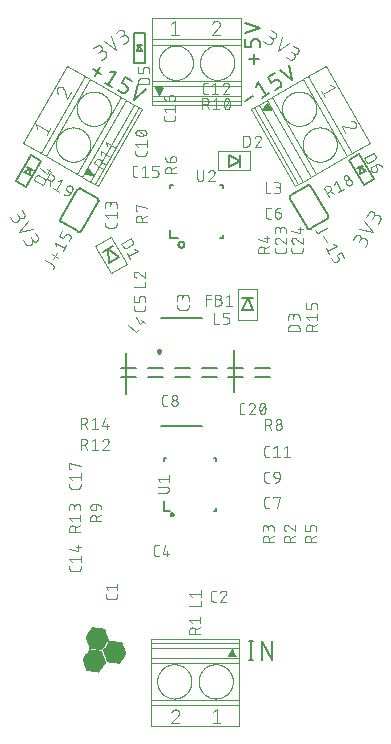
<source format=gbr>
G04 EAGLE Gerber RS-274X export*
G75*
%MOMM*%
%FSLAX34Y34*%
%LPD*%
%INSilkscreen Top*%
%IPPOS*%
%AMOC8*
5,1,8,0,0,1.08239X$1,22.5*%
G01*
%ADD10C,0.101600*%
%ADD11R,0.014731X0.014731*%
%ADD12R,0.147319X0.014731*%
%ADD13R,0.265175X0.014731*%
%ADD14R,0.383031X0.014731*%
%ADD15R,0.515619X0.014731*%
%ADD16R,0.633475X0.014731*%
%ADD17R,0.751331X0.014731*%
%ADD18R,0.883919X0.014731*%
%ADD19R,1.001775X0.014731*%
%ADD20R,1.119631X0.014731*%
%ADD21R,1.134363X0.014731*%
%ADD22R,1.149094X0.014731*%
%ADD23R,1.163825X0.014731*%
%ADD24R,1.178556X0.014731*%
%ADD25R,1.193288X0.014731*%
%ADD26R,1.222756X0.014731*%
%ADD27R,1.237488X0.014731*%
%ADD28R,1.266950X0.014731*%
%ADD29R,1.281681X0.014731*%
%ADD30R,1.311144X0.014731*%
%ADD31R,1.325881X0.014731*%
%ADD32R,1.355344X0.014731*%
%ADD33R,1.370075X0.014731*%
%ADD34R,1.384806X0.014731*%
%ADD35R,1.399538X0.014731*%
%ADD36R,1.414275X0.014731*%
%ADD37R,1.443738X0.014731*%
%ADD38R,1.458469X0.014731*%
%ADD39R,1.487931X0.014731*%
%ADD40R,1.502663X0.014731*%
%ADD41R,1.517394X0.014731*%
%ADD42R,1.532125X0.014731*%
%ADD43R,1.546856X0.014731*%
%ADD44R,1.576319X0.014731*%
%ADD45R,1.605788X0.014731*%
%ADD46R,1.620519X0.014731*%
%ADD47R,1.649981X0.014731*%
%ADD48R,1.664713X0.014731*%
%ADD49R,1.694175X0.014731*%
%ADD50R,1.708913X0.014731*%
%ADD51R,1.738375X0.014731*%
%ADD52R,1.753106X0.014731*%
%ADD53R,1.767838X0.014731*%
%ADD54R,1.782569X0.014731*%
%ADD55R,1.797306X0.014731*%
%ADD56R,0.117856X0.014731*%
%ADD57R,1.826769X0.014731*%
%ADD58R,0.235713X0.014731*%
%ADD59R,0.353569X0.014731*%
%ADD60R,1.856231X0.014731*%
%ADD61R,0.486156X0.014731*%
%ADD62R,1.870963X0.014731*%
%ADD63R,0.604013X0.014731*%
%ADD64R,0.721869X0.014731*%
%ADD65R,1.885694X0.014731*%
%ADD66R,0.839719X0.014731*%
%ADD67R,0.972306X0.014731*%
%ADD68R,1.090169X0.014731*%
%ADD69R,1.208025X0.014731*%
%ADD70R,1.252219X0.014731*%
%ADD71R,1.296412X0.014731*%
%ADD72R,1.340612X0.014731*%
%ADD73R,1.826763X0.014731*%
%ADD74R,1.414269X0.014731*%
%ADD75R,1.812031X0.014731*%
%ADD76R,1.429000X0.014731*%
%ADD77R,1.458462X0.014731*%
%ADD78R,1.473200X0.014731*%
%ADD79R,1.723644X0.014731*%
%ADD80R,1.694181X0.014731*%
%ADD81R,1.679450X0.014731*%
%ADD82R,1.561594X0.014731*%
%ADD83R,1.576325X0.014731*%
%ADD84R,1.591056X0.014731*%
%ADD85R,1.635250X0.014731*%
%ADD86R,1.561588X0.014731*%
%ADD87R,1.443731X0.014731*%
%ADD88R,1.797300X0.014731*%
%ADD89R,1.841500X0.014731*%
%ADD90R,1.311150X0.014731*%
%ADD91R,1.296419X0.014731*%
%ADD92R,1.193294X0.014731*%
%ADD93R,0.957575X0.014731*%
%ADD94R,0.589281X0.014731*%
%ADD95R,0.471425X0.014731*%
%ADD96R,0.220975X0.014731*%
%ADD97R,1.812038X0.014731*%
%ADD98R,0.103119X0.014731*%
%ADD99R,0.029463X0.014731*%
%ADD100R,0.162050X0.014731*%
%ADD101R,0.397763X0.014731*%
%ADD102R,0.648206X0.014731*%
%ADD103R,1.679444X0.014731*%
%ADD104R,1.016506X0.014731*%
%ADD105R,1.104900X0.014731*%
%ADD106R,1.222750X0.014731*%
%ADD107R,1.429006X0.014731*%
%ADD108R,1.208019X0.014731*%
%ADD109R,0.987044X0.014731*%
%ADD110R,0.854456X0.014731*%
%ADD111R,0.618744X0.014731*%
%ADD112R,0.500888X0.014731*%
%ADD113R,0.368300X0.014731*%
%ADD114R,0.132587X0.014731*%
%ADD115R,1.664719X0.014731*%
%ADD116R,1.075438X0.014731*%
%ADD117R,0.942844X0.014731*%
%ADD118R,0.707131X0.014731*%
%ADD119R,0.456694X0.014731*%
%ADD120R,0.088388X0.014731*%
%ADD121C,0.152400*%
%ADD122C,0.203200*%
%ADD123C,0.076200*%
%ADD124C,0.177800*%
%ADD125C,0.150000*%
%ADD126C,0.250000*%
%ADD127C,0.127000*%

G36*
X242701Y661494D02*
X242701Y661494D01*
X242768Y661495D01*
X242799Y661508D01*
X242832Y661512D01*
X242890Y661547D01*
X242952Y661574D01*
X242976Y661598D01*
X243005Y661615D01*
X243045Y661669D01*
X243091Y661718D01*
X243104Y661749D01*
X243124Y661776D01*
X243140Y661842D01*
X243164Y661905D01*
X243163Y661938D01*
X243171Y661971D01*
X243160Y662037D01*
X243158Y662105D01*
X243144Y662138D01*
X243139Y662169D01*
X243113Y662211D01*
X243087Y662271D01*
X239176Y668195D01*
X239160Y668211D01*
X239150Y668231D01*
X239090Y668281D01*
X239034Y668337D01*
X239014Y668346D01*
X238997Y668360D01*
X238922Y668384D01*
X238849Y668414D01*
X238827Y668413D01*
X238806Y668420D01*
X238727Y668413D01*
X238649Y668412D01*
X238628Y668403D01*
X238606Y668401D01*
X238537Y668364D01*
X238464Y668333D01*
X238449Y668317D01*
X238429Y668307D01*
X238363Y668228D01*
X238325Y668189D01*
X238321Y668179D01*
X238313Y668169D01*
X235138Y662670D01*
X235131Y662649D01*
X235118Y662631D01*
X235099Y662555D01*
X235074Y662480D01*
X235076Y662458D01*
X235071Y662437D01*
X235083Y662359D01*
X235089Y662280D01*
X235099Y662261D01*
X235102Y662239D01*
X235144Y662171D01*
X235180Y662102D01*
X235197Y662087D01*
X235208Y662068D01*
X235273Y662023D01*
X235333Y661972D01*
X235354Y661965D01*
X235372Y661953D01*
X235472Y661928D01*
X235524Y661912D01*
X235535Y661913D01*
X235547Y661910D01*
X242634Y661485D01*
X242701Y661494D01*
G37*
G36*
X393328Y716513D02*
X393328Y716513D01*
X393349Y716519D01*
X393371Y716517D01*
X393446Y716544D01*
X393522Y716564D01*
X393539Y716578D01*
X393560Y716585D01*
X393618Y716639D01*
X393681Y716687D01*
X393691Y716706D01*
X393708Y716721D01*
X393741Y716793D01*
X393779Y716861D01*
X393782Y716883D01*
X393791Y716903D01*
X393794Y716982D01*
X393803Y717060D01*
X393797Y717081D01*
X393798Y717103D01*
X393763Y717200D01*
X393748Y717253D01*
X393741Y717261D01*
X393737Y717273D01*
X390562Y722772D01*
X390547Y722789D01*
X390538Y722809D01*
X390482Y722863D01*
X390429Y722923D01*
X390409Y722932D01*
X390393Y722947D01*
X390320Y722976D01*
X390249Y723010D01*
X390227Y723011D01*
X390206Y723019D01*
X390127Y723016D01*
X390049Y723020D01*
X390028Y723013D01*
X390006Y723012D01*
X389934Y722979D01*
X389860Y722953D01*
X389844Y722938D01*
X389824Y722928D01*
X389753Y722854D01*
X389712Y722817D01*
X389708Y722807D01*
X389699Y722798D01*
X385788Y716873D01*
X385762Y716811D01*
X385729Y716752D01*
X385725Y716719D01*
X385712Y716688D01*
X385713Y716620D01*
X385705Y716553D01*
X385714Y716521D01*
X385715Y716487D01*
X385742Y716425D01*
X385760Y716361D01*
X385782Y716334D01*
X385795Y716303D01*
X385844Y716257D01*
X385886Y716204D01*
X385916Y716188D01*
X385940Y716165D01*
X386003Y716141D01*
X386062Y716109D01*
X386099Y716105D01*
X386127Y716094D01*
X386177Y716095D01*
X386241Y716088D01*
X393328Y716513D01*
G37*
G36*
X363652Y254132D02*
X363652Y254132D01*
X363674Y254130D01*
X363749Y254152D01*
X363827Y254167D01*
X363845Y254180D01*
X363866Y254186D01*
X363927Y254236D01*
X363992Y254280D01*
X364004Y254299D01*
X364022Y254313D01*
X364059Y254382D01*
X364102Y254448D01*
X364105Y254470D01*
X364116Y254489D01*
X364123Y254568D01*
X364137Y254645D01*
X364132Y254667D01*
X364134Y254689D01*
X364105Y254788D01*
X364094Y254841D01*
X364087Y254850D01*
X364084Y254862D01*
X360909Y261212D01*
X360867Y261265D01*
X360833Y261323D01*
X360806Y261343D01*
X360785Y261370D01*
X360727Y261403D01*
X360673Y261443D01*
X360640Y261451D01*
X360611Y261468D01*
X360544Y261475D01*
X360478Y261492D01*
X360445Y261487D01*
X360411Y261490D01*
X360347Y261471D01*
X360280Y261461D01*
X360251Y261443D01*
X360219Y261434D01*
X360167Y261391D01*
X360109Y261356D01*
X360087Y261327D01*
X360063Y261308D01*
X360040Y261264D01*
X360001Y261212D01*
X356826Y254862D01*
X356821Y254840D01*
X356808Y254822D01*
X356794Y254744D01*
X356774Y254668D01*
X356777Y254646D01*
X356773Y254625D01*
X356790Y254548D01*
X356800Y254470D01*
X356812Y254451D01*
X356816Y254429D01*
X356862Y254365D01*
X356902Y254297D01*
X356920Y254284D01*
X356932Y254266D01*
X356999Y254224D01*
X357062Y254177D01*
X357084Y254171D01*
X357103Y254160D01*
X357204Y254141D01*
X357257Y254128D01*
X357268Y254130D01*
X357280Y254128D01*
X363630Y254128D01*
X363652Y254132D01*
G37*
G36*
X298685Y729113D02*
X298685Y729113D01*
X298719Y729110D01*
X298784Y729129D01*
X298850Y729139D01*
X298879Y729157D01*
X298911Y729166D01*
X298963Y729209D01*
X299021Y729244D01*
X299043Y729273D01*
X299067Y729293D01*
X299090Y729336D01*
X299129Y729388D01*
X302304Y735738D01*
X302309Y735760D01*
X302322Y735778D01*
X302336Y735856D01*
X302356Y735932D01*
X302353Y735954D01*
X302357Y735975D01*
X302340Y736052D01*
X302330Y736130D01*
X302318Y736149D01*
X302314Y736171D01*
X302268Y736235D01*
X302228Y736303D01*
X302210Y736316D01*
X302198Y736334D01*
X302131Y736376D01*
X302068Y736423D01*
X302046Y736429D01*
X302027Y736440D01*
X301926Y736459D01*
X301873Y736472D01*
X301862Y736470D01*
X301850Y736472D01*
X295500Y736472D01*
X295478Y736468D01*
X295456Y736470D01*
X295381Y736448D01*
X295304Y736433D01*
X295285Y736420D01*
X295264Y736414D01*
X295203Y736364D01*
X295138Y736320D01*
X295126Y736301D01*
X295108Y736288D01*
X295071Y736218D01*
X295028Y736152D01*
X295025Y736130D01*
X295014Y736111D01*
X295007Y736032D01*
X294993Y735955D01*
X294998Y735933D01*
X294996Y735911D01*
X295025Y735812D01*
X295036Y735759D01*
X295043Y735750D01*
X295046Y735738D01*
X298221Y729388D01*
X298263Y729335D01*
X298297Y729277D01*
X298324Y729257D01*
X298345Y729230D01*
X298403Y729197D01*
X298457Y729157D01*
X298490Y729149D01*
X298520Y729132D01*
X298587Y729125D01*
X298652Y729108D01*
X298685Y729113D01*
G37*
D10*
X386918Y775252D02*
X389576Y773390D01*
X389670Y773327D01*
X389766Y773267D01*
X389864Y773210D01*
X389964Y773157D01*
X390066Y773107D01*
X390170Y773061D01*
X390275Y773019D01*
X390381Y772980D01*
X390489Y772945D01*
X390598Y772914D01*
X390708Y772886D01*
X390819Y772863D01*
X390930Y772843D01*
X391042Y772827D01*
X391155Y772815D01*
X391268Y772807D01*
X391381Y772803D01*
X391495Y772803D01*
X391608Y772807D01*
X391721Y772815D01*
X391834Y772827D01*
X391946Y772843D01*
X392057Y772863D01*
X392168Y772886D01*
X392278Y772914D01*
X392387Y772945D01*
X392495Y772980D01*
X392601Y773019D01*
X392706Y773061D01*
X392810Y773107D01*
X392912Y773157D01*
X393012Y773210D01*
X393110Y773267D01*
X393206Y773327D01*
X393300Y773390D01*
X393391Y773457D01*
X393481Y773526D01*
X393568Y773599D01*
X393652Y773675D01*
X393733Y773754D01*
X393812Y773835D01*
X393888Y773919D01*
X393961Y774006D01*
X394030Y774096D01*
X394097Y774187D01*
X394160Y774281D01*
X394220Y774377D01*
X394277Y774475D01*
X394330Y774575D01*
X394380Y774677D01*
X394426Y774781D01*
X394468Y774886D01*
X394507Y774992D01*
X394542Y775100D01*
X394573Y775209D01*
X394601Y775319D01*
X394624Y775430D01*
X394644Y775541D01*
X394660Y775653D01*
X394672Y775766D01*
X394680Y775879D01*
X394684Y775992D01*
X394684Y776106D01*
X394680Y776219D01*
X394672Y776332D01*
X394660Y776445D01*
X394644Y776557D01*
X394624Y776668D01*
X394601Y776779D01*
X394573Y776889D01*
X394542Y776998D01*
X394507Y777106D01*
X394468Y777212D01*
X394426Y777317D01*
X394380Y777421D01*
X394330Y777523D01*
X394277Y777623D01*
X394220Y777721D01*
X394160Y777817D01*
X394097Y777911D01*
X394030Y778002D01*
X393961Y778092D01*
X393888Y778179D01*
X393812Y778263D01*
X393733Y778344D01*
X393652Y778423D01*
X393568Y778499D01*
X393481Y778572D01*
X393392Y778641D01*
X393300Y778708D01*
X396810Y782589D02*
X393619Y784823D01*
X396809Y782589D02*
X396890Y782529D01*
X396969Y782467D01*
X397046Y782401D01*
X397120Y782333D01*
X397191Y782262D01*
X397259Y782188D01*
X397325Y782111D01*
X397387Y782032D01*
X397447Y781951D01*
X397503Y781867D01*
X397556Y781782D01*
X397605Y781694D01*
X397651Y781605D01*
X397694Y781513D01*
X397733Y781420D01*
X397768Y781326D01*
X397800Y781231D01*
X397828Y781134D01*
X397852Y781036D01*
X397872Y780938D01*
X397889Y780838D01*
X397901Y780738D01*
X397910Y780638D01*
X397915Y780538D01*
X397916Y780437D01*
X397913Y780336D01*
X397906Y780236D01*
X397895Y780136D01*
X397881Y780036D01*
X397862Y779937D01*
X397840Y779839D01*
X397814Y779742D01*
X397784Y779645D01*
X397751Y779551D01*
X397714Y779457D01*
X397673Y779365D01*
X397628Y779274D01*
X397581Y779186D01*
X397529Y779099D01*
X397475Y779015D01*
X397417Y778932D01*
X397356Y778852D01*
X397292Y778774D01*
X397225Y778699D01*
X397156Y778626D01*
X397083Y778557D01*
X397008Y778490D01*
X396930Y778426D01*
X396850Y778365D01*
X396767Y778307D01*
X396683Y778253D01*
X396596Y778201D01*
X396508Y778154D01*
X396417Y778109D01*
X396325Y778068D01*
X396231Y778031D01*
X396137Y777998D01*
X396040Y777968D01*
X395943Y777942D01*
X395845Y777920D01*
X395746Y777901D01*
X395646Y777887D01*
X395546Y777876D01*
X395446Y777869D01*
X395345Y777866D01*
X395244Y777867D01*
X395144Y777872D01*
X395044Y777881D01*
X394944Y777893D01*
X394844Y777910D01*
X394746Y777930D01*
X394648Y777954D01*
X394551Y777982D01*
X394456Y778014D01*
X394362Y778049D01*
X394269Y778088D01*
X394177Y778131D01*
X394088Y778177D01*
X394000Y778226D01*
X393915Y778279D01*
X393831Y778335D01*
X391704Y779825D01*
X402450Y778639D02*
X398939Y766834D01*
X408831Y774172D01*
X405643Y762140D02*
X408302Y760278D01*
X408396Y760215D01*
X408492Y760155D01*
X408590Y760098D01*
X408690Y760045D01*
X408792Y759995D01*
X408896Y759949D01*
X409001Y759907D01*
X409107Y759868D01*
X409215Y759833D01*
X409324Y759802D01*
X409434Y759774D01*
X409545Y759751D01*
X409656Y759731D01*
X409768Y759715D01*
X409881Y759703D01*
X409994Y759695D01*
X410107Y759691D01*
X410221Y759691D01*
X410334Y759695D01*
X410447Y759703D01*
X410560Y759715D01*
X410672Y759731D01*
X410783Y759751D01*
X410894Y759774D01*
X411004Y759802D01*
X411113Y759833D01*
X411221Y759868D01*
X411327Y759907D01*
X411432Y759949D01*
X411536Y759995D01*
X411638Y760045D01*
X411738Y760098D01*
X411836Y760155D01*
X411932Y760215D01*
X412026Y760278D01*
X412117Y760345D01*
X412207Y760414D01*
X412294Y760487D01*
X412378Y760563D01*
X412459Y760642D01*
X412538Y760723D01*
X412614Y760807D01*
X412687Y760894D01*
X412756Y760984D01*
X412823Y761075D01*
X412886Y761169D01*
X412946Y761265D01*
X413003Y761363D01*
X413056Y761463D01*
X413106Y761565D01*
X413152Y761669D01*
X413194Y761774D01*
X413233Y761880D01*
X413268Y761988D01*
X413299Y762097D01*
X413327Y762207D01*
X413350Y762318D01*
X413370Y762429D01*
X413386Y762541D01*
X413398Y762654D01*
X413406Y762767D01*
X413410Y762880D01*
X413410Y762994D01*
X413406Y763107D01*
X413398Y763220D01*
X413386Y763333D01*
X413370Y763445D01*
X413350Y763556D01*
X413327Y763667D01*
X413299Y763777D01*
X413268Y763886D01*
X413233Y763994D01*
X413194Y764100D01*
X413152Y764205D01*
X413106Y764309D01*
X413056Y764411D01*
X413003Y764511D01*
X412946Y764609D01*
X412886Y764705D01*
X412823Y764799D01*
X412756Y764890D01*
X412687Y764980D01*
X412614Y765067D01*
X412538Y765151D01*
X412459Y765232D01*
X412378Y765311D01*
X412294Y765387D01*
X412207Y765460D01*
X412118Y765529D01*
X412026Y765596D01*
X415535Y769477D02*
X412345Y771711D01*
X415535Y769477D02*
X415616Y769417D01*
X415695Y769355D01*
X415772Y769289D01*
X415846Y769221D01*
X415917Y769150D01*
X415985Y769076D01*
X416051Y768999D01*
X416113Y768920D01*
X416173Y768839D01*
X416229Y768755D01*
X416282Y768670D01*
X416331Y768582D01*
X416377Y768493D01*
X416420Y768401D01*
X416459Y768308D01*
X416494Y768214D01*
X416526Y768119D01*
X416554Y768022D01*
X416578Y767924D01*
X416598Y767826D01*
X416615Y767726D01*
X416627Y767626D01*
X416636Y767526D01*
X416641Y767426D01*
X416642Y767325D01*
X416639Y767224D01*
X416632Y767124D01*
X416621Y767024D01*
X416607Y766924D01*
X416588Y766825D01*
X416566Y766727D01*
X416540Y766630D01*
X416510Y766533D01*
X416477Y766439D01*
X416440Y766345D01*
X416399Y766253D01*
X416354Y766162D01*
X416307Y766074D01*
X416255Y765987D01*
X416201Y765903D01*
X416143Y765820D01*
X416082Y765740D01*
X416018Y765662D01*
X415951Y765587D01*
X415882Y765514D01*
X415809Y765445D01*
X415734Y765378D01*
X415656Y765314D01*
X415576Y765253D01*
X415493Y765195D01*
X415409Y765141D01*
X415322Y765089D01*
X415234Y765042D01*
X415143Y764997D01*
X415051Y764956D01*
X414957Y764919D01*
X414863Y764886D01*
X414766Y764856D01*
X414669Y764830D01*
X414571Y764808D01*
X414472Y764789D01*
X414372Y764775D01*
X414272Y764764D01*
X414172Y764757D01*
X414071Y764754D01*
X413970Y764755D01*
X413870Y764760D01*
X413770Y764769D01*
X413670Y764781D01*
X413570Y764798D01*
X413472Y764818D01*
X413374Y764842D01*
X413277Y764870D01*
X413182Y764902D01*
X413088Y764937D01*
X412995Y764976D01*
X412903Y765019D01*
X412814Y765065D01*
X412726Y765114D01*
X412641Y765167D01*
X412557Y765223D01*
X410430Y766713D01*
X474234Y603890D02*
X472612Y601080D01*
X474235Y603890D02*
X474290Y603989D01*
X474341Y604090D01*
X474389Y604193D01*
X474434Y604297D01*
X474474Y604403D01*
X474511Y604510D01*
X474544Y604618D01*
X474574Y604728D01*
X474599Y604838D01*
X474621Y604949D01*
X474638Y605061D01*
X474652Y605174D01*
X474662Y605287D01*
X474668Y605400D01*
X474670Y605513D01*
X474668Y605626D01*
X474662Y605739D01*
X474652Y605852D01*
X474638Y605965D01*
X474621Y606077D01*
X474599Y606188D01*
X474574Y606298D01*
X474544Y606408D01*
X474511Y606516D01*
X474474Y606623D01*
X474434Y606729D01*
X474389Y606833D01*
X474341Y606936D01*
X474290Y607037D01*
X474235Y607136D01*
X474177Y607233D01*
X474115Y607328D01*
X474050Y607421D01*
X473982Y607511D01*
X473911Y607599D01*
X473836Y607685D01*
X473759Y607768D01*
X473679Y607848D01*
X473596Y607925D01*
X473510Y608000D01*
X473422Y608071D01*
X473332Y608139D01*
X473239Y608204D01*
X473144Y608266D01*
X473047Y608324D01*
X472948Y608379D01*
X472847Y608430D01*
X472744Y608478D01*
X472640Y608523D01*
X472534Y608563D01*
X472427Y608600D01*
X472319Y608633D01*
X472209Y608663D01*
X472099Y608688D01*
X471988Y608710D01*
X471876Y608727D01*
X471763Y608741D01*
X471650Y608751D01*
X471537Y608757D01*
X471424Y608759D01*
X471311Y608757D01*
X471198Y608751D01*
X471085Y608741D01*
X470972Y608727D01*
X470860Y608710D01*
X470749Y608688D01*
X470639Y608663D01*
X470529Y608633D01*
X470421Y608600D01*
X470314Y608563D01*
X470208Y608523D01*
X470104Y608478D01*
X470001Y608430D01*
X469900Y608379D01*
X469801Y608324D01*
X469704Y608266D01*
X469609Y608204D01*
X469516Y608139D01*
X469426Y608071D01*
X469338Y608000D01*
X469252Y607925D01*
X469169Y607848D01*
X469089Y607768D01*
X469012Y607685D01*
X468937Y607599D01*
X468866Y607511D01*
X468798Y607421D01*
X468733Y607328D01*
X468671Y607233D01*
X468613Y607136D01*
X464440Y610294D02*
X462493Y606922D01*
X464441Y610294D02*
X464493Y610380D01*
X464548Y610464D01*
X464607Y610546D01*
X464668Y610626D01*
X464733Y610703D01*
X464801Y610777D01*
X464871Y610849D01*
X464944Y610918D01*
X465020Y610985D01*
X465099Y611048D01*
X465179Y611108D01*
X465262Y611165D01*
X465348Y611219D01*
X465435Y611269D01*
X465524Y611316D01*
X465615Y611359D01*
X465707Y611399D01*
X465801Y611435D01*
X465896Y611468D01*
X465993Y611497D01*
X466090Y611522D01*
X466189Y611543D01*
X466288Y611561D01*
X466388Y611574D01*
X466488Y611584D01*
X466588Y611590D01*
X466689Y611592D01*
X466790Y611590D01*
X466890Y611584D01*
X466990Y611574D01*
X467090Y611561D01*
X467189Y611543D01*
X467288Y611522D01*
X467385Y611497D01*
X467482Y611468D01*
X467577Y611435D01*
X467671Y611399D01*
X467763Y611359D01*
X467854Y611316D01*
X467943Y611269D01*
X468030Y611219D01*
X468116Y611165D01*
X468199Y611108D01*
X468279Y611048D01*
X468358Y610985D01*
X468434Y610918D01*
X468507Y610849D01*
X468577Y610777D01*
X468645Y610703D01*
X468710Y610626D01*
X468771Y610546D01*
X468830Y610464D01*
X468885Y610380D01*
X468937Y610294D01*
X468986Y610206D01*
X469031Y610116D01*
X469073Y610024D01*
X469111Y609931D01*
X469145Y609836D01*
X469176Y609741D01*
X469203Y609644D01*
X469226Y609546D01*
X469246Y609447D01*
X469261Y609347D01*
X469273Y609247D01*
X469281Y609147D01*
X469285Y609046D01*
X469285Y608946D01*
X469281Y608845D01*
X469273Y608745D01*
X469261Y608645D01*
X469246Y608545D01*
X469226Y608446D01*
X469203Y608348D01*
X469176Y608251D01*
X469145Y608156D01*
X469111Y608061D01*
X469073Y607968D01*
X469031Y607876D01*
X468986Y607786D01*
X468937Y607698D01*
X467639Y605449D01*
X467883Y616258D02*
X479949Y613789D01*
X471778Y623004D01*
X484041Y620877D02*
X485664Y623688D01*
X485664Y623687D02*
X485719Y623786D01*
X485770Y623887D01*
X485818Y623990D01*
X485863Y624094D01*
X485903Y624200D01*
X485940Y624307D01*
X485973Y624415D01*
X486003Y624525D01*
X486028Y624635D01*
X486050Y624746D01*
X486067Y624858D01*
X486081Y624971D01*
X486091Y625084D01*
X486097Y625197D01*
X486099Y625310D01*
X486097Y625423D01*
X486091Y625536D01*
X486081Y625649D01*
X486067Y625762D01*
X486050Y625874D01*
X486028Y625985D01*
X486003Y626095D01*
X485973Y626205D01*
X485940Y626313D01*
X485903Y626420D01*
X485863Y626526D01*
X485818Y626630D01*
X485770Y626733D01*
X485719Y626834D01*
X485664Y626933D01*
X485606Y627030D01*
X485544Y627125D01*
X485479Y627218D01*
X485411Y627308D01*
X485340Y627396D01*
X485265Y627482D01*
X485188Y627565D01*
X485108Y627645D01*
X485025Y627722D01*
X484939Y627797D01*
X484851Y627868D01*
X484761Y627936D01*
X484668Y628001D01*
X484573Y628063D01*
X484476Y628121D01*
X484377Y628176D01*
X484276Y628227D01*
X484173Y628275D01*
X484069Y628320D01*
X483963Y628360D01*
X483856Y628397D01*
X483748Y628430D01*
X483638Y628460D01*
X483528Y628485D01*
X483417Y628507D01*
X483305Y628524D01*
X483192Y628538D01*
X483079Y628548D01*
X482966Y628554D01*
X482853Y628556D01*
X482740Y628554D01*
X482627Y628548D01*
X482514Y628538D01*
X482401Y628524D01*
X482289Y628507D01*
X482178Y628485D01*
X482068Y628460D01*
X481958Y628430D01*
X481850Y628397D01*
X481743Y628360D01*
X481637Y628320D01*
X481533Y628275D01*
X481430Y628227D01*
X481329Y628176D01*
X481230Y628121D01*
X481133Y628063D01*
X481038Y628001D01*
X480945Y627936D01*
X480855Y627868D01*
X480767Y627797D01*
X480681Y627722D01*
X480598Y627645D01*
X480518Y627565D01*
X480441Y627482D01*
X480366Y627396D01*
X480295Y627308D01*
X480227Y627218D01*
X480162Y627125D01*
X480100Y627030D01*
X480042Y626933D01*
X475870Y630092D02*
X473923Y626719D01*
X475871Y630091D02*
X475923Y630177D01*
X475978Y630261D01*
X476037Y630343D01*
X476098Y630423D01*
X476163Y630500D01*
X476231Y630574D01*
X476301Y630646D01*
X476374Y630715D01*
X476450Y630782D01*
X476529Y630845D01*
X476609Y630905D01*
X476692Y630962D01*
X476778Y631016D01*
X476865Y631066D01*
X476954Y631113D01*
X477045Y631156D01*
X477137Y631196D01*
X477231Y631232D01*
X477326Y631265D01*
X477423Y631294D01*
X477520Y631319D01*
X477619Y631340D01*
X477718Y631358D01*
X477818Y631371D01*
X477918Y631381D01*
X478018Y631387D01*
X478119Y631389D01*
X478220Y631387D01*
X478320Y631381D01*
X478420Y631371D01*
X478520Y631358D01*
X478619Y631340D01*
X478718Y631319D01*
X478815Y631294D01*
X478912Y631265D01*
X479007Y631232D01*
X479101Y631196D01*
X479193Y631156D01*
X479284Y631113D01*
X479373Y631066D01*
X479460Y631016D01*
X479546Y630962D01*
X479629Y630905D01*
X479709Y630845D01*
X479788Y630782D01*
X479864Y630715D01*
X479937Y630646D01*
X480007Y630574D01*
X480075Y630500D01*
X480140Y630423D01*
X480201Y630343D01*
X480260Y630261D01*
X480315Y630177D01*
X480367Y630091D01*
X480416Y630003D01*
X480461Y629913D01*
X480503Y629821D01*
X480541Y629728D01*
X480575Y629633D01*
X480606Y629538D01*
X480633Y629441D01*
X480656Y629343D01*
X480676Y629244D01*
X480691Y629144D01*
X480703Y629044D01*
X480711Y628944D01*
X480715Y628843D01*
X480715Y628743D01*
X480711Y628642D01*
X480703Y628542D01*
X480691Y628442D01*
X480676Y628342D01*
X480656Y628243D01*
X480633Y628145D01*
X480606Y628048D01*
X480575Y627953D01*
X480541Y627858D01*
X480503Y627765D01*
X480461Y627673D01*
X480416Y627583D01*
X480367Y627495D01*
X479069Y625247D01*
X252348Y761549D02*
X249689Y759687D01*
X252348Y761548D02*
X252439Y761615D01*
X252529Y761684D01*
X252616Y761757D01*
X252700Y761833D01*
X252781Y761912D01*
X252860Y761993D01*
X252936Y762077D01*
X253009Y762164D01*
X253078Y762254D01*
X253145Y762345D01*
X253208Y762439D01*
X253268Y762535D01*
X253325Y762633D01*
X253378Y762733D01*
X253428Y762835D01*
X253474Y762939D01*
X253516Y763044D01*
X253555Y763150D01*
X253590Y763258D01*
X253621Y763367D01*
X253649Y763477D01*
X253672Y763588D01*
X253692Y763699D01*
X253708Y763811D01*
X253720Y763924D01*
X253728Y764037D01*
X253732Y764150D01*
X253732Y764264D01*
X253728Y764377D01*
X253720Y764490D01*
X253708Y764603D01*
X253692Y764715D01*
X253672Y764826D01*
X253649Y764937D01*
X253621Y765047D01*
X253590Y765156D01*
X253555Y765264D01*
X253516Y765370D01*
X253474Y765475D01*
X253428Y765579D01*
X253378Y765681D01*
X253325Y765781D01*
X253268Y765879D01*
X253208Y765975D01*
X253145Y766069D01*
X253078Y766160D01*
X253009Y766250D01*
X252936Y766337D01*
X252860Y766421D01*
X252781Y766502D01*
X252700Y766581D01*
X252616Y766657D01*
X252529Y766730D01*
X252440Y766799D01*
X252348Y766866D01*
X252254Y766929D01*
X252158Y766989D01*
X252060Y767046D01*
X251960Y767099D01*
X251858Y767149D01*
X251754Y767195D01*
X251649Y767237D01*
X251543Y767276D01*
X251435Y767311D01*
X251326Y767342D01*
X251216Y767370D01*
X251105Y767393D01*
X250994Y767413D01*
X250882Y767429D01*
X250769Y767441D01*
X250656Y767449D01*
X250543Y767453D01*
X250429Y767453D01*
X250316Y767449D01*
X250203Y767441D01*
X250090Y767429D01*
X249978Y767413D01*
X249867Y767393D01*
X249756Y767370D01*
X249646Y767342D01*
X249537Y767311D01*
X249429Y767276D01*
X249323Y767237D01*
X249218Y767195D01*
X249114Y767149D01*
X249012Y767099D01*
X248912Y767046D01*
X248814Y766989D01*
X248718Y766929D01*
X248624Y766866D01*
X246178Y771492D02*
X242988Y769258D01*
X246178Y771492D02*
X246262Y771548D01*
X246347Y771601D01*
X246435Y771650D01*
X246524Y771696D01*
X246616Y771739D01*
X246709Y771778D01*
X246803Y771813D01*
X246898Y771845D01*
X246995Y771873D01*
X247093Y771897D01*
X247191Y771917D01*
X247291Y771934D01*
X247391Y771946D01*
X247491Y771955D01*
X247592Y771960D01*
X247692Y771961D01*
X247793Y771958D01*
X247893Y771951D01*
X247993Y771940D01*
X248093Y771926D01*
X248192Y771907D01*
X248290Y771885D01*
X248387Y771859D01*
X248484Y771829D01*
X248579Y771796D01*
X248672Y771759D01*
X248764Y771718D01*
X248855Y771673D01*
X248943Y771626D01*
X249030Y771574D01*
X249114Y771520D01*
X249197Y771462D01*
X249277Y771401D01*
X249355Y771337D01*
X249430Y771270D01*
X249503Y771201D01*
X249572Y771128D01*
X249639Y771053D01*
X249703Y770975D01*
X249764Y770895D01*
X249822Y770812D01*
X249876Y770728D01*
X249928Y770641D01*
X249975Y770553D01*
X250020Y770462D01*
X250061Y770370D01*
X250098Y770276D01*
X250131Y770182D01*
X250161Y770085D01*
X250187Y769988D01*
X250209Y769890D01*
X250228Y769791D01*
X250242Y769691D01*
X250253Y769591D01*
X250260Y769491D01*
X250263Y769390D01*
X250262Y769290D01*
X250257Y769189D01*
X250248Y769089D01*
X250236Y768989D01*
X250219Y768889D01*
X250199Y768791D01*
X250175Y768693D01*
X250147Y768596D01*
X250115Y768501D01*
X250080Y768407D01*
X250041Y768314D01*
X249998Y768222D01*
X249952Y768133D01*
X249903Y768045D01*
X249850Y767960D01*
X249794Y767876D01*
X249734Y767795D01*
X249672Y767716D01*
X249606Y767639D01*
X249538Y767565D01*
X249467Y767494D01*
X249393Y767426D01*
X249316Y767360D01*
X249237Y767298D01*
X249156Y767238D01*
X247030Y765749D01*
X251819Y775442D02*
X261711Y768104D01*
X258199Y779909D01*
X268415Y772799D02*
X271074Y774660D01*
X271165Y774727D01*
X271255Y774796D01*
X271342Y774869D01*
X271426Y774945D01*
X271507Y775024D01*
X271586Y775105D01*
X271662Y775189D01*
X271735Y775276D01*
X271804Y775366D01*
X271871Y775457D01*
X271934Y775551D01*
X271994Y775647D01*
X272051Y775745D01*
X272104Y775845D01*
X272154Y775947D01*
X272200Y776051D01*
X272242Y776156D01*
X272281Y776262D01*
X272316Y776370D01*
X272347Y776479D01*
X272375Y776589D01*
X272398Y776700D01*
X272418Y776811D01*
X272434Y776923D01*
X272446Y777036D01*
X272454Y777149D01*
X272458Y777262D01*
X272458Y777376D01*
X272454Y777489D01*
X272446Y777602D01*
X272434Y777715D01*
X272418Y777827D01*
X272398Y777938D01*
X272375Y778049D01*
X272347Y778159D01*
X272316Y778268D01*
X272281Y778376D01*
X272242Y778482D01*
X272200Y778587D01*
X272154Y778691D01*
X272104Y778793D01*
X272051Y778893D01*
X271994Y778991D01*
X271934Y779087D01*
X271871Y779181D01*
X271804Y779272D01*
X271735Y779362D01*
X271662Y779449D01*
X271586Y779533D01*
X271507Y779614D01*
X271426Y779693D01*
X271342Y779769D01*
X271255Y779842D01*
X271166Y779911D01*
X271074Y779978D01*
X270980Y780041D01*
X270884Y780101D01*
X270786Y780158D01*
X270686Y780211D01*
X270584Y780261D01*
X270480Y780307D01*
X270375Y780349D01*
X270269Y780388D01*
X270161Y780423D01*
X270052Y780454D01*
X269942Y780482D01*
X269831Y780505D01*
X269720Y780525D01*
X269608Y780541D01*
X269495Y780553D01*
X269382Y780561D01*
X269269Y780565D01*
X269155Y780565D01*
X269042Y780561D01*
X268929Y780553D01*
X268816Y780541D01*
X268704Y780525D01*
X268593Y780505D01*
X268482Y780482D01*
X268372Y780454D01*
X268263Y780423D01*
X268155Y780388D01*
X268049Y780349D01*
X267944Y780307D01*
X267840Y780261D01*
X267738Y780211D01*
X267638Y780158D01*
X267540Y780101D01*
X267444Y780041D01*
X267350Y779978D01*
X264904Y784604D02*
X261713Y782370D01*
X264904Y784604D02*
X264988Y784660D01*
X265073Y784713D01*
X265161Y784762D01*
X265250Y784808D01*
X265342Y784851D01*
X265435Y784890D01*
X265529Y784925D01*
X265624Y784957D01*
X265721Y784985D01*
X265819Y785009D01*
X265917Y785029D01*
X266017Y785046D01*
X266117Y785058D01*
X266217Y785067D01*
X266318Y785072D01*
X266418Y785073D01*
X266519Y785070D01*
X266619Y785063D01*
X266719Y785052D01*
X266819Y785038D01*
X266918Y785019D01*
X267016Y784997D01*
X267113Y784971D01*
X267210Y784941D01*
X267305Y784908D01*
X267398Y784871D01*
X267490Y784830D01*
X267581Y784785D01*
X267669Y784738D01*
X267756Y784686D01*
X267840Y784632D01*
X267923Y784574D01*
X268003Y784513D01*
X268081Y784449D01*
X268156Y784382D01*
X268229Y784313D01*
X268298Y784240D01*
X268365Y784165D01*
X268429Y784087D01*
X268490Y784007D01*
X268548Y783924D01*
X268602Y783840D01*
X268654Y783753D01*
X268701Y783665D01*
X268746Y783574D01*
X268787Y783482D01*
X268824Y783388D01*
X268857Y783294D01*
X268887Y783197D01*
X268913Y783100D01*
X268935Y783002D01*
X268954Y782903D01*
X268968Y782803D01*
X268979Y782703D01*
X268986Y782603D01*
X268989Y782502D01*
X268988Y782402D01*
X268983Y782301D01*
X268974Y782201D01*
X268962Y782101D01*
X268945Y782001D01*
X268925Y781903D01*
X268901Y781805D01*
X268873Y781708D01*
X268841Y781613D01*
X268806Y781519D01*
X268767Y781426D01*
X268724Y781334D01*
X268678Y781245D01*
X268629Y781157D01*
X268576Y781072D01*
X268520Y780988D01*
X268460Y780907D01*
X268398Y780828D01*
X268332Y780751D01*
X268264Y780677D01*
X268193Y780606D01*
X268119Y780538D01*
X268042Y780472D01*
X267963Y780410D01*
X267882Y780350D01*
X265755Y778861D01*
D11*
X247482Y240899D03*
D12*
X246967Y241046D03*
D13*
X246377Y241193D03*
D14*
X245936Y241341D03*
D15*
X245420Y241488D03*
D16*
X244978Y241635D03*
D17*
X244389Y241783D03*
D18*
X243873Y241930D03*
D19*
X243431Y242077D03*
D20*
X242989Y242225D03*
D21*
X242915Y242372D03*
D22*
X242989Y242519D03*
D23*
X243063Y242667D03*
D24*
X242989Y242814D03*
D25*
X243063Y242961D03*
D26*
X243063Y243108D03*
D27*
X243136Y243256D03*
X243136Y243403D03*
D28*
X243136Y243550D03*
D29*
X243210Y243698D03*
D30*
X243210Y243845D03*
X243210Y243992D03*
D31*
X243284Y244140D03*
D32*
X243284Y244287D03*
D33*
X243357Y244434D03*
D34*
X243284Y244582D03*
D35*
X243357Y244729D03*
D36*
X243431Y244876D03*
D37*
X243431Y245024D03*
X243431Y245171D03*
D38*
X243505Y245318D03*
D39*
X243505Y245466D03*
D40*
X243578Y245613D03*
D41*
X243505Y245760D03*
D42*
X243578Y245908D03*
D43*
X243652Y246055D03*
D44*
X243652Y246202D03*
X243652Y246350D03*
D45*
X243652Y246497D03*
D46*
X243726Y246644D03*
X243726Y246791D03*
D47*
X243726Y246939D03*
D48*
X243799Y247086D03*
D49*
X243799Y247233D03*
X243799Y247381D03*
D50*
X243873Y247528D03*
D51*
X243873Y247675D03*
D52*
X243947Y247823D03*
D53*
X243873Y247970D03*
D54*
X243947Y248117D03*
D55*
X244020Y248265D03*
D56*
X264498Y248265D03*
D57*
X244020Y248412D03*
D58*
X263909Y248412D03*
D57*
X244020Y248559D03*
D59*
X263467Y248559D03*
D60*
X244020Y248707D03*
D61*
X262951Y248707D03*
D62*
X244094Y248854D03*
D63*
X262509Y248854D03*
D62*
X244094Y249001D03*
D64*
X261920Y249001D03*
D65*
X244020Y249149D03*
D66*
X261478Y249149D03*
D65*
X244020Y249296D03*
D67*
X260962Y249296D03*
D62*
X243947Y249443D03*
D68*
X260520Y249443D03*
D65*
X243873Y249591D03*
D20*
X260373Y249591D03*
D65*
X243873Y249738D03*
D22*
X260373Y249738D03*
D65*
X243726Y249885D03*
D23*
X260447Y249885D03*
D65*
X243726Y250033D03*
D24*
X260520Y250033D03*
D62*
X243652Y250180D03*
D25*
X260447Y250180D03*
D65*
X243578Y250327D03*
D69*
X260520Y250327D03*
D65*
X243578Y250474D03*
D27*
X260520Y250474D03*
D65*
X243431Y250622D03*
D70*
X260594Y250622D03*
D65*
X243431Y250769D03*
D70*
X260594Y250769D03*
D62*
X243357Y250916D03*
D29*
X260594Y250916D03*
D65*
X243284Y251064D03*
D71*
X260668Y251064D03*
D65*
X243284Y251211D03*
D31*
X260668Y251211D03*
D65*
X243136Y251358D03*
D31*
X260668Y251358D03*
D65*
X243136Y251506D03*
D72*
X260741Y251506D03*
D62*
X243063Y251653D03*
D33*
X260741Y251653D03*
D60*
X243136Y251800D03*
D34*
X260815Y251800D03*
D60*
X243136Y251948D03*
D35*
X260741Y251948D03*
D73*
X243136Y252095D03*
D74*
X260815Y252095D03*
D75*
X243210Y252242D03*
D76*
X260888Y252242D03*
D54*
X243210Y252390D03*
D77*
X260888Y252390D03*
D54*
X243210Y252537D03*
D77*
X260888Y252537D03*
D53*
X243284Y252684D03*
D78*
X260962Y252684D03*
D51*
X243284Y252832D03*
D40*
X260962Y252832D03*
D79*
X243357Y252979D03*
D40*
X260962Y252979D03*
D50*
X243284Y253126D03*
D42*
X260962Y253126D03*
D80*
X243357Y253274D03*
D43*
X261036Y253274D03*
D81*
X243431Y253421D03*
D82*
X261109Y253421D03*
D47*
X243431Y253568D03*
D83*
X261036Y253568D03*
D47*
X243431Y253716D03*
D84*
X261109Y253716D03*
D85*
X243505Y253863D03*
D46*
X261109Y253863D03*
D45*
X243505Y254010D03*
D85*
X261183Y254010D03*
D45*
X243505Y254157D03*
D85*
X261183Y254157D03*
D83*
X243505Y254305D03*
D48*
X261183Y254305D03*
D86*
X243578Y254452D03*
D81*
X261257Y254452D03*
D43*
X243652Y254599D03*
D50*
X261257Y254599D03*
D42*
X243578Y254747D03*
D50*
X261257Y254747D03*
D41*
X243652Y254894D03*
D79*
X261330Y254894D03*
D39*
X243652Y255041D03*
D52*
X261330Y255041D03*
D78*
X243726Y255189D03*
D53*
X261404Y255189D03*
D78*
X243726Y255336D03*
D54*
X261330Y255336D03*
D87*
X243726Y255483D03*
D88*
X261404Y255483D03*
D76*
X243799Y255631D03*
D75*
X261478Y255631D03*
D35*
X243799Y255778D03*
D89*
X261478Y255778D03*
D35*
X243799Y255925D03*
D89*
X261478Y255925D03*
D34*
X243873Y256073D03*
D62*
X261478Y256073D03*
D32*
X243873Y256220D03*
D65*
X261551Y256220D03*
D72*
X243947Y256367D03*
D62*
X261478Y256367D03*
D31*
X243873Y256515D03*
D65*
X261404Y256515D03*
D90*
X243947Y256662D03*
D65*
X261404Y256662D03*
D91*
X244020Y256809D03*
D62*
X261330Y256809D03*
D28*
X244020Y256957D03*
D65*
X261257Y256957D03*
D28*
X244020Y257104D03*
D65*
X261257Y257104D03*
D70*
X244094Y257251D03*
D65*
X261109Y257251D03*
D26*
X244094Y257399D03*
D65*
X261109Y257399D03*
D69*
X244168Y257546D03*
D62*
X261036Y257546D03*
D92*
X244094Y257693D03*
D65*
X260962Y257693D03*
D24*
X244168Y257840D03*
D65*
X260962Y257840D03*
D23*
X244241Y257988D03*
D65*
X260815Y257988D03*
D22*
X244168Y258135D03*
D65*
X260815Y258135D03*
D21*
X244241Y258282D03*
D62*
X260741Y258282D03*
D68*
X244168Y258430D03*
D65*
X260668Y258430D03*
D93*
X243652Y258577D03*
D65*
X260668Y258577D03*
D66*
X243063Y258724D03*
D65*
X260520Y258724D03*
D64*
X242621Y258872D03*
D65*
X260520Y258872D03*
D94*
X242105Y259019D03*
D60*
X260520Y259019D03*
D95*
X241663Y259166D03*
D89*
X260594Y259166D03*
D59*
X241074Y259314D03*
D89*
X260594Y259314D03*
D96*
X240558Y259461D03*
D97*
X260594Y259461D03*
D98*
X240116Y259608D03*
D55*
X260668Y259608D03*
D99*
X249913Y259756D03*
D54*
X260594Y259756D03*
D100*
X249398Y259903D03*
D53*
X260668Y259903D03*
D13*
X248882Y260050D03*
D52*
X260741Y260050D03*
D101*
X248366Y260198D03*
D79*
X260741Y260198D03*
D15*
X247924Y260345D03*
D79*
X260741Y260345D03*
D102*
X247409Y260492D03*
D80*
X260741Y260492D03*
D17*
X246893Y260640D03*
D103*
X260815Y260640D03*
D18*
X246377Y260787D03*
D48*
X260888Y260787D03*
D104*
X245862Y260934D03*
D47*
X260815Y260934D03*
D105*
X245420Y261082D03*
D85*
X260888Y261082D03*
D21*
X245420Y261229D03*
D46*
X260962Y261229D03*
D22*
X245494Y261376D03*
D84*
X260962Y261376D03*
D23*
X245567Y261523D03*
D84*
X260962Y261523D03*
D24*
X245494Y261671D03*
D86*
X260962Y261671D03*
D25*
X245567Y261818D03*
D43*
X261036Y261818D03*
D106*
X245567Y261965D03*
D42*
X261109Y261965D03*
D27*
X245641Y262113D03*
D41*
X261036Y262113D03*
D27*
X245641Y262260D03*
D40*
X261109Y262260D03*
D28*
X245641Y262407D03*
D78*
X261109Y262407D03*
D29*
X245715Y262555D03*
D38*
X261183Y262555D03*
D30*
X245715Y262702D03*
D38*
X261183Y262702D03*
D30*
X245715Y262849D03*
D107*
X261183Y262849D03*
D31*
X245788Y262997D03*
D74*
X261257Y262997D03*
D32*
X245788Y263144D03*
D34*
X261257Y263144D03*
D33*
X245862Y263291D03*
D34*
X261257Y263291D03*
X245788Y263439D03*
D33*
X261330Y263439D03*
D35*
X245862Y263586D03*
D72*
X261330Y263586D03*
D74*
X245936Y263733D03*
D72*
X261330Y263733D03*
D37*
X245936Y263881D03*
D90*
X261330Y263881D03*
D37*
X245936Y264028D03*
D71*
X261404Y264028D03*
D78*
X245936Y264175D03*
D29*
X261478Y264175D03*
D39*
X246009Y264323D03*
D28*
X261404Y264323D03*
D40*
X246083Y264470D03*
D70*
X261478Y264470D03*
D41*
X246009Y264617D03*
D26*
X261478Y264617D03*
D42*
X246083Y264765D03*
D108*
X261551Y264765D03*
D86*
X246083Y264912D03*
D108*
X261551Y264912D03*
D44*
X246156Y265059D03*
D24*
X261551Y265059D03*
D44*
X246156Y265206D03*
D23*
X261625Y265206D03*
D45*
X246156Y265354D03*
D22*
X261699Y265354D03*
D46*
X246230Y265501D03*
D21*
X261625Y265501D03*
D46*
X246230Y265648D03*
D105*
X261625Y265648D03*
D47*
X246230Y265796D03*
D109*
X261183Y265796D03*
D48*
X246304Y265943D03*
D110*
X260668Y265943D03*
D49*
X246304Y266090D03*
D17*
X260152Y266090D03*
D49*
X246304Y266238D03*
D111*
X259636Y266238D03*
D50*
X246377Y266385D03*
D112*
X259194Y266385D03*
D51*
X246377Y266532D03*
D113*
X258679Y266532D03*
D52*
X246451Y266680D03*
D13*
X258163Y266680D03*
D53*
X246377Y266827D03*
D114*
X257647Y266827D03*
D54*
X246451Y266974D03*
D11*
X257205Y266974D03*
D55*
X246525Y267122D03*
D57*
X246525Y267269D03*
X246525Y267416D03*
D60*
X246525Y267564D03*
D62*
X246598Y267711D03*
X246598Y267858D03*
D65*
X246525Y268006D03*
X246525Y268153D03*
X246377Y268300D03*
X246377Y268448D03*
D62*
X246304Y268595D03*
D65*
X246230Y268742D03*
X246230Y268889D03*
X246083Y269037D03*
X246083Y269184D03*
D62*
X246009Y269331D03*
D65*
X245936Y269479D03*
X245936Y269626D03*
D62*
X245862Y269773D03*
D65*
X245788Y269921D03*
X245788Y270068D03*
X245641Y270215D03*
X245641Y270363D03*
D62*
X245567Y270510D03*
D60*
X245641Y270657D03*
X245641Y270805D03*
D73*
X245641Y270952D03*
D75*
X245715Y271099D03*
D54*
X245715Y271247D03*
X245715Y271394D03*
D53*
X245788Y271541D03*
D51*
X245788Y271689D03*
D79*
X245862Y271836D03*
D50*
X245788Y271983D03*
D80*
X245862Y272131D03*
D81*
X245936Y272278D03*
D115*
X245862Y272425D03*
D47*
X245936Y272572D03*
D46*
X245936Y272720D03*
D45*
X246009Y272867D03*
X246009Y273014D03*
D83*
X246009Y273162D03*
D86*
X246083Y273309D03*
D42*
X246083Y273456D03*
X246083Y273604D03*
D41*
X246156Y273751D03*
D39*
X246156Y273898D03*
D78*
X246230Y274046D03*
X246230Y274193D03*
D87*
X246230Y274340D03*
D76*
X246304Y274488D03*
D35*
X246304Y274635D03*
X246304Y274782D03*
D34*
X246377Y274930D03*
D32*
X246377Y275077D03*
D72*
X246451Y275224D03*
D31*
X246377Y275372D03*
D90*
X246451Y275519D03*
D91*
X246525Y275666D03*
D28*
X246525Y275814D03*
X246525Y275961D03*
D27*
X246525Y276108D03*
D26*
X246598Y276255D03*
D69*
X246672Y276403D03*
D92*
X246598Y276550D03*
D24*
X246672Y276697D03*
D22*
X246672Y276845D03*
X246672Y276992D03*
D21*
X246746Y277139D03*
D116*
X246598Y277287D03*
D117*
X246083Y277434D03*
D66*
X245567Y277581D03*
D118*
X245052Y277729D03*
D94*
X244610Y277876D03*
D119*
X244094Y278023D03*
D59*
X243578Y278171D03*
D96*
X243063Y278318D03*
D120*
X242547Y278465D03*
D10*
X173886Y624108D02*
X172263Y626918D01*
X173885Y624107D02*
X173943Y624010D01*
X174005Y623915D01*
X174070Y623822D01*
X174138Y623732D01*
X174209Y623644D01*
X174284Y623558D01*
X174361Y623475D01*
X174441Y623395D01*
X174524Y623318D01*
X174610Y623243D01*
X174698Y623172D01*
X174788Y623104D01*
X174881Y623039D01*
X174976Y622977D01*
X175073Y622919D01*
X175172Y622864D01*
X175273Y622813D01*
X175376Y622765D01*
X175480Y622720D01*
X175586Y622680D01*
X175693Y622643D01*
X175801Y622610D01*
X175911Y622580D01*
X176021Y622555D01*
X176132Y622533D01*
X176244Y622516D01*
X176357Y622502D01*
X176470Y622492D01*
X176583Y622486D01*
X176696Y622484D01*
X176809Y622486D01*
X176922Y622492D01*
X177035Y622502D01*
X177148Y622516D01*
X177260Y622533D01*
X177371Y622555D01*
X177481Y622580D01*
X177591Y622610D01*
X177699Y622643D01*
X177806Y622680D01*
X177912Y622720D01*
X178016Y622765D01*
X178119Y622813D01*
X178220Y622864D01*
X178319Y622919D01*
X178416Y622977D01*
X178511Y623039D01*
X178604Y623104D01*
X178694Y623172D01*
X178782Y623243D01*
X178868Y623318D01*
X178951Y623395D01*
X179031Y623475D01*
X179108Y623558D01*
X179183Y623644D01*
X179254Y623732D01*
X179322Y623822D01*
X179387Y623915D01*
X179449Y624010D01*
X179507Y624107D01*
X179562Y624206D01*
X179613Y624307D01*
X179661Y624410D01*
X179706Y624514D01*
X179746Y624620D01*
X179783Y624727D01*
X179816Y624835D01*
X179846Y624945D01*
X179871Y625055D01*
X179893Y625166D01*
X179910Y625278D01*
X179924Y625391D01*
X179934Y625504D01*
X179940Y625617D01*
X179942Y625730D01*
X179940Y625843D01*
X179934Y625956D01*
X179924Y626069D01*
X179910Y626182D01*
X179893Y626294D01*
X179871Y626405D01*
X179846Y626515D01*
X179816Y626625D01*
X179783Y626733D01*
X179746Y626840D01*
X179706Y626946D01*
X179661Y627050D01*
X179613Y627153D01*
X179562Y627254D01*
X179507Y627353D01*
X184329Y629387D02*
X182382Y632760D01*
X184329Y629388D02*
X184378Y629299D01*
X184423Y629209D01*
X184465Y629118D01*
X184503Y629024D01*
X184537Y628930D01*
X184568Y628834D01*
X184595Y628737D01*
X184618Y628639D01*
X184638Y628540D01*
X184653Y628440D01*
X184665Y628340D01*
X184673Y628240D01*
X184677Y628139D01*
X184677Y628039D01*
X184673Y627938D01*
X184665Y627838D01*
X184653Y627738D01*
X184638Y627638D01*
X184618Y627539D01*
X184595Y627441D01*
X184568Y627344D01*
X184537Y627248D01*
X184503Y627154D01*
X184465Y627060D01*
X184423Y626969D01*
X184378Y626879D01*
X184329Y626791D01*
X184277Y626704D01*
X184222Y626620D01*
X184163Y626538D01*
X184101Y626459D01*
X184037Y626381D01*
X183969Y626307D01*
X183898Y626235D01*
X183825Y626166D01*
X183749Y626100D01*
X183671Y626036D01*
X183590Y625976D01*
X183507Y625919D01*
X183422Y625866D01*
X183335Y625815D01*
X183246Y625768D01*
X183155Y625725D01*
X183062Y625685D01*
X182968Y625649D01*
X182873Y625616D01*
X182776Y625587D01*
X182679Y625562D01*
X182580Y625541D01*
X182481Y625523D01*
X182381Y625510D01*
X182281Y625500D01*
X182181Y625494D01*
X182080Y625492D01*
X181979Y625494D01*
X181879Y625500D01*
X181779Y625510D01*
X181679Y625523D01*
X181580Y625541D01*
X181481Y625562D01*
X181384Y625587D01*
X181287Y625616D01*
X181192Y625649D01*
X181098Y625685D01*
X181005Y625725D01*
X180914Y625768D01*
X180825Y625815D01*
X180738Y625866D01*
X180653Y625919D01*
X180570Y625976D01*
X180489Y626036D01*
X180411Y626100D01*
X180335Y626166D01*
X180262Y626235D01*
X180191Y626307D01*
X180123Y626381D01*
X180059Y626459D01*
X179997Y626538D01*
X179938Y626620D01*
X179883Y626704D01*
X179831Y626791D01*
X179832Y626791D02*
X178533Y629040D01*
X187772Y623424D02*
X179601Y614209D01*
X191667Y616678D01*
X183693Y607121D02*
X185316Y604310D01*
X185315Y604310D02*
X185373Y604213D01*
X185435Y604118D01*
X185500Y604025D01*
X185568Y603935D01*
X185639Y603847D01*
X185714Y603761D01*
X185791Y603678D01*
X185871Y603598D01*
X185954Y603521D01*
X186040Y603446D01*
X186128Y603375D01*
X186218Y603307D01*
X186311Y603242D01*
X186406Y603180D01*
X186503Y603122D01*
X186602Y603067D01*
X186703Y603016D01*
X186806Y602968D01*
X186910Y602923D01*
X187016Y602883D01*
X187123Y602846D01*
X187231Y602813D01*
X187341Y602783D01*
X187451Y602758D01*
X187562Y602736D01*
X187674Y602719D01*
X187787Y602705D01*
X187900Y602695D01*
X188013Y602689D01*
X188126Y602687D01*
X188239Y602689D01*
X188352Y602695D01*
X188465Y602705D01*
X188578Y602719D01*
X188690Y602736D01*
X188801Y602758D01*
X188911Y602783D01*
X189021Y602813D01*
X189129Y602846D01*
X189236Y602883D01*
X189342Y602923D01*
X189446Y602968D01*
X189549Y603016D01*
X189650Y603067D01*
X189749Y603122D01*
X189846Y603180D01*
X189941Y603242D01*
X190034Y603307D01*
X190124Y603375D01*
X190212Y603446D01*
X190298Y603521D01*
X190381Y603598D01*
X190461Y603678D01*
X190538Y603761D01*
X190613Y603847D01*
X190684Y603935D01*
X190752Y604025D01*
X190817Y604118D01*
X190879Y604213D01*
X190937Y604310D01*
X190992Y604409D01*
X191043Y604510D01*
X191091Y604613D01*
X191136Y604717D01*
X191176Y604823D01*
X191213Y604930D01*
X191246Y605038D01*
X191276Y605148D01*
X191301Y605258D01*
X191323Y605369D01*
X191340Y605481D01*
X191354Y605594D01*
X191364Y605707D01*
X191370Y605820D01*
X191372Y605933D01*
X191370Y606046D01*
X191364Y606159D01*
X191354Y606272D01*
X191340Y606385D01*
X191323Y606497D01*
X191301Y606608D01*
X191276Y606718D01*
X191246Y606828D01*
X191213Y606936D01*
X191176Y607043D01*
X191136Y607149D01*
X191091Y607253D01*
X191043Y607356D01*
X190992Y607457D01*
X190937Y607556D01*
X195759Y609590D02*
X193811Y612963D01*
X195759Y609591D02*
X195808Y609502D01*
X195853Y609412D01*
X195895Y609321D01*
X195933Y609227D01*
X195967Y609133D01*
X195998Y609037D01*
X196025Y608940D01*
X196048Y608842D01*
X196068Y608743D01*
X196083Y608643D01*
X196095Y608543D01*
X196103Y608443D01*
X196107Y608342D01*
X196107Y608242D01*
X196103Y608141D01*
X196095Y608041D01*
X196083Y607941D01*
X196068Y607841D01*
X196048Y607742D01*
X196025Y607644D01*
X195998Y607547D01*
X195967Y607451D01*
X195933Y607357D01*
X195895Y607263D01*
X195853Y607172D01*
X195808Y607082D01*
X195759Y606994D01*
X195707Y606907D01*
X195652Y606823D01*
X195593Y606741D01*
X195531Y606662D01*
X195467Y606584D01*
X195399Y606510D01*
X195328Y606438D01*
X195255Y606369D01*
X195179Y606303D01*
X195101Y606239D01*
X195020Y606179D01*
X194937Y606122D01*
X194852Y606069D01*
X194765Y606018D01*
X194676Y605971D01*
X194585Y605928D01*
X194492Y605888D01*
X194398Y605852D01*
X194303Y605819D01*
X194206Y605790D01*
X194109Y605765D01*
X194010Y605744D01*
X193911Y605726D01*
X193811Y605713D01*
X193711Y605703D01*
X193611Y605697D01*
X193510Y605695D01*
X193409Y605697D01*
X193309Y605703D01*
X193209Y605713D01*
X193109Y605726D01*
X193010Y605744D01*
X192911Y605765D01*
X192814Y605790D01*
X192717Y605819D01*
X192622Y605852D01*
X192528Y605888D01*
X192435Y605928D01*
X192344Y605971D01*
X192255Y606018D01*
X192168Y606069D01*
X192083Y606122D01*
X192000Y606179D01*
X191919Y606239D01*
X191841Y606303D01*
X191765Y606369D01*
X191692Y606438D01*
X191621Y606510D01*
X191553Y606584D01*
X191489Y606662D01*
X191427Y606741D01*
X191368Y606823D01*
X191313Y606907D01*
X191261Y606994D01*
X191262Y606994D02*
X189963Y609242D01*
D121*
X266700Y491490D02*
X279322Y491490D01*
X289322Y491490D02*
X301943Y491490D01*
X311943Y491490D02*
X324565Y491490D01*
X334565Y491490D02*
X347187Y491490D01*
X357187Y491490D02*
X369808Y491490D01*
X379808Y491490D02*
X392430Y491490D01*
X279322Y499110D02*
X266700Y499110D01*
X289322Y499110D02*
X301943Y499110D01*
X311943Y499110D02*
X324565Y499110D01*
X334565Y499110D02*
X347187Y499110D01*
X357187Y499110D02*
X369808Y499110D01*
X379808Y499110D02*
X392430Y499110D01*
D122*
X347018Y380034D02*
X347018Y378002D01*
X345240Y378002D01*
X345240Y422198D02*
X347018Y422198D01*
X347018Y420166D01*
X302822Y420166D02*
X302822Y422198D01*
X304600Y422198D01*
X302822Y378002D02*
X307902Y378002D01*
X302822Y378002D02*
X302822Y386130D01*
D121*
X308410Y374700D02*
X308412Y374771D01*
X308418Y374842D01*
X308428Y374913D01*
X308442Y374983D01*
X308460Y375052D01*
X308481Y375119D01*
X308507Y375186D01*
X308536Y375251D01*
X308568Y375314D01*
X308605Y375376D01*
X308644Y375435D01*
X308687Y375492D01*
X308733Y375546D01*
X308782Y375598D01*
X308834Y375647D01*
X308888Y375693D01*
X308945Y375736D01*
X309004Y375775D01*
X309066Y375812D01*
X309129Y375844D01*
X309194Y375873D01*
X309261Y375899D01*
X309328Y375920D01*
X309397Y375938D01*
X309467Y375952D01*
X309538Y375962D01*
X309609Y375968D01*
X309680Y375970D01*
X309751Y375968D01*
X309822Y375962D01*
X309893Y375952D01*
X309963Y375938D01*
X310032Y375920D01*
X310099Y375899D01*
X310166Y375873D01*
X310231Y375844D01*
X310294Y375812D01*
X310356Y375775D01*
X310415Y375736D01*
X310472Y375693D01*
X310526Y375647D01*
X310578Y375598D01*
X310627Y375546D01*
X310673Y375492D01*
X310716Y375435D01*
X310755Y375376D01*
X310792Y375314D01*
X310824Y375251D01*
X310853Y375186D01*
X310879Y375119D01*
X310900Y375052D01*
X310918Y374983D01*
X310932Y374913D01*
X310942Y374842D01*
X310948Y374771D01*
X310950Y374700D01*
X310948Y374629D01*
X310942Y374558D01*
X310932Y374487D01*
X310918Y374417D01*
X310900Y374348D01*
X310879Y374281D01*
X310853Y374214D01*
X310824Y374149D01*
X310792Y374086D01*
X310755Y374024D01*
X310716Y373965D01*
X310673Y373908D01*
X310627Y373854D01*
X310578Y373802D01*
X310526Y373753D01*
X310472Y373707D01*
X310415Y373664D01*
X310356Y373625D01*
X310294Y373588D01*
X310231Y373556D01*
X310166Y373527D01*
X310099Y373501D01*
X310032Y373480D01*
X309963Y373462D01*
X309893Y373448D01*
X309822Y373438D01*
X309751Y373432D01*
X309680Y373430D01*
X309609Y373432D01*
X309538Y373438D01*
X309467Y373448D01*
X309397Y373462D01*
X309328Y373480D01*
X309261Y373501D01*
X309194Y373527D01*
X309129Y373556D01*
X309066Y373588D01*
X309004Y373625D01*
X308945Y373664D01*
X308888Y373707D01*
X308834Y373753D01*
X308782Y373802D01*
X308733Y373854D01*
X308687Y373908D01*
X308644Y373965D01*
X308605Y374024D01*
X308568Y374086D01*
X308536Y374149D01*
X308507Y374214D01*
X308481Y374281D01*
X308460Y374348D01*
X308442Y374417D01*
X308428Y374487D01*
X308418Y374558D01*
X308412Y374629D01*
X308410Y374700D01*
D123*
X304148Y393115D02*
X297361Y393115D01*
X304148Y393115D02*
X304249Y393117D01*
X304350Y393123D01*
X304451Y393133D01*
X304551Y393146D01*
X304651Y393164D01*
X304750Y393185D01*
X304848Y393211D01*
X304945Y393240D01*
X305041Y393272D01*
X305135Y393309D01*
X305228Y393349D01*
X305320Y393393D01*
X305409Y393440D01*
X305497Y393491D01*
X305583Y393545D01*
X305666Y393602D01*
X305748Y393662D01*
X305826Y393726D01*
X305903Y393792D01*
X305976Y393862D01*
X306047Y393934D01*
X306115Y394009D01*
X306180Y394087D01*
X306242Y394167D01*
X306301Y394249D01*
X306357Y394334D01*
X306409Y394421D01*
X306458Y394509D01*
X306504Y394600D01*
X306545Y394692D01*
X306584Y394786D01*
X306618Y394881D01*
X306649Y394977D01*
X306676Y395075D01*
X306700Y395173D01*
X306719Y395273D01*
X306735Y395373D01*
X306747Y395473D01*
X306755Y395574D01*
X306759Y395675D01*
X306759Y395777D01*
X306755Y395878D01*
X306747Y395979D01*
X306735Y396079D01*
X306719Y396179D01*
X306700Y396279D01*
X306676Y396377D01*
X306649Y396475D01*
X306618Y396571D01*
X306584Y396666D01*
X306545Y396760D01*
X306504Y396852D01*
X306458Y396943D01*
X306409Y397031D01*
X306357Y397118D01*
X306301Y397203D01*
X306242Y397285D01*
X306180Y397365D01*
X306115Y397443D01*
X306047Y397518D01*
X305976Y397590D01*
X305903Y397660D01*
X305826Y397726D01*
X305748Y397790D01*
X305666Y397850D01*
X305583Y397907D01*
X305497Y397961D01*
X305409Y398012D01*
X305320Y398059D01*
X305228Y398103D01*
X305135Y398143D01*
X305041Y398180D01*
X304945Y398212D01*
X304848Y398241D01*
X304750Y398267D01*
X304651Y398288D01*
X304551Y398306D01*
X304451Y398319D01*
X304350Y398329D01*
X304249Y398335D01*
X304148Y398337D01*
X304148Y398336D02*
X297361Y398336D01*
X299449Y402564D02*
X297361Y405174D01*
X306759Y405174D01*
X306759Y402564D02*
X306759Y407785D01*
D122*
X352552Y608838D02*
X352552Y611124D01*
X352552Y608838D02*
X350266Y608838D01*
X350266Y653542D02*
X352552Y653542D01*
X352552Y651256D01*
X307848Y651256D02*
X307848Y653542D01*
X310134Y653542D01*
X307848Y608838D02*
X314198Y608838D01*
X307848Y608838D02*
X307848Y615188D01*
X314960Y603250D02*
X314962Y603350D01*
X314968Y603451D01*
X314978Y603550D01*
X314992Y603650D01*
X315009Y603749D01*
X315031Y603847D01*
X315057Y603944D01*
X315086Y604040D01*
X315119Y604134D01*
X315156Y604228D01*
X315196Y604320D01*
X315240Y604410D01*
X315288Y604498D01*
X315339Y604585D01*
X315393Y604669D01*
X315451Y604751D01*
X315512Y604831D01*
X315576Y604908D01*
X315643Y604983D01*
X315713Y605055D01*
X315786Y605124D01*
X315861Y605190D01*
X315939Y605254D01*
X316019Y605314D01*
X316102Y605371D01*
X316187Y605424D01*
X316274Y605474D01*
X316363Y605521D01*
X316453Y605564D01*
X316545Y605604D01*
X316639Y605640D01*
X316734Y605672D01*
X316830Y605700D01*
X316928Y605725D01*
X317026Y605745D01*
X317125Y605762D01*
X317225Y605775D01*
X317324Y605784D01*
X317425Y605789D01*
X317525Y605790D01*
X317625Y605787D01*
X317726Y605780D01*
X317825Y605769D01*
X317925Y605754D01*
X318023Y605736D01*
X318121Y605713D01*
X318218Y605686D01*
X318313Y605656D01*
X318408Y605622D01*
X318501Y605584D01*
X318592Y605543D01*
X318682Y605498D01*
X318770Y605450D01*
X318856Y605398D01*
X318940Y605343D01*
X319021Y605284D01*
X319100Y605222D01*
X319177Y605158D01*
X319251Y605090D01*
X319322Y605019D01*
X319391Y604946D01*
X319456Y604870D01*
X319519Y604791D01*
X319578Y604710D01*
X319634Y604627D01*
X319687Y604542D01*
X319736Y604454D01*
X319782Y604365D01*
X319824Y604274D01*
X319863Y604181D01*
X319898Y604087D01*
X319929Y603992D01*
X319957Y603895D01*
X319980Y603798D01*
X320000Y603699D01*
X320016Y603600D01*
X320028Y603501D01*
X320036Y603400D01*
X320040Y603300D01*
X320040Y603200D01*
X320036Y603100D01*
X320028Y602999D01*
X320016Y602900D01*
X320000Y602801D01*
X319980Y602702D01*
X319957Y602605D01*
X319929Y602508D01*
X319898Y602413D01*
X319863Y602319D01*
X319824Y602226D01*
X319782Y602135D01*
X319736Y602046D01*
X319687Y601958D01*
X319634Y601873D01*
X319578Y601790D01*
X319519Y601709D01*
X319456Y601630D01*
X319391Y601554D01*
X319322Y601481D01*
X319251Y601410D01*
X319177Y601342D01*
X319100Y601278D01*
X319021Y601216D01*
X318940Y601157D01*
X318856Y601102D01*
X318770Y601050D01*
X318682Y601002D01*
X318592Y600957D01*
X318501Y600916D01*
X318408Y600878D01*
X318313Y600844D01*
X318218Y600814D01*
X318121Y600787D01*
X318023Y600764D01*
X317925Y600746D01*
X317825Y600731D01*
X317726Y600720D01*
X317625Y600713D01*
X317525Y600710D01*
X317425Y600711D01*
X317324Y600716D01*
X317225Y600725D01*
X317125Y600738D01*
X317026Y600755D01*
X316928Y600775D01*
X316830Y600800D01*
X316734Y600828D01*
X316639Y600860D01*
X316545Y600896D01*
X316453Y600936D01*
X316363Y600979D01*
X316274Y601026D01*
X316187Y601076D01*
X316102Y601129D01*
X316019Y601186D01*
X315939Y601246D01*
X315861Y601310D01*
X315786Y601376D01*
X315713Y601445D01*
X315643Y601517D01*
X315576Y601592D01*
X315512Y601669D01*
X315451Y601749D01*
X315393Y601831D01*
X315339Y601915D01*
X315288Y602002D01*
X315240Y602090D01*
X315196Y602180D01*
X315156Y602272D01*
X315119Y602366D01*
X315086Y602460D01*
X315057Y602556D01*
X315031Y602653D01*
X315009Y602751D01*
X314992Y602850D01*
X314978Y602950D01*
X314968Y603049D01*
X314962Y603150D01*
X314960Y603250D01*
D123*
X330835Y659582D02*
X330835Y666369D01*
X330835Y659582D02*
X330837Y659481D01*
X330843Y659380D01*
X330853Y659279D01*
X330866Y659179D01*
X330884Y659079D01*
X330905Y658980D01*
X330931Y658882D01*
X330960Y658785D01*
X330992Y658689D01*
X331029Y658595D01*
X331069Y658502D01*
X331113Y658410D01*
X331160Y658321D01*
X331211Y658233D01*
X331265Y658147D01*
X331322Y658064D01*
X331382Y657982D01*
X331446Y657904D01*
X331512Y657827D01*
X331582Y657754D01*
X331654Y657683D01*
X331729Y657615D01*
X331807Y657550D01*
X331887Y657488D01*
X331969Y657429D01*
X332054Y657373D01*
X332141Y657321D01*
X332229Y657272D01*
X332320Y657226D01*
X332412Y657185D01*
X332506Y657146D01*
X332601Y657112D01*
X332697Y657081D01*
X332795Y657054D01*
X332893Y657030D01*
X332993Y657011D01*
X333093Y656995D01*
X333193Y656983D01*
X333294Y656975D01*
X333395Y656971D01*
X333497Y656971D01*
X333598Y656975D01*
X333699Y656983D01*
X333799Y656995D01*
X333899Y657011D01*
X333999Y657030D01*
X334097Y657054D01*
X334195Y657081D01*
X334291Y657112D01*
X334386Y657146D01*
X334480Y657185D01*
X334572Y657226D01*
X334663Y657272D01*
X334751Y657321D01*
X334838Y657373D01*
X334923Y657429D01*
X335005Y657488D01*
X335085Y657550D01*
X335163Y657615D01*
X335238Y657683D01*
X335310Y657754D01*
X335380Y657827D01*
X335446Y657904D01*
X335510Y657982D01*
X335570Y658064D01*
X335627Y658147D01*
X335681Y658233D01*
X335732Y658321D01*
X335779Y658410D01*
X335823Y658502D01*
X335863Y658595D01*
X335900Y658689D01*
X335932Y658785D01*
X335961Y658882D01*
X335987Y658980D01*
X336008Y659079D01*
X336026Y659179D01*
X336039Y659279D01*
X336049Y659380D01*
X336055Y659481D01*
X336057Y659582D01*
X336056Y659582D02*
X336056Y666369D01*
X343155Y666370D02*
X343250Y666368D01*
X343344Y666362D01*
X343438Y666353D01*
X343532Y666340D01*
X343625Y666323D01*
X343717Y666302D01*
X343809Y666277D01*
X343899Y666249D01*
X343988Y666217D01*
X344076Y666182D01*
X344162Y666143D01*
X344247Y666101D01*
X344330Y666055D01*
X344411Y666006D01*
X344490Y665954D01*
X344567Y665899D01*
X344641Y665840D01*
X344713Y665779D01*
X344783Y665715D01*
X344850Y665648D01*
X344914Y665578D01*
X344975Y665506D01*
X345034Y665432D01*
X345089Y665355D01*
X345141Y665276D01*
X345190Y665195D01*
X345236Y665112D01*
X345278Y665027D01*
X345317Y664941D01*
X345352Y664853D01*
X345384Y664764D01*
X345412Y664674D01*
X345437Y664582D01*
X345458Y664490D01*
X345475Y664397D01*
X345488Y664303D01*
X345497Y664209D01*
X345503Y664115D01*
X345505Y664020D01*
X343155Y666369D02*
X343047Y666367D01*
X342938Y666361D01*
X342830Y666351D01*
X342723Y666338D01*
X342616Y666320D01*
X342509Y666299D01*
X342404Y666274D01*
X342299Y666245D01*
X342196Y666213D01*
X342094Y666176D01*
X341993Y666136D01*
X341894Y666093D01*
X341796Y666046D01*
X341700Y665995D01*
X341606Y665941D01*
X341514Y665884D01*
X341424Y665823D01*
X341336Y665759D01*
X341251Y665693D01*
X341168Y665623D01*
X341088Y665550D01*
X341010Y665474D01*
X340935Y665396D01*
X340863Y665315D01*
X340794Y665231D01*
X340728Y665145D01*
X340665Y665057D01*
X340606Y664966D01*
X340549Y664874D01*
X340496Y664779D01*
X340447Y664683D01*
X340401Y664584D01*
X340358Y664485D01*
X340319Y664383D01*
X340284Y664281D01*
X344722Y662192D02*
X344791Y662261D01*
X344857Y662332D01*
X344921Y662405D01*
X344982Y662481D01*
X345040Y662560D01*
X345094Y662640D01*
X345146Y662723D01*
X345194Y662807D01*
X345240Y662893D01*
X345281Y662981D01*
X345320Y663071D01*
X345355Y663162D01*
X345386Y663254D01*
X345414Y663347D01*
X345438Y663441D01*
X345458Y663536D01*
X345475Y663632D01*
X345488Y663729D01*
X345497Y663826D01*
X345503Y663923D01*
X345505Y664020D01*
X344722Y662192D02*
X340284Y656971D01*
X345505Y656971D01*
D10*
X331930Y233410D02*
X331934Y233766D01*
X331947Y234121D01*
X331969Y234477D01*
X332000Y234831D01*
X332039Y235185D01*
X332087Y235538D01*
X332143Y235889D01*
X332209Y236239D01*
X332282Y236587D01*
X332365Y236933D01*
X332455Y237277D01*
X332554Y237619D01*
X332662Y237958D01*
X332778Y238295D01*
X332902Y238628D01*
X333034Y238959D01*
X333174Y239286D01*
X333322Y239610D01*
X333478Y239929D01*
X333642Y240245D01*
X333814Y240557D01*
X333993Y240864D01*
X334180Y241167D01*
X334374Y241466D01*
X334575Y241759D01*
X334783Y242048D01*
X334999Y242331D01*
X335221Y242609D01*
X335450Y242881D01*
X335686Y243148D01*
X335928Y243408D01*
X336177Y243663D01*
X336432Y243912D01*
X336692Y244154D01*
X336959Y244390D01*
X337231Y244619D01*
X337509Y244841D01*
X337792Y245057D01*
X338081Y245265D01*
X338374Y245466D01*
X338673Y245660D01*
X338976Y245847D01*
X339283Y246026D01*
X339595Y246198D01*
X339911Y246362D01*
X340230Y246518D01*
X340554Y246666D01*
X340881Y246806D01*
X341212Y246938D01*
X341545Y247062D01*
X341882Y247178D01*
X342221Y247286D01*
X342563Y247385D01*
X342907Y247475D01*
X343253Y247558D01*
X343601Y247631D01*
X343951Y247697D01*
X344302Y247753D01*
X344655Y247801D01*
X345009Y247840D01*
X345363Y247871D01*
X345719Y247893D01*
X346074Y247906D01*
X346430Y247910D01*
X346786Y247906D01*
X347141Y247893D01*
X347497Y247871D01*
X347851Y247840D01*
X348205Y247801D01*
X348558Y247753D01*
X348909Y247697D01*
X349259Y247631D01*
X349607Y247558D01*
X349953Y247475D01*
X350297Y247385D01*
X350639Y247286D01*
X350978Y247178D01*
X351315Y247062D01*
X351648Y246938D01*
X351979Y246806D01*
X352306Y246666D01*
X352630Y246518D01*
X352949Y246362D01*
X353265Y246198D01*
X353577Y246026D01*
X353884Y245847D01*
X354187Y245660D01*
X354486Y245466D01*
X354779Y245265D01*
X355068Y245057D01*
X355351Y244841D01*
X355629Y244619D01*
X355901Y244390D01*
X356168Y244154D01*
X356428Y243912D01*
X356683Y243663D01*
X356932Y243408D01*
X357174Y243148D01*
X357410Y242881D01*
X357639Y242609D01*
X357861Y242331D01*
X358077Y242048D01*
X358285Y241759D01*
X358486Y241466D01*
X358680Y241167D01*
X358867Y240864D01*
X359046Y240557D01*
X359218Y240245D01*
X359382Y239929D01*
X359538Y239610D01*
X359686Y239286D01*
X359826Y238959D01*
X359958Y238628D01*
X360082Y238295D01*
X360198Y237958D01*
X360306Y237619D01*
X360405Y237277D01*
X360495Y236933D01*
X360578Y236587D01*
X360651Y236239D01*
X360717Y235889D01*
X360773Y235538D01*
X360821Y235185D01*
X360860Y234831D01*
X360891Y234477D01*
X360913Y234121D01*
X360926Y233766D01*
X360930Y233410D01*
X360926Y233054D01*
X360913Y232699D01*
X360891Y232343D01*
X360860Y231989D01*
X360821Y231635D01*
X360773Y231282D01*
X360717Y230931D01*
X360651Y230581D01*
X360578Y230233D01*
X360495Y229887D01*
X360405Y229543D01*
X360306Y229201D01*
X360198Y228862D01*
X360082Y228525D01*
X359958Y228192D01*
X359826Y227861D01*
X359686Y227534D01*
X359538Y227210D01*
X359382Y226891D01*
X359218Y226575D01*
X359046Y226263D01*
X358867Y225956D01*
X358680Y225653D01*
X358486Y225354D01*
X358285Y225061D01*
X358077Y224772D01*
X357861Y224489D01*
X357639Y224211D01*
X357410Y223939D01*
X357174Y223672D01*
X356932Y223412D01*
X356683Y223157D01*
X356428Y222908D01*
X356168Y222666D01*
X355901Y222430D01*
X355629Y222201D01*
X355351Y221979D01*
X355068Y221763D01*
X354779Y221555D01*
X354486Y221354D01*
X354187Y221160D01*
X353884Y220973D01*
X353577Y220794D01*
X353265Y220622D01*
X352949Y220458D01*
X352630Y220302D01*
X352306Y220154D01*
X351979Y220014D01*
X351648Y219882D01*
X351315Y219758D01*
X350978Y219642D01*
X350639Y219534D01*
X350297Y219435D01*
X349953Y219345D01*
X349607Y219262D01*
X349259Y219189D01*
X348909Y219123D01*
X348558Y219067D01*
X348205Y219019D01*
X347851Y218980D01*
X347497Y218949D01*
X347141Y218927D01*
X346786Y218914D01*
X346430Y218910D01*
X346074Y218914D01*
X345719Y218927D01*
X345363Y218949D01*
X345009Y218980D01*
X344655Y219019D01*
X344302Y219067D01*
X343951Y219123D01*
X343601Y219189D01*
X343253Y219262D01*
X342907Y219345D01*
X342563Y219435D01*
X342221Y219534D01*
X341882Y219642D01*
X341545Y219758D01*
X341212Y219882D01*
X340881Y220014D01*
X340554Y220154D01*
X340230Y220302D01*
X339911Y220458D01*
X339595Y220622D01*
X339283Y220794D01*
X338976Y220973D01*
X338673Y221160D01*
X338374Y221354D01*
X338081Y221555D01*
X337792Y221763D01*
X337509Y221979D01*
X337231Y222201D01*
X336959Y222430D01*
X336692Y222666D01*
X336432Y222908D01*
X336177Y223157D01*
X335928Y223412D01*
X335686Y223672D01*
X335450Y223939D01*
X335221Y224211D01*
X334999Y224489D01*
X334783Y224772D01*
X334575Y225061D01*
X334374Y225354D01*
X334180Y225653D01*
X333993Y225956D01*
X333814Y226263D01*
X333642Y226575D01*
X333478Y226891D01*
X333322Y227210D01*
X333174Y227534D01*
X333034Y227861D01*
X332902Y228192D01*
X332778Y228525D01*
X332662Y228862D01*
X332554Y229201D01*
X332455Y229543D01*
X332365Y229887D01*
X332282Y230233D01*
X332209Y230581D01*
X332143Y230931D01*
X332087Y231282D01*
X332039Y231635D01*
X332000Y231989D01*
X331969Y232343D01*
X331947Y232699D01*
X331934Y233054D01*
X331930Y233410D01*
X296930Y233410D02*
X296934Y233766D01*
X296947Y234121D01*
X296969Y234477D01*
X297000Y234831D01*
X297039Y235185D01*
X297087Y235538D01*
X297143Y235889D01*
X297209Y236239D01*
X297282Y236587D01*
X297365Y236933D01*
X297455Y237277D01*
X297554Y237619D01*
X297662Y237958D01*
X297778Y238295D01*
X297902Y238628D01*
X298034Y238959D01*
X298174Y239286D01*
X298322Y239610D01*
X298478Y239929D01*
X298642Y240245D01*
X298814Y240557D01*
X298993Y240864D01*
X299180Y241167D01*
X299374Y241466D01*
X299575Y241759D01*
X299783Y242048D01*
X299999Y242331D01*
X300221Y242609D01*
X300450Y242881D01*
X300686Y243148D01*
X300928Y243408D01*
X301177Y243663D01*
X301432Y243912D01*
X301692Y244154D01*
X301959Y244390D01*
X302231Y244619D01*
X302509Y244841D01*
X302792Y245057D01*
X303081Y245265D01*
X303374Y245466D01*
X303673Y245660D01*
X303976Y245847D01*
X304283Y246026D01*
X304595Y246198D01*
X304911Y246362D01*
X305230Y246518D01*
X305554Y246666D01*
X305881Y246806D01*
X306212Y246938D01*
X306545Y247062D01*
X306882Y247178D01*
X307221Y247286D01*
X307563Y247385D01*
X307907Y247475D01*
X308253Y247558D01*
X308601Y247631D01*
X308951Y247697D01*
X309302Y247753D01*
X309655Y247801D01*
X310009Y247840D01*
X310363Y247871D01*
X310719Y247893D01*
X311074Y247906D01*
X311430Y247910D01*
X311786Y247906D01*
X312141Y247893D01*
X312497Y247871D01*
X312851Y247840D01*
X313205Y247801D01*
X313558Y247753D01*
X313909Y247697D01*
X314259Y247631D01*
X314607Y247558D01*
X314953Y247475D01*
X315297Y247385D01*
X315639Y247286D01*
X315978Y247178D01*
X316315Y247062D01*
X316648Y246938D01*
X316979Y246806D01*
X317306Y246666D01*
X317630Y246518D01*
X317949Y246362D01*
X318265Y246198D01*
X318577Y246026D01*
X318884Y245847D01*
X319187Y245660D01*
X319486Y245466D01*
X319779Y245265D01*
X320068Y245057D01*
X320351Y244841D01*
X320629Y244619D01*
X320901Y244390D01*
X321168Y244154D01*
X321428Y243912D01*
X321683Y243663D01*
X321932Y243408D01*
X322174Y243148D01*
X322410Y242881D01*
X322639Y242609D01*
X322861Y242331D01*
X323077Y242048D01*
X323285Y241759D01*
X323486Y241466D01*
X323680Y241167D01*
X323867Y240864D01*
X324046Y240557D01*
X324218Y240245D01*
X324382Y239929D01*
X324538Y239610D01*
X324686Y239286D01*
X324826Y238959D01*
X324958Y238628D01*
X325082Y238295D01*
X325198Y237958D01*
X325306Y237619D01*
X325405Y237277D01*
X325495Y236933D01*
X325578Y236587D01*
X325651Y236239D01*
X325717Y235889D01*
X325773Y235538D01*
X325821Y235185D01*
X325860Y234831D01*
X325891Y234477D01*
X325913Y234121D01*
X325926Y233766D01*
X325930Y233410D01*
X325926Y233054D01*
X325913Y232699D01*
X325891Y232343D01*
X325860Y231989D01*
X325821Y231635D01*
X325773Y231282D01*
X325717Y230931D01*
X325651Y230581D01*
X325578Y230233D01*
X325495Y229887D01*
X325405Y229543D01*
X325306Y229201D01*
X325198Y228862D01*
X325082Y228525D01*
X324958Y228192D01*
X324826Y227861D01*
X324686Y227534D01*
X324538Y227210D01*
X324382Y226891D01*
X324218Y226575D01*
X324046Y226263D01*
X323867Y225956D01*
X323680Y225653D01*
X323486Y225354D01*
X323285Y225061D01*
X323077Y224772D01*
X322861Y224489D01*
X322639Y224211D01*
X322410Y223939D01*
X322174Y223672D01*
X321932Y223412D01*
X321683Y223157D01*
X321428Y222908D01*
X321168Y222666D01*
X320901Y222430D01*
X320629Y222201D01*
X320351Y221979D01*
X320068Y221763D01*
X319779Y221555D01*
X319486Y221354D01*
X319187Y221160D01*
X318884Y220973D01*
X318577Y220794D01*
X318265Y220622D01*
X317949Y220458D01*
X317630Y220302D01*
X317306Y220154D01*
X316979Y220014D01*
X316648Y219882D01*
X316315Y219758D01*
X315978Y219642D01*
X315639Y219534D01*
X315297Y219435D01*
X314953Y219345D01*
X314607Y219262D01*
X314259Y219189D01*
X313909Y219123D01*
X313558Y219067D01*
X313205Y219019D01*
X312851Y218980D01*
X312497Y218949D01*
X312141Y218927D01*
X311786Y218914D01*
X311430Y218910D01*
X311074Y218914D01*
X310719Y218927D01*
X310363Y218949D01*
X310009Y218980D01*
X309655Y219019D01*
X309302Y219067D01*
X308951Y219123D01*
X308601Y219189D01*
X308253Y219262D01*
X307907Y219345D01*
X307563Y219435D01*
X307221Y219534D01*
X306882Y219642D01*
X306545Y219758D01*
X306212Y219882D01*
X305881Y220014D01*
X305554Y220154D01*
X305230Y220302D01*
X304911Y220458D01*
X304595Y220622D01*
X304283Y220794D01*
X303976Y220973D01*
X303673Y221160D01*
X303374Y221354D01*
X303081Y221555D01*
X302792Y221763D01*
X302509Y221979D01*
X302231Y222201D01*
X301959Y222430D01*
X301692Y222666D01*
X301432Y222908D01*
X301177Y223157D01*
X300928Y223412D01*
X300686Y223672D01*
X300450Y223939D01*
X300221Y224211D01*
X299999Y224489D01*
X299783Y224772D01*
X299575Y225061D01*
X299374Y225354D01*
X299180Y225653D01*
X298993Y225956D01*
X298814Y226263D01*
X298642Y226575D01*
X298478Y226891D01*
X298322Y227210D01*
X298174Y227534D01*
X298034Y227861D01*
X297902Y228192D01*
X297778Y228525D01*
X297662Y228862D01*
X297554Y229201D01*
X297455Y229543D01*
X297365Y229887D01*
X297282Y230233D01*
X297209Y230581D01*
X297143Y230931D01*
X297087Y231282D01*
X297039Y231635D01*
X297000Y231989D01*
X296969Y232343D01*
X296947Y232699D01*
X296934Y233054D01*
X296930Y233410D01*
X291430Y195910D02*
X366430Y195910D01*
X366430Y213287D01*
X366430Y253403D02*
X291430Y253403D01*
X291430Y248573D01*
X291430Y218043D01*
X291430Y213287D01*
X291430Y253403D02*
X291430Y261520D01*
X291430Y213287D02*
X366430Y213287D01*
X366430Y218043D02*
X366430Y248573D01*
X366430Y218043D02*
X366430Y213287D01*
X366430Y218043D02*
X291430Y218043D01*
X291430Y248573D02*
X366430Y248573D01*
X291430Y213287D02*
X291430Y195910D01*
X366430Y248573D02*
X366430Y253403D01*
X366430Y261520D01*
X291430Y261520D01*
X291430Y268910D02*
X366430Y268910D01*
X291430Y268910D02*
X291430Y265910D01*
X366430Y265910D01*
X366430Y268910D01*
X366430Y265910D02*
X366430Y261520D01*
X291430Y261520D02*
X291430Y265910D01*
X334370Y226300D02*
X334430Y226360D01*
X299430Y226360D02*
X299370Y226300D01*
X343931Y207081D02*
X347176Y209677D01*
X347176Y197993D01*
X343931Y197993D02*
X350422Y197993D01*
X315497Y206756D02*
X315495Y206863D01*
X315489Y206969D01*
X315479Y207075D01*
X315466Y207181D01*
X315448Y207287D01*
X315427Y207391D01*
X315402Y207495D01*
X315373Y207598D01*
X315341Y207699D01*
X315304Y207799D01*
X315264Y207898D01*
X315221Y207996D01*
X315174Y208092D01*
X315123Y208186D01*
X315069Y208278D01*
X315012Y208368D01*
X314952Y208456D01*
X314888Y208541D01*
X314821Y208624D01*
X314751Y208705D01*
X314679Y208783D01*
X314603Y208859D01*
X314525Y208931D01*
X314444Y209001D01*
X314361Y209068D01*
X314276Y209132D01*
X314188Y209192D01*
X314098Y209249D01*
X314006Y209303D01*
X313912Y209354D01*
X313816Y209401D01*
X313718Y209444D01*
X313619Y209484D01*
X313519Y209521D01*
X313418Y209553D01*
X313315Y209582D01*
X313211Y209607D01*
X313107Y209628D01*
X313001Y209646D01*
X312895Y209659D01*
X312789Y209669D01*
X312683Y209675D01*
X312576Y209677D01*
X312455Y209675D01*
X312334Y209669D01*
X312214Y209659D01*
X312093Y209646D01*
X311974Y209628D01*
X311854Y209607D01*
X311736Y209582D01*
X311619Y209553D01*
X311502Y209520D01*
X311387Y209484D01*
X311273Y209443D01*
X311160Y209400D01*
X311048Y209352D01*
X310939Y209301D01*
X310831Y209246D01*
X310724Y209188D01*
X310620Y209127D01*
X310518Y209062D01*
X310418Y208994D01*
X310320Y208923D01*
X310224Y208849D01*
X310131Y208772D01*
X310041Y208691D01*
X309953Y208608D01*
X309868Y208522D01*
X309785Y208433D01*
X309706Y208342D01*
X309629Y208248D01*
X309556Y208152D01*
X309486Y208054D01*
X309419Y207953D01*
X309355Y207850D01*
X309295Y207745D01*
X309238Y207638D01*
X309184Y207530D01*
X309134Y207420D01*
X309088Y207308D01*
X309045Y207195D01*
X309006Y207080D01*
X314524Y204484D02*
X314603Y204561D01*
X314679Y204642D01*
X314752Y204725D01*
X314822Y204810D01*
X314889Y204898D01*
X314953Y204988D01*
X315013Y205080D01*
X315070Y205175D01*
X315124Y205271D01*
X315175Y205369D01*
X315222Y205469D01*
X315266Y205571D01*
X315306Y205674D01*
X315342Y205778D01*
X315374Y205884D01*
X315403Y205990D01*
X315428Y206098D01*
X315450Y206206D01*
X315467Y206316D01*
X315481Y206425D01*
X315490Y206535D01*
X315496Y206646D01*
X315498Y206756D01*
X314523Y204484D02*
X309006Y197993D01*
X315497Y197993D01*
D124*
X376682Y251489D02*
X376682Y267491D01*
X374904Y251489D02*
X378460Y251489D01*
X378460Y267491D02*
X374904Y267491D01*
X385263Y267491D02*
X385263Y251489D01*
X394153Y251489D02*
X385263Y267491D01*
X394153Y267491D02*
X394153Y251489D01*
D10*
X211296Y687925D02*
X211300Y688281D01*
X211313Y688636D01*
X211335Y688992D01*
X211366Y689346D01*
X211405Y689700D01*
X211453Y690053D01*
X211509Y690404D01*
X211575Y690754D01*
X211648Y691102D01*
X211731Y691448D01*
X211821Y691792D01*
X211920Y692134D01*
X212028Y692473D01*
X212144Y692810D01*
X212268Y693143D01*
X212400Y693474D01*
X212540Y693801D01*
X212688Y694125D01*
X212844Y694444D01*
X213008Y694760D01*
X213180Y695072D01*
X213359Y695379D01*
X213546Y695682D01*
X213740Y695981D01*
X213941Y696274D01*
X214149Y696563D01*
X214365Y696846D01*
X214587Y697124D01*
X214816Y697396D01*
X215052Y697663D01*
X215294Y697923D01*
X215543Y698178D01*
X215798Y698427D01*
X216058Y698669D01*
X216325Y698905D01*
X216597Y699134D01*
X216875Y699356D01*
X217158Y699572D01*
X217447Y699780D01*
X217740Y699981D01*
X218039Y700175D01*
X218342Y700362D01*
X218649Y700541D01*
X218961Y700713D01*
X219277Y700877D01*
X219596Y701033D01*
X219920Y701181D01*
X220247Y701321D01*
X220578Y701453D01*
X220911Y701577D01*
X221248Y701693D01*
X221587Y701801D01*
X221929Y701900D01*
X222273Y701990D01*
X222619Y702073D01*
X222967Y702146D01*
X223317Y702212D01*
X223668Y702268D01*
X224021Y702316D01*
X224375Y702355D01*
X224729Y702386D01*
X225085Y702408D01*
X225440Y702421D01*
X225796Y702425D01*
X226152Y702421D01*
X226507Y702408D01*
X226863Y702386D01*
X227217Y702355D01*
X227571Y702316D01*
X227924Y702268D01*
X228275Y702212D01*
X228625Y702146D01*
X228973Y702073D01*
X229319Y701990D01*
X229663Y701900D01*
X230005Y701801D01*
X230344Y701693D01*
X230681Y701577D01*
X231014Y701453D01*
X231345Y701321D01*
X231672Y701181D01*
X231996Y701033D01*
X232315Y700877D01*
X232631Y700713D01*
X232943Y700541D01*
X233250Y700362D01*
X233553Y700175D01*
X233852Y699981D01*
X234145Y699780D01*
X234434Y699572D01*
X234717Y699356D01*
X234995Y699134D01*
X235267Y698905D01*
X235534Y698669D01*
X235794Y698427D01*
X236049Y698178D01*
X236298Y697923D01*
X236540Y697663D01*
X236776Y697396D01*
X237005Y697124D01*
X237227Y696846D01*
X237443Y696563D01*
X237651Y696274D01*
X237852Y695981D01*
X238046Y695682D01*
X238233Y695379D01*
X238412Y695072D01*
X238584Y694760D01*
X238748Y694444D01*
X238904Y694125D01*
X239052Y693801D01*
X239192Y693474D01*
X239324Y693143D01*
X239448Y692810D01*
X239564Y692473D01*
X239672Y692134D01*
X239771Y691792D01*
X239861Y691448D01*
X239944Y691102D01*
X240017Y690754D01*
X240083Y690404D01*
X240139Y690053D01*
X240187Y689700D01*
X240226Y689346D01*
X240257Y688992D01*
X240279Y688636D01*
X240292Y688281D01*
X240296Y687925D01*
X240292Y687569D01*
X240279Y687214D01*
X240257Y686858D01*
X240226Y686504D01*
X240187Y686150D01*
X240139Y685797D01*
X240083Y685446D01*
X240017Y685096D01*
X239944Y684748D01*
X239861Y684402D01*
X239771Y684058D01*
X239672Y683716D01*
X239564Y683377D01*
X239448Y683040D01*
X239324Y682707D01*
X239192Y682376D01*
X239052Y682049D01*
X238904Y681725D01*
X238748Y681406D01*
X238584Y681090D01*
X238412Y680778D01*
X238233Y680471D01*
X238046Y680168D01*
X237852Y679869D01*
X237651Y679576D01*
X237443Y679287D01*
X237227Y679004D01*
X237005Y678726D01*
X236776Y678454D01*
X236540Y678187D01*
X236298Y677927D01*
X236049Y677672D01*
X235794Y677423D01*
X235534Y677181D01*
X235267Y676945D01*
X234995Y676716D01*
X234717Y676494D01*
X234434Y676278D01*
X234145Y676070D01*
X233852Y675869D01*
X233553Y675675D01*
X233250Y675488D01*
X232943Y675309D01*
X232631Y675137D01*
X232315Y674973D01*
X231996Y674817D01*
X231672Y674669D01*
X231345Y674529D01*
X231014Y674397D01*
X230681Y674273D01*
X230344Y674157D01*
X230005Y674049D01*
X229663Y673950D01*
X229319Y673860D01*
X228973Y673777D01*
X228625Y673704D01*
X228275Y673638D01*
X227924Y673582D01*
X227571Y673534D01*
X227217Y673495D01*
X226863Y673464D01*
X226507Y673442D01*
X226152Y673429D01*
X225796Y673425D01*
X225440Y673429D01*
X225085Y673442D01*
X224729Y673464D01*
X224375Y673495D01*
X224021Y673534D01*
X223668Y673582D01*
X223317Y673638D01*
X222967Y673704D01*
X222619Y673777D01*
X222273Y673860D01*
X221929Y673950D01*
X221587Y674049D01*
X221248Y674157D01*
X220911Y674273D01*
X220578Y674397D01*
X220247Y674529D01*
X219920Y674669D01*
X219596Y674817D01*
X219277Y674973D01*
X218961Y675137D01*
X218649Y675309D01*
X218342Y675488D01*
X218039Y675675D01*
X217740Y675869D01*
X217447Y676070D01*
X217158Y676278D01*
X216875Y676494D01*
X216597Y676716D01*
X216325Y676945D01*
X216058Y677181D01*
X215798Y677423D01*
X215543Y677672D01*
X215294Y677927D01*
X215052Y678187D01*
X214816Y678454D01*
X214587Y678726D01*
X214365Y679004D01*
X214149Y679287D01*
X213941Y679576D01*
X213740Y679869D01*
X213546Y680168D01*
X213359Y680471D01*
X213180Y680778D01*
X213008Y681090D01*
X212844Y681406D01*
X212688Y681725D01*
X212540Y682049D01*
X212400Y682376D01*
X212268Y682707D01*
X212144Y683040D01*
X212028Y683377D01*
X211920Y683716D01*
X211821Y684058D01*
X211731Y684402D01*
X211648Y684748D01*
X211575Y685096D01*
X211509Y685446D01*
X211453Y685797D01*
X211405Y686150D01*
X211366Y686504D01*
X211335Y686858D01*
X211313Y687214D01*
X211300Y687569D01*
X211296Y687925D01*
X228796Y718235D02*
X228800Y718591D01*
X228813Y718946D01*
X228835Y719302D01*
X228866Y719656D01*
X228905Y720010D01*
X228953Y720363D01*
X229009Y720714D01*
X229075Y721064D01*
X229148Y721412D01*
X229231Y721758D01*
X229321Y722102D01*
X229420Y722444D01*
X229528Y722783D01*
X229644Y723120D01*
X229768Y723453D01*
X229900Y723784D01*
X230040Y724111D01*
X230188Y724435D01*
X230344Y724754D01*
X230508Y725070D01*
X230680Y725382D01*
X230859Y725689D01*
X231046Y725992D01*
X231240Y726291D01*
X231441Y726584D01*
X231649Y726873D01*
X231865Y727156D01*
X232087Y727434D01*
X232316Y727706D01*
X232552Y727973D01*
X232794Y728233D01*
X233043Y728488D01*
X233298Y728737D01*
X233558Y728979D01*
X233825Y729215D01*
X234097Y729444D01*
X234375Y729666D01*
X234658Y729882D01*
X234947Y730090D01*
X235240Y730291D01*
X235539Y730485D01*
X235842Y730672D01*
X236149Y730851D01*
X236461Y731023D01*
X236777Y731187D01*
X237096Y731343D01*
X237420Y731491D01*
X237747Y731631D01*
X238078Y731763D01*
X238411Y731887D01*
X238748Y732003D01*
X239087Y732111D01*
X239429Y732210D01*
X239773Y732300D01*
X240119Y732383D01*
X240467Y732456D01*
X240817Y732522D01*
X241168Y732578D01*
X241521Y732626D01*
X241875Y732665D01*
X242229Y732696D01*
X242585Y732718D01*
X242940Y732731D01*
X243296Y732735D01*
X243652Y732731D01*
X244007Y732718D01*
X244363Y732696D01*
X244717Y732665D01*
X245071Y732626D01*
X245424Y732578D01*
X245775Y732522D01*
X246125Y732456D01*
X246473Y732383D01*
X246819Y732300D01*
X247163Y732210D01*
X247505Y732111D01*
X247844Y732003D01*
X248181Y731887D01*
X248514Y731763D01*
X248845Y731631D01*
X249172Y731491D01*
X249496Y731343D01*
X249815Y731187D01*
X250131Y731023D01*
X250443Y730851D01*
X250750Y730672D01*
X251053Y730485D01*
X251352Y730291D01*
X251645Y730090D01*
X251934Y729882D01*
X252217Y729666D01*
X252495Y729444D01*
X252767Y729215D01*
X253034Y728979D01*
X253294Y728737D01*
X253549Y728488D01*
X253798Y728233D01*
X254040Y727973D01*
X254276Y727706D01*
X254505Y727434D01*
X254727Y727156D01*
X254943Y726873D01*
X255151Y726584D01*
X255352Y726291D01*
X255546Y725992D01*
X255733Y725689D01*
X255912Y725382D01*
X256084Y725070D01*
X256248Y724754D01*
X256404Y724435D01*
X256552Y724111D01*
X256692Y723784D01*
X256824Y723453D01*
X256948Y723120D01*
X257064Y722783D01*
X257172Y722444D01*
X257271Y722102D01*
X257361Y721758D01*
X257444Y721412D01*
X257517Y721064D01*
X257583Y720714D01*
X257639Y720363D01*
X257687Y720010D01*
X257726Y719656D01*
X257757Y719302D01*
X257779Y718946D01*
X257792Y718591D01*
X257796Y718235D01*
X257792Y717879D01*
X257779Y717524D01*
X257757Y717168D01*
X257726Y716814D01*
X257687Y716460D01*
X257639Y716107D01*
X257583Y715756D01*
X257517Y715406D01*
X257444Y715058D01*
X257361Y714712D01*
X257271Y714368D01*
X257172Y714026D01*
X257064Y713687D01*
X256948Y713350D01*
X256824Y713017D01*
X256692Y712686D01*
X256552Y712359D01*
X256404Y712035D01*
X256248Y711716D01*
X256084Y711400D01*
X255912Y711088D01*
X255733Y710781D01*
X255546Y710478D01*
X255352Y710179D01*
X255151Y709886D01*
X254943Y709597D01*
X254727Y709314D01*
X254505Y709036D01*
X254276Y708764D01*
X254040Y708497D01*
X253798Y708237D01*
X253549Y707982D01*
X253294Y707733D01*
X253034Y707491D01*
X252767Y707255D01*
X252495Y707026D01*
X252217Y706804D01*
X251934Y706588D01*
X251645Y706380D01*
X251352Y706179D01*
X251053Y705985D01*
X250750Y705798D01*
X250443Y705619D01*
X250131Y705447D01*
X249815Y705283D01*
X249496Y705127D01*
X249172Y704979D01*
X248845Y704839D01*
X248514Y704707D01*
X248181Y704583D01*
X247844Y704467D01*
X247505Y704359D01*
X247163Y704260D01*
X246819Y704170D01*
X246473Y704087D01*
X246125Y704014D01*
X245775Y703948D01*
X245424Y703892D01*
X245071Y703844D01*
X244717Y703805D01*
X244363Y703774D01*
X244007Y703752D01*
X243652Y703739D01*
X243296Y703735D01*
X242940Y703739D01*
X242585Y703752D01*
X242229Y703774D01*
X241875Y703805D01*
X241521Y703844D01*
X241168Y703892D01*
X240817Y703948D01*
X240467Y704014D01*
X240119Y704087D01*
X239773Y704170D01*
X239429Y704260D01*
X239087Y704359D01*
X238748Y704467D01*
X238411Y704583D01*
X238078Y704707D01*
X237747Y704839D01*
X237420Y704979D01*
X237096Y705127D01*
X236777Y705283D01*
X236461Y705447D01*
X236149Y705619D01*
X235842Y705798D01*
X235539Y705985D01*
X235240Y706179D01*
X234947Y706380D01*
X234658Y706588D01*
X234375Y706804D01*
X234097Y707026D01*
X233825Y707255D01*
X233558Y707491D01*
X233298Y707733D01*
X233043Y707982D01*
X232794Y708237D01*
X232552Y708497D01*
X232316Y708764D01*
X232087Y709036D01*
X231865Y709314D01*
X231649Y709597D01*
X231441Y709886D01*
X231240Y710179D01*
X231046Y710478D01*
X230859Y710781D01*
X230680Y711088D01*
X230508Y711400D01*
X230344Y711716D01*
X230188Y712035D01*
X230040Y712359D01*
X229900Y712686D01*
X229768Y713017D01*
X229644Y713350D01*
X229528Y713687D01*
X229420Y714026D01*
X229321Y714368D01*
X229231Y714712D01*
X229148Y715058D01*
X229075Y715406D01*
X229009Y715756D01*
X228953Y716107D01*
X228905Y716460D01*
X228866Y716814D01*
X228835Y717168D01*
X228813Y717524D01*
X228800Y717879D01*
X228796Y718235D01*
X220820Y754306D02*
X183320Y689354D01*
X198369Y680666D01*
X233110Y660608D02*
X270610Y725559D01*
X266428Y727974D01*
X239988Y743239D01*
X235869Y745617D01*
X270610Y725559D02*
X277640Y721501D01*
X235869Y745617D02*
X198369Y680666D01*
X202488Y678288D02*
X228928Y663023D01*
X202488Y678288D02*
X198369Y680666D01*
X202488Y678288D02*
X239988Y743239D01*
X266428Y727974D02*
X228928Y663023D01*
X235869Y745617D02*
X220820Y754306D01*
X228928Y663023D02*
X233110Y660608D01*
X240140Y656549D01*
X277640Y721501D01*
X284040Y717806D02*
X246540Y652854D01*
X284040Y717806D02*
X281442Y719306D01*
X243942Y654354D01*
X246540Y652854D01*
X243942Y654354D02*
X240140Y656549D01*
X277640Y721501D02*
X281442Y719306D01*
X225669Y701924D02*
X225691Y701842D01*
X243191Y732153D02*
X243169Y732235D01*
X194751Y704987D02*
X195377Y700878D01*
X194751Y704987D02*
X204869Y699145D01*
X203247Y696334D02*
X206492Y701955D01*
X212375Y735514D02*
X212430Y735605D01*
X212489Y735694D01*
X212550Y735781D01*
X212615Y735866D01*
X212683Y735949D01*
X212753Y736029D01*
X212827Y736106D01*
X212903Y736180D01*
X212982Y736252D01*
X213064Y736321D01*
X213148Y736387D01*
X213234Y736449D01*
X213323Y736509D01*
X213414Y736565D01*
X213507Y736617D01*
X213601Y736667D01*
X213697Y736713D01*
X213795Y736755D01*
X213895Y736794D01*
X213996Y736829D01*
X214098Y736860D01*
X214201Y736888D01*
X214305Y736912D01*
X214409Y736932D01*
X214515Y736948D01*
X214621Y736960D01*
X214727Y736969D01*
X214834Y736973D01*
X214941Y736974D01*
X215047Y736971D01*
X215154Y736963D01*
X215260Y736952D01*
X215365Y736937D01*
X215471Y736919D01*
X215575Y736896D01*
X215678Y736870D01*
X215781Y736840D01*
X215882Y736806D01*
X215982Y736768D01*
X216080Y736727D01*
X216177Y736683D01*
X216272Y736634D01*
X216366Y736583D01*
X212375Y735514D02*
X212316Y735408D01*
X212261Y735300D01*
X212209Y735191D01*
X212160Y735080D01*
X212116Y734967D01*
X212075Y734854D01*
X212037Y734738D01*
X212004Y734622D01*
X211974Y734505D01*
X211948Y734387D01*
X211925Y734268D01*
X211907Y734148D01*
X211892Y734028D01*
X211882Y733908D01*
X211875Y733787D01*
X211872Y733666D01*
X211873Y733545D01*
X211878Y733424D01*
X211887Y733303D01*
X211900Y733183D01*
X211916Y733063D01*
X211937Y732944D01*
X211961Y732825D01*
X211989Y732707D01*
X212021Y732591D01*
X212056Y732475D01*
X212096Y732361D01*
X212139Y732247D01*
X212185Y732136D01*
X212236Y732026D01*
X212289Y731917D01*
X212346Y731811D01*
X212407Y731706D01*
X212471Y731603D01*
X212538Y731502D01*
X212609Y731404D01*
X212682Y731308D01*
X212759Y731214D01*
X212838Y731123D01*
X217846Y734604D02*
X217818Y734711D01*
X217787Y734816D01*
X217751Y734921D01*
X217712Y735024D01*
X217670Y735126D01*
X217624Y735227D01*
X217574Y735325D01*
X217521Y735422D01*
X217464Y735517D01*
X217405Y735610D01*
X217342Y735701D01*
X217275Y735789D01*
X217206Y735875D01*
X217134Y735959D01*
X217059Y736040D01*
X216981Y736118D01*
X216900Y736193D01*
X216817Y736266D01*
X216731Y736336D01*
X216643Y736402D01*
X216553Y736466D01*
X216460Y736526D01*
X216365Y736583D01*
X217846Y734604D02*
X220709Y726580D01*
X223955Y732201D01*
D121*
X242449Y751884D02*
X249782Y747651D01*
X243999Y746101D02*
X248232Y753434D01*
X257355Y748981D02*
X261821Y749661D01*
X255471Y738663D01*
X252416Y740427D02*
X258527Y736899D01*
X263503Y734026D02*
X267169Y731909D01*
X267261Y731858D01*
X267356Y731810D01*
X267451Y731766D01*
X267549Y731726D01*
X267648Y731689D01*
X267748Y731656D01*
X267850Y731627D01*
X267952Y731602D01*
X268055Y731580D01*
X268159Y731563D01*
X268264Y731549D01*
X268369Y731539D01*
X268474Y731533D01*
X268580Y731531D01*
X268686Y731533D01*
X268791Y731539D01*
X268896Y731549D01*
X269001Y731563D01*
X269105Y731580D01*
X269208Y731602D01*
X269310Y731627D01*
X269412Y731656D01*
X269512Y731689D01*
X269611Y731726D01*
X269708Y731766D01*
X269804Y731810D01*
X269899Y731858D01*
X269991Y731909D01*
X270081Y731964D01*
X270170Y732021D01*
X270256Y732082D01*
X270339Y732147D01*
X270421Y732214D01*
X270499Y732284D01*
X270575Y732358D01*
X270649Y732434D01*
X270719Y732512D01*
X270786Y732594D01*
X270851Y732677D01*
X270912Y732763D01*
X270969Y732852D01*
X271024Y732942D01*
X271730Y734164D01*
X271781Y734256D01*
X271829Y734351D01*
X271873Y734447D01*
X271913Y734544D01*
X271950Y734643D01*
X271983Y734743D01*
X272012Y734845D01*
X272037Y734947D01*
X272059Y735050D01*
X272076Y735154D01*
X272090Y735259D01*
X272100Y735364D01*
X272106Y735469D01*
X272108Y735575D01*
X272106Y735681D01*
X272100Y735786D01*
X272090Y735891D01*
X272076Y735996D01*
X272059Y736100D01*
X272037Y736203D01*
X272012Y736305D01*
X271983Y736407D01*
X271950Y736507D01*
X271913Y736606D01*
X271873Y736703D01*
X271829Y736799D01*
X271781Y736894D01*
X271730Y736986D01*
X271675Y737076D01*
X271618Y737165D01*
X271557Y737251D01*
X271492Y737334D01*
X271425Y737416D01*
X271355Y737494D01*
X271281Y737570D01*
X271205Y737644D01*
X271127Y737714D01*
X271045Y737781D01*
X270962Y737846D01*
X270876Y737907D01*
X270787Y737964D01*
X270697Y738019D01*
X270697Y738020D02*
X267031Y740136D01*
X269853Y745025D01*
X275963Y741497D01*
X280328Y738976D02*
X277644Y725861D01*
X287661Y734743D01*
D10*
X402604Y718235D02*
X402608Y718591D01*
X402621Y718946D01*
X402643Y719302D01*
X402674Y719656D01*
X402713Y720010D01*
X402761Y720363D01*
X402817Y720714D01*
X402883Y721064D01*
X402956Y721412D01*
X403039Y721758D01*
X403129Y722102D01*
X403228Y722444D01*
X403336Y722783D01*
X403452Y723120D01*
X403576Y723453D01*
X403708Y723784D01*
X403848Y724111D01*
X403996Y724435D01*
X404152Y724754D01*
X404316Y725070D01*
X404488Y725382D01*
X404667Y725689D01*
X404854Y725992D01*
X405048Y726291D01*
X405249Y726584D01*
X405457Y726873D01*
X405673Y727156D01*
X405895Y727434D01*
X406124Y727706D01*
X406360Y727973D01*
X406602Y728233D01*
X406851Y728488D01*
X407106Y728737D01*
X407366Y728979D01*
X407633Y729215D01*
X407905Y729444D01*
X408183Y729666D01*
X408466Y729882D01*
X408755Y730090D01*
X409048Y730291D01*
X409347Y730485D01*
X409650Y730672D01*
X409957Y730851D01*
X410269Y731023D01*
X410585Y731187D01*
X410904Y731343D01*
X411228Y731491D01*
X411555Y731631D01*
X411886Y731763D01*
X412219Y731887D01*
X412556Y732003D01*
X412895Y732111D01*
X413237Y732210D01*
X413581Y732300D01*
X413927Y732383D01*
X414275Y732456D01*
X414625Y732522D01*
X414976Y732578D01*
X415329Y732626D01*
X415683Y732665D01*
X416037Y732696D01*
X416393Y732718D01*
X416748Y732731D01*
X417104Y732735D01*
X417460Y732731D01*
X417815Y732718D01*
X418171Y732696D01*
X418525Y732665D01*
X418879Y732626D01*
X419232Y732578D01*
X419583Y732522D01*
X419933Y732456D01*
X420281Y732383D01*
X420627Y732300D01*
X420971Y732210D01*
X421313Y732111D01*
X421652Y732003D01*
X421989Y731887D01*
X422322Y731763D01*
X422653Y731631D01*
X422980Y731491D01*
X423304Y731343D01*
X423623Y731187D01*
X423939Y731023D01*
X424251Y730851D01*
X424558Y730672D01*
X424861Y730485D01*
X425160Y730291D01*
X425453Y730090D01*
X425742Y729882D01*
X426025Y729666D01*
X426303Y729444D01*
X426575Y729215D01*
X426842Y728979D01*
X427102Y728737D01*
X427357Y728488D01*
X427606Y728233D01*
X427848Y727973D01*
X428084Y727706D01*
X428313Y727434D01*
X428535Y727156D01*
X428751Y726873D01*
X428959Y726584D01*
X429160Y726291D01*
X429354Y725992D01*
X429541Y725689D01*
X429720Y725382D01*
X429892Y725070D01*
X430056Y724754D01*
X430212Y724435D01*
X430360Y724111D01*
X430500Y723784D01*
X430632Y723453D01*
X430756Y723120D01*
X430872Y722783D01*
X430980Y722444D01*
X431079Y722102D01*
X431169Y721758D01*
X431252Y721412D01*
X431325Y721064D01*
X431391Y720714D01*
X431447Y720363D01*
X431495Y720010D01*
X431534Y719656D01*
X431565Y719302D01*
X431587Y718946D01*
X431600Y718591D01*
X431604Y718235D01*
X431600Y717879D01*
X431587Y717524D01*
X431565Y717168D01*
X431534Y716814D01*
X431495Y716460D01*
X431447Y716107D01*
X431391Y715756D01*
X431325Y715406D01*
X431252Y715058D01*
X431169Y714712D01*
X431079Y714368D01*
X430980Y714026D01*
X430872Y713687D01*
X430756Y713350D01*
X430632Y713017D01*
X430500Y712686D01*
X430360Y712359D01*
X430212Y712035D01*
X430056Y711716D01*
X429892Y711400D01*
X429720Y711088D01*
X429541Y710781D01*
X429354Y710478D01*
X429160Y710179D01*
X428959Y709886D01*
X428751Y709597D01*
X428535Y709314D01*
X428313Y709036D01*
X428084Y708764D01*
X427848Y708497D01*
X427606Y708237D01*
X427357Y707982D01*
X427102Y707733D01*
X426842Y707491D01*
X426575Y707255D01*
X426303Y707026D01*
X426025Y706804D01*
X425742Y706588D01*
X425453Y706380D01*
X425160Y706179D01*
X424861Y705985D01*
X424558Y705798D01*
X424251Y705619D01*
X423939Y705447D01*
X423623Y705283D01*
X423304Y705127D01*
X422980Y704979D01*
X422653Y704839D01*
X422322Y704707D01*
X421989Y704583D01*
X421652Y704467D01*
X421313Y704359D01*
X420971Y704260D01*
X420627Y704170D01*
X420281Y704087D01*
X419933Y704014D01*
X419583Y703948D01*
X419232Y703892D01*
X418879Y703844D01*
X418525Y703805D01*
X418171Y703774D01*
X417815Y703752D01*
X417460Y703739D01*
X417104Y703735D01*
X416748Y703739D01*
X416393Y703752D01*
X416037Y703774D01*
X415683Y703805D01*
X415329Y703844D01*
X414976Y703892D01*
X414625Y703948D01*
X414275Y704014D01*
X413927Y704087D01*
X413581Y704170D01*
X413237Y704260D01*
X412895Y704359D01*
X412556Y704467D01*
X412219Y704583D01*
X411886Y704707D01*
X411555Y704839D01*
X411228Y704979D01*
X410904Y705127D01*
X410585Y705283D01*
X410269Y705447D01*
X409957Y705619D01*
X409650Y705798D01*
X409347Y705985D01*
X409048Y706179D01*
X408755Y706380D01*
X408466Y706588D01*
X408183Y706804D01*
X407905Y707026D01*
X407633Y707255D01*
X407366Y707491D01*
X407106Y707733D01*
X406851Y707982D01*
X406602Y708237D01*
X406360Y708497D01*
X406124Y708764D01*
X405895Y709036D01*
X405673Y709314D01*
X405457Y709597D01*
X405249Y709886D01*
X405048Y710179D01*
X404854Y710478D01*
X404667Y710781D01*
X404488Y711088D01*
X404316Y711400D01*
X404152Y711716D01*
X403996Y712035D01*
X403848Y712359D01*
X403708Y712686D01*
X403576Y713017D01*
X403452Y713350D01*
X403336Y713687D01*
X403228Y714026D01*
X403129Y714368D01*
X403039Y714712D01*
X402956Y715058D01*
X402883Y715406D01*
X402817Y715756D01*
X402761Y716107D01*
X402713Y716460D01*
X402674Y716814D01*
X402643Y717168D01*
X402621Y717524D01*
X402608Y717879D01*
X402604Y718235D01*
X420104Y687925D02*
X420108Y688281D01*
X420121Y688636D01*
X420143Y688992D01*
X420174Y689346D01*
X420213Y689700D01*
X420261Y690053D01*
X420317Y690404D01*
X420383Y690754D01*
X420456Y691102D01*
X420539Y691448D01*
X420629Y691792D01*
X420728Y692134D01*
X420836Y692473D01*
X420952Y692810D01*
X421076Y693143D01*
X421208Y693474D01*
X421348Y693801D01*
X421496Y694125D01*
X421652Y694444D01*
X421816Y694760D01*
X421988Y695072D01*
X422167Y695379D01*
X422354Y695682D01*
X422548Y695981D01*
X422749Y696274D01*
X422957Y696563D01*
X423173Y696846D01*
X423395Y697124D01*
X423624Y697396D01*
X423860Y697663D01*
X424102Y697923D01*
X424351Y698178D01*
X424606Y698427D01*
X424866Y698669D01*
X425133Y698905D01*
X425405Y699134D01*
X425683Y699356D01*
X425966Y699572D01*
X426255Y699780D01*
X426548Y699981D01*
X426847Y700175D01*
X427150Y700362D01*
X427457Y700541D01*
X427769Y700713D01*
X428085Y700877D01*
X428404Y701033D01*
X428728Y701181D01*
X429055Y701321D01*
X429386Y701453D01*
X429719Y701577D01*
X430056Y701693D01*
X430395Y701801D01*
X430737Y701900D01*
X431081Y701990D01*
X431427Y702073D01*
X431775Y702146D01*
X432125Y702212D01*
X432476Y702268D01*
X432829Y702316D01*
X433183Y702355D01*
X433537Y702386D01*
X433893Y702408D01*
X434248Y702421D01*
X434604Y702425D01*
X434960Y702421D01*
X435315Y702408D01*
X435671Y702386D01*
X436025Y702355D01*
X436379Y702316D01*
X436732Y702268D01*
X437083Y702212D01*
X437433Y702146D01*
X437781Y702073D01*
X438127Y701990D01*
X438471Y701900D01*
X438813Y701801D01*
X439152Y701693D01*
X439489Y701577D01*
X439822Y701453D01*
X440153Y701321D01*
X440480Y701181D01*
X440804Y701033D01*
X441123Y700877D01*
X441439Y700713D01*
X441751Y700541D01*
X442058Y700362D01*
X442361Y700175D01*
X442660Y699981D01*
X442953Y699780D01*
X443242Y699572D01*
X443525Y699356D01*
X443803Y699134D01*
X444075Y698905D01*
X444342Y698669D01*
X444602Y698427D01*
X444857Y698178D01*
X445106Y697923D01*
X445348Y697663D01*
X445584Y697396D01*
X445813Y697124D01*
X446035Y696846D01*
X446251Y696563D01*
X446459Y696274D01*
X446660Y695981D01*
X446854Y695682D01*
X447041Y695379D01*
X447220Y695072D01*
X447392Y694760D01*
X447556Y694444D01*
X447712Y694125D01*
X447860Y693801D01*
X448000Y693474D01*
X448132Y693143D01*
X448256Y692810D01*
X448372Y692473D01*
X448480Y692134D01*
X448579Y691792D01*
X448669Y691448D01*
X448752Y691102D01*
X448825Y690754D01*
X448891Y690404D01*
X448947Y690053D01*
X448995Y689700D01*
X449034Y689346D01*
X449065Y688992D01*
X449087Y688636D01*
X449100Y688281D01*
X449104Y687925D01*
X449100Y687569D01*
X449087Y687214D01*
X449065Y686858D01*
X449034Y686504D01*
X448995Y686150D01*
X448947Y685797D01*
X448891Y685446D01*
X448825Y685096D01*
X448752Y684748D01*
X448669Y684402D01*
X448579Y684058D01*
X448480Y683716D01*
X448372Y683377D01*
X448256Y683040D01*
X448132Y682707D01*
X448000Y682376D01*
X447860Y682049D01*
X447712Y681725D01*
X447556Y681406D01*
X447392Y681090D01*
X447220Y680778D01*
X447041Y680471D01*
X446854Y680168D01*
X446660Y679869D01*
X446459Y679576D01*
X446251Y679287D01*
X446035Y679004D01*
X445813Y678726D01*
X445584Y678454D01*
X445348Y678187D01*
X445106Y677927D01*
X444857Y677672D01*
X444602Y677423D01*
X444342Y677181D01*
X444075Y676945D01*
X443803Y676716D01*
X443525Y676494D01*
X443242Y676278D01*
X442953Y676070D01*
X442660Y675869D01*
X442361Y675675D01*
X442058Y675488D01*
X441751Y675309D01*
X441439Y675137D01*
X441123Y674973D01*
X440804Y674817D01*
X440480Y674669D01*
X440153Y674529D01*
X439822Y674397D01*
X439489Y674273D01*
X439152Y674157D01*
X438813Y674049D01*
X438471Y673950D01*
X438127Y673860D01*
X437781Y673777D01*
X437433Y673704D01*
X437083Y673638D01*
X436732Y673582D01*
X436379Y673534D01*
X436025Y673495D01*
X435671Y673464D01*
X435315Y673442D01*
X434960Y673429D01*
X434604Y673425D01*
X434248Y673429D01*
X433893Y673442D01*
X433537Y673464D01*
X433183Y673495D01*
X432829Y673534D01*
X432476Y673582D01*
X432125Y673638D01*
X431775Y673704D01*
X431427Y673777D01*
X431081Y673860D01*
X430737Y673950D01*
X430395Y674049D01*
X430056Y674157D01*
X429719Y674273D01*
X429386Y674397D01*
X429055Y674529D01*
X428728Y674669D01*
X428404Y674817D01*
X428085Y674973D01*
X427769Y675137D01*
X427457Y675309D01*
X427150Y675488D01*
X426847Y675675D01*
X426548Y675869D01*
X426255Y676070D01*
X425966Y676278D01*
X425683Y676494D01*
X425405Y676716D01*
X425133Y676945D01*
X424866Y677181D01*
X424606Y677423D01*
X424351Y677672D01*
X424102Y677927D01*
X423860Y678187D01*
X423624Y678454D01*
X423395Y678726D01*
X423173Y679004D01*
X422957Y679287D01*
X422749Y679576D01*
X422548Y679869D01*
X422354Y680168D01*
X422167Y680471D01*
X421988Y680778D01*
X421816Y681090D01*
X421652Y681406D01*
X421496Y681725D01*
X421348Y682049D01*
X421208Y682376D01*
X421076Y682707D01*
X420952Y683040D01*
X420836Y683377D01*
X420728Y683716D01*
X420629Y684058D01*
X420539Y684402D01*
X420456Y684748D01*
X420383Y685096D01*
X420317Y685446D01*
X420261Y685797D01*
X420213Y686150D01*
X420174Y686504D01*
X420143Y686858D01*
X420121Y687214D01*
X420108Y687569D01*
X420104Y687925D01*
X477080Y689354D02*
X439580Y754306D01*
X424531Y745617D01*
X389790Y725559D02*
X427290Y660608D01*
X431472Y663023D01*
X457912Y678288D01*
X462031Y680666D01*
X427290Y660608D02*
X420260Y656549D01*
X462031Y680666D02*
X424531Y745617D01*
X420412Y743239D02*
X393972Y727974D01*
X420412Y743239D02*
X424531Y745617D01*
X420412Y743239D02*
X457912Y678288D01*
X431472Y663023D02*
X393972Y727974D01*
X462031Y680666D02*
X477080Y689354D01*
X393972Y727974D02*
X389790Y725559D01*
X382760Y721501D01*
X420260Y656549D01*
X413860Y652854D02*
X376360Y717806D01*
X413860Y652854D02*
X416458Y654354D01*
X378958Y719306D01*
X376360Y717806D01*
X378958Y719306D02*
X382760Y721501D01*
X420260Y656549D02*
X416458Y654354D01*
X429291Y711346D02*
X429209Y711368D01*
X446709Y681057D02*
X446791Y681035D01*
X447403Y736590D02*
X443531Y738103D01*
X447403Y736590D02*
X437284Y730748D01*
X435661Y733559D02*
X438907Y727938D01*
X465028Y706063D02*
X465079Y705970D01*
X465128Y705875D01*
X465172Y705778D01*
X465213Y705680D01*
X465251Y705580D01*
X465285Y705479D01*
X465315Y705376D01*
X465341Y705273D01*
X465364Y705168D01*
X465382Y705063D01*
X465397Y704958D01*
X465408Y704852D01*
X465416Y704745D01*
X465419Y704639D01*
X465418Y704532D01*
X465414Y704425D01*
X465405Y704319D01*
X465393Y704213D01*
X465377Y704107D01*
X465357Y704003D01*
X465333Y703899D01*
X465305Y703796D01*
X465274Y703694D01*
X465239Y703593D01*
X465200Y703493D01*
X465158Y703395D01*
X465112Y703299D01*
X465062Y703205D01*
X465010Y703112D01*
X464954Y703021D01*
X464894Y702932D01*
X464832Y702846D01*
X464766Y702762D01*
X464697Y702680D01*
X464625Y702601D01*
X464551Y702525D01*
X464474Y702451D01*
X464394Y702381D01*
X464311Y702313D01*
X464226Y702248D01*
X464139Y702187D01*
X464050Y702128D01*
X463959Y702073D01*
X465028Y706063D02*
X464966Y706167D01*
X464901Y706269D01*
X464832Y706369D01*
X464760Y706466D01*
X464685Y706561D01*
X464607Y706653D01*
X464526Y706743D01*
X464442Y706831D01*
X464355Y706915D01*
X464266Y706997D01*
X464174Y707076D01*
X464080Y707151D01*
X463983Y707224D01*
X463884Y707293D01*
X463783Y707360D01*
X463679Y707423D01*
X463574Y707482D01*
X463467Y707539D01*
X463358Y707591D01*
X463247Y707640D01*
X463135Y707686D01*
X463022Y707728D01*
X462907Y707766D01*
X462791Y707801D01*
X462674Y707832D01*
X462556Y707858D01*
X462437Y707882D01*
X462318Y707901D01*
X462198Y707916D01*
X462077Y707928D01*
X461956Y707936D01*
X461835Y707940D01*
X461714Y707939D01*
X461594Y707935D01*
X461473Y707928D01*
X461352Y707916D01*
X461232Y707900D01*
X461113Y707881D01*
X460994Y707857D01*
X461505Y701781D02*
X461611Y701751D01*
X461718Y701726D01*
X461827Y701704D01*
X461936Y701686D01*
X462045Y701672D01*
X462155Y701662D01*
X462265Y701655D01*
X462376Y701653D01*
X462486Y701654D01*
X462597Y701660D01*
X462707Y701669D01*
X462816Y701682D01*
X462925Y701699D01*
X463034Y701720D01*
X463142Y701744D01*
X463248Y701773D01*
X463354Y701805D01*
X463459Y701841D01*
X463562Y701880D01*
X463663Y701923D01*
X463763Y701970D01*
X463862Y702020D01*
X463959Y702073D01*
X461504Y701780D02*
X453124Y703313D01*
X456369Y697692D01*
D121*
X378216Y729080D02*
X370884Y724847D01*
X380851Y736304D02*
X382495Y740512D01*
X388845Y729514D01*
X385790Y727750D02*
X391900Y731278D01*
X396876Y734151D02*
X400542Y736267D01*
X400542Y736268D02*
X400632Y736323D01*
X400721Y736380D01*
X400807Y736441D01*
X400890Y736506D01*
X400972Y736573D01*
X401050Y736643D01*
X401126Y736717D01*
X401200Y736793D01*
X401270Y736871D01*
X401337Y736953D01*
X401402Y737036D01*
X401463Y737122D01*
X401520Y737211D01*
X401575Y737301D01*
X401626Y737393D01*
X401674Y737488D01*
X401718Y737583D01*
X401758Y737681D01*
X401795Y737780D01*
X401828Y737880D01*
X401857Y737982D01*
X401882Y738084D01*
X401904Y738187D01*
X401921Y738291D01*
X401935Y738396D01*
X401945Y738501D01*
X401951Y738606D01*
X401953Y738712D01*
X401951Y738817D01*
X401945Y738923D01*
X401935Y739028D01*
X401921Y739133D01*
X401904Y739237D01*
X401882Y739340D01*
X401857Y739442D01*
X401828Y739544D01*
X401795Y739644D01*
X401758Y739743D01*
X401718Y739840D01*
X401674Y739936D01*
X401626Y740031D01*
X401575Y740123D01*
X400870Y741345D01*
X400869Y741345D02*
X400814Y741435D01*
X400757Y741524D01*
X400696Y741610D01*
X400631Y741693D01*
X400564Y741775D01*
X400494Y741853D01*
X400420Y741929D01*
X400344Y742003D01*
X400266Y742073D01*
X400184Y742140D01*
X400101Y742205D01*
X400015Y742266D01*
X399926Y742323D01*
X399836Y742378D01*
X399744Y742429D01*
X399649Y742477D01*
X399554Y742521D01*
X399456Y742561D01*
X399357Y742598D01*
X399257Y742631D01*
X399155Y742660D01*
X399053Y742685D01*
X398950Y742707D01*
X398846Y742724D01*
X398741Y742738D01*
X398636Y742748D01*
X398531Y742754D01*
X398425Y742756D01*
X398320Y742754D01*
X398214Y742748D01*
X398109Y742738D01*
X398004Y742724D01*
X397900Y742707D01*
X397797Y742685D01*
X397695Y742660D01*
X397593Y742631D01*
X397493Y742598D01*
X397394Y742561D01*
X397297Y742521D01*
X397201Y742477D01*
X397106Y742429D01*
X397014Y742378D01*
X393348Y740261D01*
X390526Y745149D01*
X396636Y748677D01*
X401001Y751197D02*
X411018Y742315D01*
X408334Y755431D01*
D10*
X298200Y757190D02*
X298204Y757546D01*
X298217Y757901D01*
X298239Y758257D01*
X298270Y758611D01*
X298309Y758965D01*
X298357Y759318D01*
X298413Y759669D01*
X298479Y760019D01*
X298552Y760367D01*
X298635Y760713D01*
X298725Y761057D01*
X298824Y761399D01*
X298932Y761738D01*
X299048Y762075D01*
X299172Y762408D01*
X299304Y762739D01*
X299444Y763066D01*
X299592Y763390D01*
X299748Y763709D01*
X299912Y764025D01*
X300084Y764337D01*
X300263Y764644D01*
X300450Y764947D01*
X300644Y765246D01*
X300845Y765539D01*
X301053Y765828D01*
X301269Y766111D01*
X301491Y766389D01*
X301720Y766661D01*
X301956Y766928D01*
X302198Y767188D01*
X302447Y767443D01*
X302702Y767692D01*
X302962Y767934D01*
X303229Y768170D01*
X303501Y768399D01*
X303779Y768621D01*
X304062Y768837D01*
X304351Y769045D01*
X304644Y769246D01*
X304943Y769440D01*
X305246Y769627D01*
X305553Y769806D01*
X305865Y769978D01*
X306181Y770142D01*
X306500Y770298D01*
X306824Y770446D01*
X307151Y770586D01*
X307482Y770718D01*
X307815Y770842D01*
X308152Y770958D01*
X308491Y771066D01*
X308833Y771165D01*
X309177Y771255D01*
X309523Y771338D01*
X309871Y771411D01*
X310221Y771477D01*
X310572Y771533D01*
X310925Y771581D01*
X311279Y771620D01*
X311633Y771651D01*
X311989Y771673D01*
X312344Y771686D01*
X312700Y771690D01*
X313056Y771686D01*
X313411Y771673D01*
X313767Y771651D01*
X314121Y771620D01*
X314475Y771581D01*
X314828Y771533D01*
X315179Y771477D01*
X315529Y771411D01*
X315877Y771338D01*
X316223Y771255D01*
X316567Y771165D01*
X316909Y771066D01*
X317248Y770958D01*
X317585Y770842D01*
X317918Y770718D01*
X318249Y770586D01*
X318576Y770446D01*
X318900Y770298D01*
X319219Y770142D01*
X319535Y769978D01*
X319847Y769806D01*
X320154Y769627D01*
X320457Y769440D01*
X320756Y769246D01*
X321049Y769045D01*
X321338Y768837D01*
X321621Y768621D01*
X321899Y768399D01*
X322171Y768170D01*
X322438Y767934D01*
X322698Y767692D01*
X322953Y767443D01*
X323202Y767188D01*
X323444Y766928D01*
X323680Y766661D01*
X323909Y766389D01*
X324131Y766111D01*
X324347Y765828D01*
X324555Y765539D01*
X324756Y765246D01*
X324950Y764947D01*
X325137Y764644D01*
X325316Y764337D01*
X325488Y764025D01*
X325652Y763709D01*
X325808Y763390D01*
X325956Y763066D01*
X326096Y762739D01*
X326228Y762408D01*
X326352Y762075D01*
X326468Y761738D01*
X326576Y761399D01*
X326675Y761057D01*
X326765Y760713D01*
X326848Y760367D01*
X326921Y760019D01*
X326987Y759669D01*
X327043Y759318D01*
X327091Y758965D01*
X327130Y758611D01*
X327161Y758257D01*
X327183Y757901D01*
X327196Y757546D01*
X327200Y757190D01*
X327196Y756834D01*
X327183Y756479D01*
X327161Y756123D01*
X327130Y755769D01*
X327091Y755415D01*
X327043Y755062D01*
X326987Y754711D01*
X326921Y754361D01*
X326848Y754013D01*
X326765Y753667D01*
X326675Y753323D01*
X326576Y752981D01*
X326468Y752642D01*
X326352Y752305D01*
X326228Y751972D01*
X326096Y751641D01*
X325956Y751314D01*
X325808Y750990D01*
X325652Y750671D01*
X325488Y750355D01*
X325316Y750043D01*
X325137Y749736D01*
X324950Y749433D01*
X324756Y749134D01*
X324555Y748841D01*
X324347Y748552D01*
X324131Y748269D01*
X323909Y747991D01*
X323680Y747719D01*
X323444Y747452D01*
X323202Y747192D01*
X322953Y746937D01*
X322698Y746688D01*
X322438Y746446D01*
X322171Y746210D01*
X321899Y745981D01*
X321621Y745759D01*
X321338Y745543D01*
X321049Y745335D01*
X320756Y745134D01*
X320457Y744940D01*
X320154Y744753D01*
X319847Y744574D01*
X319535Y744402D01*
X319219Y744238D01*
X318900Y744082D01*
X318576Y743934D01*
X318249Y743794D01*
X317918Y743662D01*
X317585Y743538D01*
X317248Y743422D01*
X316909Y743314D01*
X316567Y743215D01*
X316223Y743125D01*
X315877Y743042D01*
X315529Y742969D01*
X315179Y742903D01*
X314828Y742847D01*
X314475Y742799D01*
X314121Y742760D01*
X313767Y742729D01*
X313411Y742707D01*
X313056Y742694D01*
X312700Y742690D01*
X312344Y742694D01*
X311989Y742707D01*
X311633Y742729D01*
X311279Y742760D01*
X310925Y742799D01*
X310572Y742847D01*
X310221Y742903D01*
X309871Y742969D01*
X309523Y743042D01*
X309177Y743125D01*
X308833Y743215D01*
X308491Y743314D01*
X308152Y743422D01*
X307815Y743538D01*
X307482Y743662D01*
X307151Y743794D01*
X306824Y743934D01*
X306500Y744082D01*
X306181Y744238D01*
X305865Y744402D01*
X305553Y744574D01*
X305246Y744753D01*
X304943Y744940D01*
X304644Y745134D01*
X304351Y745335D01*
X304062Y745543D01*
X303779Y745759D01*
X303501Y745981D01*
X303229Y746210D01*
X302962Y746446D01*
X302702Y746688D01*
X302447Y746937D01*
X302198Y747192D01*
X301956Y747452D01*
X301720Y747719D01*
X301491Y747991D01*
X301269Y748269D01*
X301053Y748552D01*
X300845Y748841D01*
X300644Y749134D01*
X300450Y749433D01*
X300263Y749736D01*
X300084Y750043D01*
X299912Y750355D01*
X299748Y750671D01*
X299592Y750990D01*
X299444Y751314D01*
X299304Y751641D01*
X299172Y751972D01*
X299048Y752305D01*
X298932Y752642D01*
X298824Y752981D01*
X298725Y753323D01*
X298635Y753667D01*
X298552Y754013D01*
X298479Y754361D01*
X298413Y754711D01*
X298357Y755062D01*
X298309Y755415D01*
X298270Y755769D01*
X298239Y756123D01*
X298217Y756479D01*
X298204Y756834D01*
X298200Y757190D01*
X333200Y757190D02*
X333204Y757546D01*
X333217Y757901D01*
X333239Y758257D01*
X333270Y758611D01*
X333309Y758965D01*
X333357Y759318D01*
X333413Y759669D01*
X333479Y760019D01*
X333552Y760367D01*
X333635Y760713D01*
X333725Y761057D01*
X333824Y761399D01*
X333932Y761738D01*
X334048Y762075D01*
X334172Y762408D01*
X334304Y762739D01*
X334444Y763066D01*
X334592Y763390D01*
X334748Y763709D01*
X334912Y764025D01*
X335084Y764337D01*
X335263Y764644D01*
X335450Y764947D01*
X335644Y765246D01*
X335845Y765539D01*
X336053Y765828D01*
X336269Y766111D01*
X336491Y766389D01*
X336720Y766661D01*
X336956Y766928D01*
X337198Y767188D01*
X337447Y767443D01*
X337702Y767692D01*
X337962Y767934D01*
X338229Y768170D01*
X338501Y768399D01*
X338779Y768621D01*
X339062Y768837D01*
X339351Y769045D01*
X339644Y769246D01*
X339943Y769440D01*
X340246Y769627D01*
X340553Y769806D01*
X340865Y769978D01*
X341181Y770142D01*
X341500Y770298D01*
X341824Y770446D01*
X342151Y770586D01*
X342482Y770718D01*
X342815Y770842D01*
X343152Y770958D01*
X343491Y771066D01*
X343833Y771165D01*
X344177Y771255D01*
X344523Y771338D01*
X344871Y771411D01*
X345221Y771477D01*
X345572Y771533D01*
X345925Y771581D01*
X346279Y771620D01*
X346633Y771651D01*
X346989Y771673D01*
X347344Y771686D01*
X347700Y771690D01*
X348056Y771686D01*
X348411Y771673D01*
X348767Y771651D01*
X349121Y771620D01*
X349475Y771581D01*
X349828Y771533D01*
X350179Y771477D01*
X350529Y771411D01*
X350877Y771338D01*
X351223Y771255D01*
X351567Y771165D01*
X351909Y771066D01*
X352248Y770958D01*
X352585Y770842D01*
X352918Y770718D01*
X353249Y770586D01*
X353576Y770446D01*
X353900Y770298D01*
X354219Y770142D01*
X354535Y769978D01*
X354847Y769806D01*
X355154Y769627D01*
X355457Y769440D01*
X355756Y769246D01*
X356049Y769045D01*
X356338Y768837D01*
X356621Y768621D01*
X356899Y768399D01*
X357171Y768170D01*
X357438Y767934D01*
X357698Y767692D01*
X357953Y767443D01*
X358202Y767188D01*
X358444Y766928D01*
X358680Y766661D01*
X358909Y766389D01*
X359131Y766111D01*
X359347Y765828D01*
X359555Y765539D01*
X359756Y765246D01*
X359950Y764947D01*
X360137Y764644D01*
X360316Y764337D01*
X360488Y764025D01*
X360652Y763709D01*
X360808Y763390D01*
X360956Y763066D01*
X361096Y762739D01*
X361228Y762408D01*
X361352Y762075D01*
X361468Y761738D01*
X361576Y761399D01*
X361675Y761057D01*
X361765Y760713D01*
X361848Y760367D01*
X361921Y760019D01*
X361987Y759669D01*
X362043Y759318D01*
X362091Y758965D01*
X362130Y758611D01*
X362161Y758257D01*
X362183Y757901D01*
X362196Y757546D01*
X362200Y757190D01*
X362196Y756834D01*
X362183Y756479D01*
X362161Y756123D01*
X362130Y755769D01*
X362091Y755415D01*
X362043Y755062D01*
X361987Y754711D01*
X361921Y754361D01*
X361848Y754013D01*
X361765Y753667D01*
X361675Y753323D01*
X361576Y752981D01*
X361468Y752642D01*
X361352Y752305D01*
X361228Y751972D01*
X361096Y751641D01*
X360956Y751314D01*
X360808Y750990D01*
X360652Y750671D01*
X360488Y750355D01*
X360316Y750043D01*
X360137Y749736D01*
X359950Y749433D01*
X359756Y749134D01*
X359555Y748841D01*
X359347Y748552D01*
X359131Y748269D01*
X358909Y747991D01*
X358680Y747719D01*
X358444Y747452D01*
X358202Y747192D01*
X357953Y746937D01*
X357698Y746688D01*
X357438Y746446D01*
X357171Y746210D01*
X356899Y745981D01*
X356621Y745759D01*
X356338Y745543D01*
X356049Y745335D01*
X355756Y745134D01*
X355457Y744940D01*
X355154Y744753D01*
X354847Y744574D01*
X354535Y744402D01*
X354219Y744238D01*
X353900Y744082D01*
X353576Y743934D01*
X353249Y743794D01*
X352918Y743662D01*
X352585Y743538D01*
X352248Y743422D01*
X351909Y743314D01*
X351567Y743215D01*
X351223Y743125D01*
X350877Y743042D01*
X350529Y742969D01*
X350179Y742903D01*
X349828Y742847D01*
X349475Y742799D01*
X349121Y742760D01*
X348767Y742729D01*
X348411Y742707D01*
X348056Y742694D01*
X347700Y742690D01*
X347344Y742694D01*
X346989Y742707D01*
X346633Y742729D01*
X346279Y742760D01*
X345925Y742799D01*
X345572Y742847D01*
X345221Y742903D01*
X344871Y742969D01*
X344523Y743042D01*
X344177Y743125D01*
X343833Y743215D01*
X343491Y743314D01*
X343152Y743422D01*
X342815Y743538D01*
X342482Y743662D01*
X342151Y743794D01*
X341824Y743934D01*
X341500Y744082D01*
X341181Y744238D01*
X340865Y744402D01*
X340553Y744574D01*
X340246Y744753D01*
X339943Y744940D01*
X339644Y745134D01*
X339351Y745335D01*
X339062Y745543D01*
X338779Y745759D01*
X338501Y745981D01*
X338229Y746210D01*
X337962Y746446D01*
X337702Y746688D01*
X337447Y746937D01*
X337198Y747192D01*
X336956Y747452D01*
X336720Y747719D01*
X336491Y747991D01*
X336269Y748269D01*
X336053Y748552D01*
X335845Y748841D01*
X335644Y749134D01*
X335450Y749433D01*
X335263Y749736D01*
X335084Y750043D01*
X334912Y750355D01*
X334748Y750671D01*
X334592Y750990D01*
X334444Y751314D01*
X334304Y751641D01*
X334172Y751972D01*
X334048Y752305D01*
X333932Y752642D01*
X333824Y752981D01*
X333725Y753323D01*
X333635Y753667D01*
X333552Y754013D01*
X333479Y754361D01*
X333413Y754711D01*
X333357Y755062D01*
X333309Y755415D01*
X333270Y755769D01*
X333239Y756123D01*
X333217Y756479D01*
X333204Y756834D01*
X333200Y757190D01*
X367700Y794690D02*
X292700Y794690D01*
X292700Y777313D01*
X292700Y737197D02*
X367700Y737197D01*
X367700Y742027D01*
X367700Y772557D01*
X367700Y777313D01*
X367700Y737197D02*
X367700Y729080D01*
X367700Y777313D02*
X292700Y777313D01*
X292700Y772557D02*
X292700Y742027D01*
X292700Y772557D02*
X292700Y777313D01*
X292700Y772557D02*
X367700Y772557D01*
X367700Y742027D02*
X292700Y742027D01*
X367700Y777313D02*
X367700Y794690D01*
X292700Y742027D02*
X292700Y737197D01*
X292700Y729080D01*
X367700Y729080D01*
X367700Y721690D02*
X292700Y721690D01*
X367700Y721690D02*
X367700Y724690D01*
X292700Y724690D01*
X292700Y721690D01*
X292700Y724690D02*
X292700Y729080D01*
X367700Y729080D02*
X367700Y724690D01*
X324760Y764300D02*
X324700Y764240D01*
X359700Y764240D02*
X359760Y764300D01*
X311954Y792607D02*
X308708Y790011D01*
X311954Y792607D02*
X311954Y780923D01*
X315199Y780923D02*
X308708Y780923D01*
X347203Y792607D02*
X347310Y792605D01*
X347416Y792599D01*
X347522Y792589D01*
X347628Y792576D01*
X347734Y792558D01*
X347838Y792537D01*
X347942Y792512D01*
X348045Y792483D01*
X348146Y792451D01*
X348246Y792414D01*
X348345Y792374D01*
X348443Y792331D01*
X348539Y792284D01*
X348633Y792233D01*
X348725Y792179D01*
X348815Y792122D01*
X348903Y792062D01*
X348988Y791998D01*
X349071Y791931D01*
X349152Y791861D01*
X349230Y791789D01*
X349306Y791713D01*
X349378Y791635D01*
X349448Y791554D01*
X349515Y791471D01*
X349579Y791386D01*
X349639Y791298D01*
X349696Y791208D01*
X349750Y791116D01*
X349801Y791022D01*
X349848Y790926D01*
X349891Y790828D01*
X349931Y790729D01*
X349968Y790629D01*
X350000Y790528D01*
X350029Y790425D01*
X350054Y790321D01*
X350075Y790217D01*
X350093Y790111D01*
X350106Y790005D01*
X350116Y789899D01*
X350122Y789793D01*
X350124Y789686D01*
X347203Y792607D02*
X347082Y792605D01*
X346961Y792599D01*
X346841Y792589D01*
X346720Y792576D01*
X346601Y792558D01*
X346481Y792537D01*
X346363Y792512D01*
X346246Y792483D01*
X346129Y792450D01*
X346014Y792414D01*
X345900Y792373D01*
X345787Y792330D01*
X345675Y792282D01*
X345566Y792231D01*
X345458Y792176D01*
X345351Y792118D01*
X345247Y792057D01*
X345145Y791992D01*
X345045Y791924D01*
X344947Y791853D01*
X344851Y791779D01*
X344758Y791702D01*
X344668Y791621D01*
X344580Y791538D01*
X344495Y791452D01*
X344412Y791363D01*
X344333Y791272D01*
X344256Y791178D01*
X344183Y791082D01*
X344113Y790984D01*
X344046Y790883D01*
X343982Y790780D01*
X343922Y790675D01*
X343865Y790568D01*
X343811Y790460D01*
X343761Y790350D01*
X343715Y790238D01*
X343672Y790125D01*
X343633Y790010D01*
X349151Y787414D02*
X349230Y787491D01*
X349306Y787572D01*
X349379Y787655D01*
X349449Y787740D01*
X349516Y787828D01*
X349580Y787918D01*
X349640Y788010D01*
X349697Y788105D01*
X349751Y788201D01*
X349802Y788299D01*
X349849Y788399D01*
X349893Y788501D01*
X349933Y788604D01*
X349969Y788708D01*
X350001Y788814D01*
X350030Y788920D01*
X350055Y789028D01*
X350077Y789136D01*
X350094Y789246D01*
X350108Y789355D01*
X350117Y789465D01*
X350123Y789576D01*
X350125Y789686D01*
X349150Y787414D02*
X343633Y780923D01*
X350124Y780923D01*
D121*
X378728Y764401D02*
X378728Y755935D01*
X382961Y760168D02*
X374495Y760168D01*
X383667Y770295D02*
X383667Y774529D01*
X383665Y774635D01*
X383659Y774740D01*
X383649Y774845D01*
X383635Y774950D01*
X383618Y775054D01*
X383596Y775157D01*
X383571Y775259D01*
X383542Y775361D01*
X383509Y775461D01*
X383472Y775560D01*
X383432Y775657D01*
X383388Y775753D01*
X383340Y775848D01*
X383289Y775940D01*
X383234Y776030D01*
X383177Y776119D01*
X383116Y776205D01*
X383051Y776288D01*
X382984Y776370D01*
X382914Y776448D01*
X382840Y776524D01*
X382764Y776598D01*
X382686Y776668D01*
X382604Y776735D01*
X382521Y776800D01*
X382435Y776861D01*
X382346Y776918D01*
X382256Y776973D01*
X382164Y777024D01*
X382069Y777072D01*
X381973Y777116D01*
X381876Y777156D01*
X381777Y777193D01*
X381677Y777226D01*
X381575Y777255D01*
X381473Y777280D01*
X381370Y777302D01*
X381266Y777319D01*
X381161Y777333D01*
X381056Y777343D01*
X380951Y777349D01*
X380845Y777351D01*
X379434Y777351D01*
X379328Y777349D01*
X379223Y777343D01*
X379118Y777333D01*
X379013Y777319D01*
X378909Y777302D01*
X378806Y777280D01*
X378704Y777255D01*
X378602Y777226D01*
X378502Y777193D01*
X378403Y777156D01*
X378306Y777116D01*
X378210Y777072D01*
X378115Y777024D01*
X378023Y776973D01*
X377933Y776918D01*
X377844Y776861D01*
X377758Y776800D01*
X377675Y776735D01*
X377593Y776668D01*
X377515Y776598D01*
X377439Y776524D01*
X377365Y776448D01*
X377295Y776370D01*
X377228Y776289D01*
X377163Y776205D01*
X377102Y776119D01*
X377045Y776030D01*
X376990Y775940D01*
X376939Y775848D01*
X376891Y775753D01*
X376847Y775658D01*
X376807Y775560D01*
X376770Y775461D01*
X376737Y775361D01*
X376708Y775259D01*
X376683Y775157D01*
X376661Y775054D01*
X376644Y774950D01*
X376630Y774845D01*
X376620Y774740D01*
X376614Y774635D01*
X376612Y774529D01*
X376611Y774529D02*
X376611Y770295D01*
X370967Y770295D01*
X370967Y777351D01*
X370967Y782391D02*
X383667Y786625D01*
X370967Y790858D01*
D123*
X333507Y273817D02*
X324109Y273817D01*
X324109Y276428D01*
X324111Y276529D01*
X324117Y276630D01*
X324127Y276731D01*
X324140Y276831D01*
X324158Y276931D01*
X324179Y277030D01*
X324205Y277128D01*
X324234Y277225D01*
X324266Y277321D01*
X324303Y277415D01*
X324343Y277508D01*
X324387Y277600D01*
X324434Y277689D01*
X324485Y277777D01*
X324539Y277863D01*
X324596Y277946D01*
X324656Y278028D01*
X324720Y278106D01*
X324786Y278183D01*
X324856Y278256D01*
X324928Y278327D01*
X325003Y278395D01*
X325081Y278460D01*
X325161Y278522D01*
X325243Y278581D01*
X325328Y278637D01*
X325415Y278689D01*
X325503Y278738D01*
X325594Y278784D01*
X325686Y278825D01*
X325780Y278864D01*
X325875Y278898D01*
X325971Y278929D01*
X326069Y278956D01*
X326167Y278980D01*
X326267Y278999D01*
X326367Y279015D01*
X326467Y279027D01*
X326568Y279035D01*
X326669Y279039D01*
X326771Y279039D01*
X326872Y279035D01*
X326973Y279027D01*
X327073Y279015D01*
X327173Y278999D01*
X327273Y278980D01*
X327371Y278956D01*
X327469Y278929D01*
X327565Y278898D01*
X327660Y278864D01*
X327754Y278825D01*
X327846Y278784D01*
X327937Y278738D01*
X328026Y278689D01*
X328112Y278637D01*
X328197Y278581D01*
X328279Y278522D01*
X328359Y278460D01*
X328437Y278395D01*
X328512Y278327D01*
X328584Y278256D01*
X328654Y278183D01*
X328720Y278106D01*
X328784Y278028D01*
X328844Y277946D01*
X328901Y277863D01*
X328955Y277777D01*
X329006Y277689D01*
X329053Y277600D01*
X329097Y277508D01*
X329137Y277415D01*
X329174Y277321D01*
X329206Y277225D01*
X329235Y277128D01*
X329261Y277030D01*
X329282Y276931D01*
X329300Y276831D01*
X329313Y276731D01*
X329323Y276630D01*
X329329Y276529D01*
X329331Y276428D01*
X329330Y276428D02*
X329330Y273817D01*
X329330Y276950D02*
X333507Y279038D01*
X326198Y282904D02*
X324109Y285515D01*
X333507Y285515D01*
X333507Y288125D02*
X333507Y282904D01*
X262939Y305239D02*
X262939Y307328D01*
X262939Y305239D02*
X262937Y305150D01*
X262931Y305062D01*
X262922Y304974D01*
X262909Y304886D01*
X262892Y304799D01*
X262872Y304713D01*
X262847Y304628D01*
X262820Y304543D01*
X262788Y304460D01*
X262754Y304379D01*
X262715Y304299D01*
X262674Y304221D01*
X262629Y304144D01*
X262581Y304070D01*
X262530Y303997D01*
X262476Y303927D01*
X262418Y303860D01*
X262358Y303794D01*
X262296Y303732D01*
X262230Y303672D01*
X262163Y303614D01*
X262093Y303560D01*
X262020Y303509D01*
X261946Y303461D01*
X261869Y303416D01*
X261791Y303375D01*
X261711Y303336D01*
X261630Y303302D01*
X261547Y303270D01*
X261462Y303243D01*
X261377Y303218D01*
X261291Y303198D01*
X261204Y303181D01*
X261116Y303168D01*
X261028Y303159D01*
X260940Y303153D01*
X260851Y303151D01*
X255629Y303151D01*
X255538Y303153D01*
X255447Y303159D01*
X255356Y303169D01*
X255266Y303183D01*
X255177Y303201D01*
X255088Y303222D01*
X255001Y303248D01*
X254915Y303277D01*
X254830Y303310D01*
X254746Y303347D01*
X254664Y303387D01*
X254585Y303431D01*
X254507Y303478D01*
X254431Y303529D01*
X254357Y303583D01*
X254286Y303640D01*
X254218Y303700D01*
X254152Y303763D01*
X254089Y303829D01*
X254029Y303897D01*
X253972Y303968D01*
X253918Y304042D01*
X253867Y304118D01*
X253820Y304195D01*
X253776Y304275D01*
X253736Y304357D01*
X253699Y304441D01*
X253666Y304525D01*
X253637Y304612D01*
X253611Y304699D01*
X253590Y304788D01*
X253572Y304877D01*
X253558Y304967D01*
X253548Y305058D01*
X253542Y305149D01*
X253540Y305240D01*
X253541Y305239D02*
X253541Y307328D01*
X255629Y310797D02*
X253541Y313407D01*
X262939Y313407D01*
X262939Y310797D02*
X262939Y316018D01*
X324231Y297561D02*
X333629Y297561D01*
X333629Y301738D01*
X326319Y305163D02*
X324231Y307774D01*
X333629Y307774D01*
X333629Y305163D02*
X333629Y310385D01*
X344609Y300941D02*
X346698Y300941D01*
X344609Y300941D02*
X344520Y300943D01*
X344432Y300949D01*
X344344Y300958D01*
X344256Y300971D01*
X344169Y300988D01*
X344083Y301008D01*
X343998Y301033D01*
X343913Y301060D01*
X343830Y301092D01*
X343749Y301126D01*
X343669Y301165D01*
X343591Y301206D01*
X343514Y301251D01*
X343440Y301299D01*
X343367Y301350D01*
X343297Y301404D01*
X343230Y301462D01*
X343164Y301522D01*
X343102Y301584D01*
X343042Y301650D01*
X342984Y301717D01*
X342930Y301787D01*
X342879Y301860D01*
X342831Y301934D01*
X342786Y302011D01*
X342745Y302089D01*
X342706Y302169D01*
X342672Y302250D01*
X342640Y302333D01*
X342613Y302418D01*
X342588Y302503D01*
X342568Y302589D01*
X342551Y302676D01*
X342538Y302764D01*
X342529Y302852D01*
X342523Y302940D01*
X342521Y303029D01*
X342521Y308251D01*
X342523Y308342D01*
X342529Y308433D01*
X342539Y308524D01*
X342553Y308614D01*
X342570Y308703D01*
X342592Y308791D01*
X342618Y308879D01*
X342647Y308965D01*
X342680Y309050D01*
X342717Y309133D01*
X342757Y309215D01*
X342801Y309295D01*
X342848Y309373D01*
X342899Y309449D01*
X342952Y309522D01*
X343009Y309593D01*
X343070Y309662D01*
X343133Y309727D01*
X343198Y309790D01*
X343267Y309850D01*
X343338Y309908D01*
X343411Y309961D01*
X343487Y310012D01*
X343565Y310059D01*
X343645Y310103D01*
X343727Y310143D01*
X343810Y310180D01*
X343895Y310213D01*
X343981Y310242D01*
X344069Y310268D01*
X344157Y310290D01*
X344246Y310307D01*
X344336Y310321D01*
X344427Y310331D01*
X344518Y310337D01*
X344609Y310339D01*
X346698Y310339D01*
X353038Y310340D02*
X353133Y310338D01*
X353227Y310332D01*
X353321Y310323D01*
X353415Y310310D01*
X353508Y310293D01*
X353600Y310272D01*
X353692Y310247D01*
X353782Y310219D01*
X353871Y310187D01*
X353959Y310152D01*
X354045Y310113D01*
X354130Y310071D01*
X354213Y310025D01*
X354294Y309976D01*
X354373Y309924D01*
X354450Y309869D01*
X354524Y309810D01*
X354596Y309749D01*
X354666Y309685D01*
X354733Y309618D01*
X354797Y309548D01*
X354858Y309476D01*
X354917Y309402D01*
X354972Y309325D01*
X355024Y309246D01*
X355073Y309165D01*
X355119Y309082D01*
X355161Y308997D01*
X355200Y308911D01*
X355235Y308823D01*
X355267Y308734D01*
X355295Y308644D01*
X355320Y308552D01*
X355341Y308460D01*
X355358Y308367D01*
X355371Y308273D01*
X355380Y308179D01*
X355386Y308085D01*
X355388Y307990D01*
X353038Y310339D02*
X352930Y310337D01*
X352821Y310331D01*
X352713Y310321D01*
X352606Y310308D01*
X352499Y310290D01*
X352392Y310269D01*
X352287Y310244D01*
X352182Y310215D01*
X352079Y310183D01*
X351977Y310146D01*
X351876Y310106D01*
X351777Y310063D01*
X351679Y310016D01*
X351583Y309965D01*
X351489Y309911D01*
X351397Y309854D01*
X351307Y309793D01*
X351219Y309729D01*
X351134Y309663D01*
X351051Y309593D01*
X350971Y309520D01*
X350893Y309444D01*
X350818Y309366D01*
X350746Y309285D01*
X350677Y309201D01*
X350611Y309115D01*
X350548Y309027D01*
X350489Y308936D01*
X350432Y308844D01*
X350379Y308749D01*
X350330Y308653D01*
X350284Y308554D01*
X350241Y308455D01*
X350202Y308353D01*
X350167Y308251D01*
X354605Y306162D02*
X354674Y306231D01*
X354740Y306302D01*
X354804Y306375D01*
X354865Y306451D01*
X354923Y306530D01*
X354977Y306610D01*
X355029Y306693D01*
X355077Y306777D01*
X355123Y306863D01*
X355164Y306951D01*
X355203Y307041D01*
X355238Y307132D01*
X355269Y307224D01*
X355297Y307317D01*
X355321Y307411D01*
X355341Y307506D01*
X355358Y307602D01*
X355371Y307699D01*
X355380Y307796D01*
X355386Y307893D01*
X355388Y307990D01*
X354605Y306162D02*
X350167Y300941D01*
X355388Y300941D01*
X298269Y339471D02*
X296181Y339471D01*
X296092Y339473D01*
X296004Y339479D01*
X295916Y339488D01*
X295828Y339501D01*
X295741Y339518D01*
X295655Y339538D01*
X295570Y339563D01*
X295485Y339590D01*
X295402Y339622D01*
X295321Y339656D01*
X295241Y339695D01*
X295163Y339736D01*
X295086Y339781D01*
X295012Y339829D01*
X294939Y339880D01*
X294869Y339934D01*
X294802Y339992D01*
X294736Y340052D01*
X294674Y340114D01*
X294614Y340180D01*
X294556Y340247D01*
X294502Y340317D01*
X294451Y340390D01*
X294403Y340464D01*
X294358Y340541D01*
X294317Y340619D01*
X294278Y340699D01*
X294244Y340780D01*
X294212Y340863D01*
X294185Y340948D01*
X294160Y341033D01*
X294140Y341119D01*
X294123Y341206D01*
X294110Y341294D01*
X294101Y341382D01*
X294095Y341470D01*
X294093Y341559D01*
X294092Y341559D02*
X294092Y346781D01*
X294093Y346781D02*
X294095Y346872D01*
X294101Y346963D01*
X294111Y347054D01*
X294125Y347144D01*
X294142Y347233D01*
X294164Y347321D01*
X294190Y347409D01*
X294219Y347495D01*
X294252Y347580D01*
X294289Y347663D01*
X294329Y347745D01*
X294373Y347825D01*
X294420Y347903D01*
X294471Y347979D01*
X294524Y348052D01*
X294581Y348123D01*
X294642Y348192D01*
X294705Y348257D01*
X294770Y348320D01*
X294839Y348380D01*
X294910Y348438D01*
X294983Y348491D01*
X295059Y348542D01*
X295137Y348589D01*
X295217Y348633D01*
X295299Y348673D01*
X295382Y348710D01*
X295467Y348743D01*
X295553Y348772D01*
X295641Y348798D01*
X295729Y348820D01*
X295818Y348837D01*
X295908Y348851D01*
X295999Y348861D01*
X296090Y348867D01*
X296181Y348869D01*
X298269Y348869D01*
X303826Y348869D02*
X301738Y341559D01*
X306959Y341559D01*
X305393Y343648D02*
X305393Y339471D01*
X421899Y351287D02*
X431297Y351287D01*
X421899Y351287D02*
X421899Y353898D01*
X421901Y353999D01*
X421907Y354100D01*
X421917Y354201D01*
X421930Y354301D01*
X421948Y354401D01*
X421969Y354500D01*
X421995Y354598D01*
X422024Y354695D01*
X422056Y354791D01*
X422093Y354885D01*
X422133Y354978D01*
X422177Y355070D01*
X422224Y355159D01*
X422275Y355247D01*
X422329Y355333D01*
X422386Y355416D01*
X422446Y355498D01*
X422510Y355576D01*
X422576Y355653D01*
X422646Y355726D01*
X422718Y355797D01*
X422793Y355865D01*
X422871Y355930D01*
X422951Y355992D01*
X423033Y356051D01*
X423118Y356107D01*
X423205Y356159D01*
X423293Y356208D01*
X423384Y356254D01*
X423476Y356295D01*
X423570Y356334D01*
X423665Y356368D01*
X423761Y356399D01*
X423859Y356426D01*
X423957Y356450D01*
X424057Y356469D01*
X424157Y356485D01*
X424257Y356497D01*
X424358Y356505D01*
X424459Y356509D01*
X424561Y356509D01*
X424662Y356505D01*
X424763Y356497D01*
X424863Y356485D01*
X424963Y356469D01*
X425063Y356450D01*
X425161Y356426D01*
X425259Y356399D01*
X425355Y356368D01*
X425450Y356334D01*
X425544Y356295D01*
X425636Y356254D01*
X425727Y356208D01*
X425816Y356159D01*
X425902Y356107D01*
X425987Y356051D01*
X426069Y355992D01*
X426149Y355930D01*
X426227Y355865D01*
X426302Y355797D01*
X426374Y355726D01*
X426444Y355653D01*
X426510Y355576D01*
X426574Y355498D01*
X426634Y355416D01*
X426691Y355333D01*
X426745Y355247D01*
X426796Y355159D01*
X426843Y355070D01*
X426887Y354978D01*
X426927Y354885D01*
X426964Y354791D01*
X426996Y354695D01*
X427025Y354598D01*
X427051Y354500D01*
X427072Y354401D01*
X427090Y354301D01*
X427103Y354201D01*
X427113Y354100D01*
X427119Y353999D01*
X427121Y353898D01*
X427120Y353898D02*
X427120Y351287D01*
X427120Y354420D02*
X431297Y356508D01*
X431297Y360374D02*
X431297Y363507D01*
X431295Y363596D01*
X431289Y363684D01*
X431280Y363772D01*
X431267Y363860D01*
X431250Y363947D01*
X431230Y364033D01*
X431205Y364118D01*
X431178Y364203D01*
X431146Y364286D01*
X431112Y364367D01*
X431073Y364447D01*
X431032Y364525D01*
X430987Y364602D01*
X430939Y364676D01*
X430888Y364749D01*
X430834Y364819D01*
X430776Y364886D01*
X430716Y364952D01*
X430654Y365014D01*
X430588Y365074D01*
X430521Y365132D01*
X430451Y365186D01*
X430378Y365237D01*
X430304Y365285D01*
X430227Y365330D01*
X430149Y365371D01*
X430069Y365410D01*
X429988Y365444D01*
X429905Y365476D01*
X429820Y365503D01*
X429735Y365528D01*
X429649Y365548D01*
X429562Y365565D01*
X429474Y365578D01*
X429386Y365587D01*
X429298Y365593D01*
X429209Y365595D01*
X428164Y365595D01*
X428075Y365593D01*
X427987Y365587D01*
X427899Y365578D01*
X427811Y365565D01*
X427724Y365548D01*
X427638Y365528D01*
X427553Y365503D01*
X427468Y365476D01*
X427385Y365444D01*
X427304Y365410D01*
X427224Y365371D01*
X427146Y365330D01*
X427069Y365285D01*
X426995Y365237D01*
X426922Y365186D01*
X426852Y365132D01*
X426785Y365074D01*
X426719Y365014D01*
X426657Y364952D01*
X426597Y364886D01*
X426539Y364819D01*
X426485Y364749D01*
X426434Y364676D01*
X426386Y364602D01*
X426341Y364525D01*
X426300Y364447D01*
X426261Y364367D01*
X426227Y364286D01*
X426195Y364203D01*
X426168Y364118D01*
X426143Y364033D01*
X426123Y363947D01*
X426106Y363860D01*
X426093Y363772D01*
X426084Y363684D01*
X426078Y363596D01*
X426076Y363507D01*
X426076Y360374D01*
X421899Y360374D01*
X421899Y365595D01*
X413517Y351287D02*
X404119Y351287D01*
X404119Y353898D01*
X404121Y353999D01*
X404127Y354100D01*
X404137Y354201D01*
X404150Y354301D01*
X404168Y354401D01*
X404189Y354500D01*
X404215Y354598D01*
X404244Y354695D01*
X404276Y354791D01*
X404313Y354885D01*
X404353Y354978D01*
X404397Y355070D01*
X404444Y355159D01*
X404495Y355247D01*
X404549Y355333D01*
X404606Y355416D01*
X404666Y355498D01*
X404730Y355576D01*
X404796Y355653D01*
X404866Y355726D01*
X404938Y355797D01*
X405013Y355865D01*
X405091Y355930D01*
X405171Y355992D01*
X405253Y356051D01*
X405338Y356107D01*
X405425Y356159D01*
X405513Y356208D01*
X405604Y356254D01*
X405696Y356295D01*
X405790Y356334D01*
X405885Y356368D01*
X405981Y356399D01*
X406079Y356426D01*
X406177Y356450D01*
X406277Y356469D01*
X406377Y356485D01*
X406477Y356497D01*
X406578Y356505D01*
X406679Y356509D01*
X406781Y356509D01*
X406882Y356505D01*
X406983Y356497D01*
X407083Y356485D01*
X407183Y356469D01*
X407283Y356450D01*
X407381Y356426D01*
X407479Y356399D01*
X407575Y356368D01*
X407670Y356334D01*
X407764Y356295D01*
X407856Y356254D01*
X407947Y356208D01*
X408036Y356159D01*
X408122Y356107D01*
X408207Y356051D01*
X408289Y355992D01*
X408369Y355930D01*
X408447Y355865D01*
X408522Y355797D01*
X408594Y355726D01*
X408664Y355653D01*
X408730Y355576D01*
X408794Y355498D01*
X408854Y355416D01*
X408911Y355333D01*
X408965Y355247D01*
X409016Y355159D01*
X409063Y355070D01*
X409107Y354978D01*
X409147Y354885D01*
X409184Y354791D01*
X409216Y354695D01*
X409245Y354598D01*
X409271Y354500D01*
X409292Y354401D01*
X409310Y354301D01*
X409323Y354201D01*
X409333Y354100D01*
X409339Y353999D01*
X409341Y353898D01*
X409340Y353898D02*
X409340Y351287D01*
X409340Y354420D02*
X413517Y356508D01*
X406469Y365596D02*
X406374Y365594D01*
X406280Y365588D01*
X406186Y365579D01*
X406092Y365566D01*
X405999Y365549D01*
X405907Y365528D01*
X405815Y365503D01*
X405725Y365475D01*
X405636Y365443D01*
X405548Y365408D01*
X405462Y365369D01*
X405377Y365327D01*
X405294Y365281D01*
X405213Y365232D01*
X405134Y365180D01*
X405057Y365125D01*
X404983Y365066D01*
X404911Y365005D01*
X404841Y364941D01*
X404774Y364874D01*
X404710Y364804D01*
X404649Y364732D01*
X404590Y364658D01*
X404535Y364581D01*
X404483Y364502D01*
X404434Y364421D01*
X404388Y364338D01*
X404346Y364253D01*
X404307Y364167D01*
X404272Y364079D01*
X404240Y363990D01*
X404212Y363900D01*
X404187Y363808D01*
X404166Y363716D01*
X404149Y363623D01*
X404136Y363529D01*
X404127Y363435D01*
X404121Y363341D01*
X404119Y363246D01*
X404120Y363246D02*
X404122Y363138D01*
X404128Y363029D01*
X404138Y362921D01*
X404151Y362814D01*
X404169Y362707D01*
X404190Y362600D01*
X404215Y362495D01*
X404244Y362390D01*
X404276Y362287D01*
X404313Y362185D01*
X404353Y362084D01*
X404396Y361985D01*
X404443Y361887D01*
X404494Y361791D01*
X404548Y361697D01*
X404605Y361605D01*
X404666Y361515D01*
X404730Y361427D01*
X404796Y361342D01*
X404866Y361259D01*
X404939Y361179D01*
X405015Y361101D01*
X405093Y361026D01*
X405174Y360954D01*
X405258Y360885D01*
X405344Y360819D01*
X405432Y360756D01*
X405523Y360697D01*
X405615Y360640D01*
X405710Y360587D01*
X405807Y360538D01*
X405905Y360492D01*
X406004Y360449D01*
X406106Y360410D01*
X406208Y360375D01*
X408297Y364812D02*
X408228Y364881D01*
X408157Y364947D01*
X408084Y365011D01*
X408008Y365072D01*
X407929Y365130D01*
X407849Y365184D01*
X407766Y365236D01*
X407682Y365284D01*
X407596Y365330D01*
X407508Y365371D01*
X407418Y365410D01*
X407327Y365445D01*
X407235Y365476D01*
X407142Y365504D01*
X407048Y365528D01*
X406953Y365548D01*
X406857Y365565D01*
X406760Y365578D01*
X406663Y365587D01*
X406566Y365593D01*
X406469Y365595D01*
X408296Y364812D02*
X413517Y360374D01*
X413517Y365595D01*
X395737Y351287D02*
X386339Y351287D01*
X386339Y353898D01*
X386341Y353999D01*
X386347Y354100D01*
X386357Y354201D01*
X386370Y354301D01*
X386388Y354401D01*
X386409Y354500D01*
X386435Y354598D01*
X386464Y354695D01*
X386496Y354791D01*
X386533Y354885D01*
X386573Y354978D01*
X386617Y355070D01*
X386664Y355159D01*
X386715Y355247D01*
X386769Y355333D01*
X386826Y355416D01*
X386886Y355498D01*
X386950Y355576D01*
X387016Y355653D01*
X387086Y355726D01*
X387158Y355797D01*
X387233Y355865D01*
X387311Y355930D01*
X387391Y355992D01*
X387473Y356051D01*
X387558Y356107D01*
X387645Y356159D01*
X387733Y356208D01*
X387824Y356254D01*
X387916Y356295D01*
X388010Y356334D01*
X388105Y356368D01*
X388201Y356399D01*
X388299Y356426D01*
X388397Y356450D01*
X388497Y356469D01*
X388597Y356485D01*
X388697Y356497D01*
X388798Y356505D01*
X388899Y356509D01*
X389001Y356509D01*
X389102Y356505D01*
X389203Y356497D01*
X389303Y356485D01*
X389403Y356469D01*
X389503Y356450D01*
X389601Y356426D01*
X389699Y356399D01*
X389795Y356368D01*
X389890Y356334D01*
X389984Y356295D01*
X390076Y356254D01*
X390167Y356208D01*
X390256Y356159D01*
X390342Y356107D01*
X390427Y356051D01*
X390509Y355992D01*
X390589Y355930D01*
X390667Y355865D01*
X390742Y355797D01*
X390814Y355726D01*
X390884Y355653D01*
X390950Y355576D01*
X391014Y355498D01*
X391074Y355416D01*
X391131Y355333D01*
X391185Y355247D01*
X391236Y355159D01*
X391283Y355070D01*
X391327Y354978D01*
X391367Y354885D01*
X391404Y354791D01*
X391436Y354695D01*
X391465Y354598D01*
X391491Y354500D01*
X391512Y354401D01*
X391530Y354301D01*
X391543Y354201D01*
X391553Y354100D01*
X391559Y353999D01*
X391561Y353898D01*
X391560Y353898D02*
X391560Y351287D01*
X391560Y354420D02*
X395737Y356508D01*
X395737Y360374D02*
X395737Y362985D01*
X395738Y362985D02*
X395736Y363086D01*
X395730Y363187D01*
X395720Y363288D01*
X395707Y363388D01*
X395689Y363488D01*
X395668Y363587D01*
X395642Y363685D01*
X395613Y363782D01*
X395581Y363878D01*
X395544Y363972D01*
X395504Y364065D01*
X395460Y364157D01*
X395413Y364246D01*
X395362Y364334D01*
X395308Y364420D01*
X395251Y364503D01*
X395191Y364585D01*
X395127Y364663D01*
X395061Y364740D01*
X394991Y364813D01*
X394919Y364884D01*
X394844Y364952D01*
X394766Y365017D01*
X394686Y365079D01*
X394604Y365138D01*
X394519Y365194D01*
X394433Y365246D01*
X394344Y365295D01*
X394253Y365341D01*
X394161Y365382D01*
X394067Y365421D01*
X393972Y365455D01*
X393876Y365486D01*
X393778Y365513D01*
X393680Y365537D01*
X393580Y365556D01*
X393480Y365572D01*
X393380Y365584D01*
X393279Y365592D01*
X393178Y365596D01*
X393076Y365596D01*
X392975Y365592D01*
X392874Y365584D01*
X392774Y365572D01*
X392674Y365556D01*
X392574Y365537D01*
X392476Y365513D01*
X392378Y365486D01*
X392282Y365455D01*
X392187Y365421D01*
X392093Y365382D01*
X392001Y365341D01*
X391910Y365295D01*
X391822Y365246D01*
X391735Y365194D01*
X391650Y365138D01*
X391568Y365079D01*
X391488Y365017D01*
X391410Y364952D01*
X391335Y364884D01*
X391263Y364813D01*
X391193Y364740D01*
X391127Y364663D01*
X391063Y364585D01*
X391003Y364503D01*
X390946Y364420D01*
X390892Y364334D01*
X390841Y364246D01*
X390794Y364157D01*
X390750Y364065D01*
X390710Y363972D01*
X390673Y363878D01*
X390641Y363782D01*
X390612Y363685D01*
X390586Y363587D01*
X390565Y363488D01*
X390547Y363388D01*
X390534Y363288D01*
X390524Y363187D01*
X390518Y363086D01*
X390516Y362985D01*
X386339Y363507D02*
X386339Y360374D01*
X386340Y363507D02*
X386342Y363597D01*
X386348Y363686D01*
X386357Y363776D01*
X386371Y363865D01*
X386388Y363953D01*
X386409Y364040D01*
X386434Y364127D01*
X386463Y364212D01*
X386495Y364296D01*
X386530Y364378D01*
X386570Y364459D01*
X386612Y364538D01*
X386658Y364615D01*
X386708Y364690D01*
X386760Y364763D01*
X386816Y364834D01*
X386874Y364902D01*
X386936Y364967D01*
X387000Y365030D01*
X387067Y365090D01*
X387136Y365147D01*
X387208Y365201D01*
X387282Y365252D01*
X387358Y365300D01*
X387436Y365344D01*
X387516Y365385D01*
X387598Y365423D01*
X387681Y365457D01*
X387766Y365487D01*
X387852Y365514D01*
X387938Y365537D01*
X388026Y365556D01*
X388115Y365571D01*
X388204Y365583D01*
X388293Y365591D01*
X388383Y365595D01*
X388473Y365595D01*
X388563Y365591D01*
X388652Y365583D01*
X388741Y365571D01*
X388830Y365556D01*
X388918Y365537D01*
X389004Y365514D01*
X389090Y365487D01*
X389175Y365457D01*
X389258Y365423D01*
X389340Y365385D01*
X389420Y365344D01*
X389498Y365300D01*
X389574Y365252D01*
X389648Y365201D01*
X389720Y365147D01*
X389789Y365090D01*
X389856Y365030D01*
X389920Y364967D01*
X389982Y364902D01*
X390040Y364834D01*
X390096Y364763D01*
X390148Y364690D01*
X390198Y364615D01*
X390244Y364538D01*
X390286Y364459D01*
X390326Y364378D01*
X390361Y364296D01*
X390393Y364212D01*
X390422Y364127D01*
X390447Y364040D01*
X390468Y363953D01*
X390485Y363865D01*
X390499Y363776D01*
X390508Y363686D01*
X390514Y363597D01*
X390516Y363507D01*
X390516Y361418D01*
X389819Y380111D02*
X391908Y380111D01*
X389819Y380111D02*
X389730Y380113D01*
X389642Y380119D01*
X389554Y380128D01*
X389466Y380141D01*
X389379Y380158D01*
X389293Y380178D01*
X389208Y380203D01*
X389123Y380230D01*
X389040Y380262D01*
X388959Y380296D01*
X388879Y380335D01*
X388801Y380376D01*
X388724Y380421D01*
X388650Y380469D01*
X388577Y380520D01*
X388507Y380574D01*
X388440Y380632D01*
X388374Y380692D01*
X388312Y380754D01*
X388252Y380820D01*
X388194Y380887D01*
X388140Y380957D01*
X388089Y381030D01*
X388041Y381104D01*
X387996Y381181D01*
X387955Y381259D01*
X387916Y381339D01*
X387882Y381420D01*
X387850Y381503D01*
X387823Y381588D01*
X387798Y381673D01*
X387778Y381759D01*
X387761Y381846D01*
X387748Y381934D01*
X387739Y382022D01*
X387733Y382110D01*
X387731Y382199D01*
X387731Y387421D01*
X387733Y387512D01*
X387739Y387603D01*
X387749Y387694D01*
X387763Y387784D01*
X387780Y387873D01*
X387802Y387961D01*
X387828Y388049D01*
X387857Y388135D01*
X387890Y388220D01*
X387927Y388303D01*
X387967Y388385D01*
X388011Y388465D01*
X388058Y388543D01*
X388109Y388619D01*
X388162Y388692D01*
X388219Y388763D01*
X388280Y388832D01*
X388343Y388897D01*
X388408Y388960D01*
X388477Y389020D01*
X388548Y389078D01*
X388621Y389131D01*
X388697Y389182D01*
X388775Y389229D01*
X388855Y389273D01*
X388937Y389313D01*
X389020Y389350D01*
X389105Y389383D01*
X389191Y389412D01*
X389279Y389438D01*
X389367Y389460D01*
X389456Y389477D01*
X389546Y389491D01*
X389637Y389501D01*
X389728Y389507D01*
X389819Y389509D01*
X391908Y389509D01*
X395377Y389509D02*
X395377Y388465D01*
X395377Y389509D02*
X400598Y389509D01*
X397987Y380111D01*
D125*
X270431Y477021D02*
X270431Y511783D01*
D126*
X297232Y513048D02*
X297234Y513118D01*
X297240Y513188D01*
X297250Y513257D01*
X297263Y513326D01*
X297281Y513394D01*
X297302Y513461D01*
X297327Y513526D01*
X297356Y513590D01*
X297388Y513653D01*
X297424Y513713D01*
X297463Y513771D01*
X297505Y513827D01*
X297550Y513881D01*
X297598Y513932D01*
X297649Y513980D01*
X297703Y514025D01*
X297759Y514067D01*
X297817Y514106D01*
X297877Y514142D01*
X297940Y514174D01*
X298004Y514203D01*
X298069Y514228D01*
X298136Y514249D01*
X298204Y514267D01*
X298273Y514280D01*
X298342Y514290D01*
X298412Y514296D01*
X298482Y514298D01*
X298552Y514296D01*
X298622Y514290D01*
X298691Y514280D01*
X298760Y514267D01*
X298828Y514249D01*
X298895Y514228D01*
X298960Y514203D01*
X299024Y514174D01*
X299087Y514142D01*
X299147Y514106D01*
X299205Y514067D01*
X299261Y514025D01*
X299315Y513980D01*
X299366Y513932D01*
X299414Y513881D01*
X299459Y513827D01*
X299501Y513771D01*
X299540Y513713D01*
X299576Y513653D01*
X299608Y513590D01*
X299637Y513526D01*
X299662Y513461D01*
X299683Y513394D01*
X299701Y513326D01*
X299714Y513257D01*
X299724Y513188D01*
X299730Y513118D01*
X299732Y513048D01*
X299730Y512978D01*
X299724Y512908D01*
X299714Y512839D01*
X299701Y512770D01*
X299683Y512702D01*
X299662Y512635D01*
X299637Y512570D01*
X299608Y512506D01*
X299576Y512443D01*
X299540Y512383D01*
X299501Y512325D01*
X299459Y512269D01*
X299414Y512215D01*
X299366Y512164D01*
X299315Y512116D01*
X299261Y512071D01*
X299205Y512029D01*
X299147Y511990D01*
X299087Y511954D01*
X299024Y511922D01*
X298960Y511893D01*
X298895Y511868D01*
X298828Y511847D01*
X298760Y511829D01*
X298691Y511816D01*
X298622Y511806D01*
X298552Y511800D01*
X298482Y511798D01*
X298412Y511800D01*
X298342Y511806D01*
X298273Y511816D01*
X298204Y511829D01*
X298136Y511847D01*
X298069Y511868D01*
X298004Y511893D01*
X297940Y511922D01*
X297877Y511954D01*
X297817Y511990D01*
X297759Y512029D01*
X297703Y512071D01*
X297649Y512116D01*
X297598Y512164D01*
X297550Y512215D01*
X297505Y512269D01*
X297463Y512325D01*
X297424Y512383D01*
X297388Y512443D01*
X297356Y512506D01*
X297327Y512570D01*
X297302Y512635D01*
X297281Y512702D01*
X297263Y512770D01*
X297250Y512839D01*
X297240Y512908D01*
X297234Y512978D01*
X297232Y513048D01*
D125*
X299747Y449501D02*
X334509Y449501D01*
X362029Y478817D02*
X362029Y513579D01*
X334509Y541099D02*
X299747Y541099D01*
D123*
X278688Y528943D02*
X272156Y535475D01*
X278688Y528943D02*
X281591Y531846D01*
X282527Y535685D02*
X278898Y542217D01*
X282527Y535685D02*
X286157Y539314D01*
X286519Y536774D02*
X283616Y539677D01*
X303459Y466471D02*
X305548Y466471D01*
X303459Y466471D02*
X303370Y466473D01*
X303282Y466479D01*
X303194Y466488D01*
X303106Y466501D01*
X303019Y466518D01*
X302933Y466538D01*
X302848Y466563D01*
X302763Y466590D01*
X302680Y466622D01*
X302599Y466656D01*
X302519Y466695D01*
X302441Y466736D01*
X302364Y466781D01*
X302290Y466829D01*
X302217Y466880D01*
X302147Y466934D01*
X302080Y466992D01*
X302014Y467052D01*
X301952Y467114D01*
X301892Y467180D01*
X301834Y467247D01*
X301780Y467317D01*
X301729Y467390D01*
X301681Y467464D01*
X301636Y467541D01*
X301595Y467619D01*
X301556Y467699D01*
X301522Y467780D01*
X301490Y467863D01*
X301463Y467948D01*
X301438Y468033D01*
X301418Y468119D01*
X301401Y468206D01*
X301388Y468294D01*
X301379Y468382D01*
X301373Y468470D01*
X301371Y468559D01*
X301371Y473781D01*
X301373Y473872D01*
X301379Y473963D01*
X301389Y474054D01*
X301403Y474144D01*
X301420Y474233D01*
X301442Y474321D01*
X301468Y474409D01*
X301497Y474495D01*
X301530Y474580D01*
X301567Y474663D01*
X301607Y474745D01*
X301651Y474825D01*
X301698Y474903D01*
X301749Y474979D01*
X301802Y475052D01*
X301859Y475123D01*
X301920Y475192D01*
X301983Y475257D01*
X302048Y475320D01*
X302117Y475380D01*
X302188Y475438D01*
X302261Y475491D01*
X302337Y475542D01*
X302415Y475589D01*
X302495Y475633D01*
X302577Y475673D01*
X302660Y475710D01*
X302745Y475743D01*
X302831Y475772D01*
X302919Y475798D01*
X303007Y475820D01*
X303096Y475837D01*
X303186Y475851D01*
X303277Y475861D01*
X303368Y475867D01*
X303459Y475869D01*
X305548Y475869D01*
X309016Y469082D02*
X309018Y469183D01*
X309024Y469284D01*
X309034Y469385D01*
X309047Y469485D01*
X309065Y469585D01*
X309086Y469684D01*
X309112Y469782D01*
X309141Y469879D01*
X309173Y469975D01*
X309210Y470069D01*
X309250Y470162D01*
X309294Y470254D01*
X309341Y470343D01*
X309392Y470431D01*
X309446Y470517D01*
X309503Y470600D01*
X309563Y470682D01*
X309627Y470760D01*
X309693Y470837D01*
X309763Y470910D01*
X309835Y470981D01*
X309910Y471049D01*
X309988Y471114D01*
X310068Y471176D01*
X310150Y471235D01*
X310235Y471291D01*
X310322Y471343D01*
X310410Y471392D01*
X310501Y471438D01*
X310593Y471479D01*
X310687Y471518D01*
X310782Y471552D01*
X310878Y471583D01*
X310976Y471610D01*
X311074Y471634D01*
X311174Y471653D01*
X311274Y471669D01*
X311374Y471681D01*
X311475Y471689D01*
X311576Y471693D01*
X311678Y471693D01*
X311779Y471689D01*
X311880Y471681D01*
X311980Y471669D01*
X312080Y471653D01*
X312180Y471634D01*
X312278Y471610D01*
X312376Y471583D01*
X312472Y471552D01*
X312567Y471518D01*
X312661Y471479D01*
X312753Y471438D01*
X312844Y471392D01*
X312933Y471343D01*
X313019Y471291D01*
X313104Y471235D01*
X313186Y471176D01*
X313266Y471114D01*
X313344Y471049D01*
X313419Y470981D01*
X313491Y470910D01*
X313561Y470837D01*
X313627Y470760D01*
X313691Y470682D01*
X313751Y470600D01*
X313808Y470517D01*
X313862Y470431D01*
X313913Y470343D01*
X313960Y470254D01*
X314004Y470162D01*
X314044Y470069D01*
X314081Y469975D01*
X314113Y469879D01*
X314142Y469782D01*
X314168Y469684D01*
X314189Y469585D01*
X314207Y469485D01*
X314220Y469385D01*
X314230Y469284D01*
X314236Y469183D01*
X314238Y469082D01*
X314236Y468981D01*
X314230Y468880D01*
X314220Y468779D01*
X314207Y468679D01*
X314189Y468579D01*
X314168Y468480D01*
X314142Y468382D01*
X314113Y468285D01*
X314081Y468189D01*
X314044Y468095D01*
X314004Y468002D01*
X313960Y467910D01*
X313913Y467821D01*
X313862Y467733D01*
X313808Y467647D01*
X313751Y467564D01*
X313691Y467482D01*
X313627Y467404D01*
X313561Y467327D01*
X313491Y467254D01*
X313419Y467183D01*
X313344Y467115D01*
X313266Y467050D01*
X313186Y466988D01*
X313104Y466929D01*
X313019Y466873D01*
X312932Y466821D01*
X312844Y466772D01*
X312753Y466726D01*
X312661Y466685D01*
X312567Y466646D01*
X312472Y466612D01*
X312376Y466581D01*
X312278Y466554D01*
X312180Y466530D01*
X312080Y466511D01*
X311980Y466495D01*
X311880Y466483D01*
X311779Y466475D01*
X311678Y466471D01*
X311576Y466471D01*
X311475Y466475D01*
X311374Y466483D01*
X311274Y466495D01*
X311174Y466511D01*
X311074Y466530D01*
X310976Y466554D01*
X310878Y466581D01*
X310782Y466612D01*
X310687Y466646D01*
X310593Y466685D01*
X310501Y466726D01*
X310410Y466772D01*
X310322Y466821D01*
X310235Y466873D01*
X310150Y466929D01*
X310068Y466988D01*
X309988Y467050D01*
X309910Y467115D01*
X309835Y467183D01*
X309763Y467254D01*
X309693Y467327D01*
X309627Y467404D01*
X309563Y467482D01*
X309503Y467564D01*
X309446Y467647D01*
X309392Y467733D01*
X309341Y467821D01*
X309294Y467910D01*
X309250Y468002D01*
X309210Y468095D01*
X309173Y468189D01*
X309141Y468285D01*
X309112Y468382D01*
X309086Y468480D01*
X309065Y468579D01*
X309047Y468679D01*
X309034Y468779D01*
X309024Y468880D01*
X309018Y468981D01*
X309016Y469082D01*
X309539Y473781D02*
X309541Y473871D01*
X309547Y473960D01*
X309556Y474050D01*
X309570Y474139D01*
X309587Y474227D01*
X309608Y474314D01*
X309633Y474401D01*
X309662Y474486D01*
X309694Y474570D01*
X309729Y474652D01*
X309769Y474733D01*
X309811Y474812D01*
X309857Y474889D01*
X309907Y474964D01*
X309959Y475037D01*
X310015Y475108D01*
X310073Y475176D01*
X310135Y475241D01*
X310199Y475304D01*
X310266Y475364D01*
X310335Y475421D01*
X310407Y475475D01*
X310481Y475526D01*
X310557Y475574D01*
X310635Y475618D01*
X310715Y475659D01*
X310797Y475697D01*
X310880Y475731D01*
X310965Y475761D01*
X311051Y475788D01*
X311137Y475811D01*
X311225Y475830D01*
X311314Y475845D01*
X311403Y475857D01*
X311492Y475865D01*
X311582Y475869D01*
X311672Y475869D01*
X311762Y475865D01*
X311851Y475857D01*
X311940Y475845D01*
X312029Y475830D01*
X312117Y475811D01*
X312203Y475788D01*
X312289Y475761D01*
X312374Y475731D01*
X312457Y475697D01*
X312539Y475659D01*
X312619Y475618D01*
X312697Y475574D01*
X312773Y475526D01*
X312847Y475475D01*
X312919Y475421D01*
X312988Y475364D01*
X313055Y475304D01*
X313119Y475241D01*
X313181Y475176D01*
X313239Y475108D01*
X313295Y475037D01*
X313347Y474964D01*
X313397Y474889D01*
X313443Y474812D01*
X313485Y474733D01*
X313525Y474652D01*
X313560Y474570D01*
X313592Y474486D01*
X313621Y474401D01*
X313646Y474314D01*
X313667Y474227D01*
X313684Y474139D01*
X313698Y474050D01*
X313707Y473960D01*
X313713Y473871D01*
X313715Y473781D01*
X313713Y473691D01*
X313707Y473602D01*
X313698Y473512D01*
X313684Y473423D01*
X313667Y473335D01*
X313646Y473248D01*
X313621Y473161D01*
X313592Y473076D01*
X313560Y472992D01*
X313525Y472910D01*
X313485Y472829D01*
X313443Y472750D01*
X313397Y472673D01*
X313347Y472598D01*
X313295Y472525D01*
X313239Y472454D01*
X313181Y472386D01*
X313119Y472321D01*
X313055Y472258D01*
X312988Y472198D01*
X312919Y472141D01*
X312847Y472087D01*
X312773Y472036D01*
X312697Y471988D01*
X312619Y471944D01*
X312539Y471903D01*
X312457Y471865D01*
X312374Y471831D01*
X312289Y471801D01*
X312203Y471774D01*
X312117Y471751D01*
X312029Y471732D01*
X311940Y471717D01*
X311851Y471705D01*
X311762Y471697D01*
X311672Y471693D01*
X311582Y471693D01*
X311492Y471697D01*
X311403Y471705D01*
X311314Y471717D01*
X311225Y471732D01*
X311137Y471751D01*
X311051Y471774D01*
X310965Y471801D01*
X310880Y471831D01*
X310797Y471865D01*
X310715Y471903D01*
X310635Y471944D01*
X310557Y471988D01*
X310481Y472036D01*
X310407Y472087D01*
X310335Y472141D01*
X310266Y472198D01*
X310199Y472258D01*
X310135Y472321D01*
X310073Y472386D01*
X310015Y472454D01*
X309959Y472525D01*
X309907Y472598D01*
X309857Y472673D01*
X309811Y472750D01*
X309769Y472829D01*
X309729Y472910D01*
X309694Y472992D01*
X309662Y473076D01*
X309633Y473161D01*
X309608Y473248D01*
X309587Y473335D01*
X309570Y473423D01*
X309556Y473512D01*
X309547Y473602D01*
X309541Y473691D01*
X309539Y473781D01*
X389819Y401701D02*
X391908Y401701D01*
X389819Y401701D02*
X389730Y401703D01*
X389642Y401709D01*
X389554Y401718D01*
X389466Y401731D01*
X389379Y401748D01*
X389293Y401768D01*
X389208Y401793D01*
X389123Y401820D01*
X389040Y401852D01*
X388959Y401886D01*
X388879Y401925D01*
X388801Y401966D01*
X388724Y402011D01*
X388650Y402059D01*
X388577Y402110D01*
X388507Y402164D01*
X388440Y402222D01*
X388374Y402282D01*
X388312Y402344D01*
X388252Y402410D01*
X388194Y402477D01*
X388140Y402547D01*
X388089Y402620D01*
X388041Y402694D01*
X387996Y402771D01*
X387955Y402849D01*
X387916Y402929D01*
X387882Y403010D01*
X387850Y403093D01*
X387823Y403178D01*
X387798Y403263D01*
X387778Y403349D01*
X387761Y403436D01*
X387748Y403524D01*
X387739Y403612D01*
X387733Y403700D01*
X387731Y403789D01*
X387731Y409011D01*
X387733Y409102D01*
X387739Y409193D01*
X387749Y409284D01*
X387763Y409374D01*
X387780Y409463D01*
X387802Y409551D01*
X387828Y409639D01*
X387857Y409725D01*
X387890Y409810D01*
X387927Y409893D01*
X387967Y409975D01*
X388011Y410055D01*
X388058Y410133D01*
X388109Y410209D01*
X388162Y410282D01*
X388219Y410353D01*
X388280Y410422D01*
X388343Y410487D01*
X388408Y410550D01*
X388477Y410610D01*
X388548Y410668D01*
X388621Y410721D01*
X388697Y410772D01*
X388775Y410819D01*
X388855Y410863D01*
X388937Y410903D01*
X389020Y410940D01*
X389105Y410973D01*
X389191Y411002D01*
X389279Y411028D01*
X389367Y411050D01*
X389456Y411067D01*
X389546Y411081D01*
X389637Y411091D01*
X389728Y411097D01*
X389819Y411099D01*
X391908Y411099D01*
X397465Y405878D02*
X400598Y405878D01*
X397465Y405878D02*
X397376Y405880D01*
X397288Y405886D01*
X397200Y405895D01*
X397112Y405908D01*
X397025Y405925D01*
X396939Y405945D01*
X396854Y405970D01*
X396769Y405997D01*
X396686Y406029D01*
X396605Y406063D01*
X396525Y406102D01*
X396447Y406143D01*
X396370Y406188D01*
X396296Y406236D01*
X396223Y406287D01*
X396153Y406341D01*
X396086Y406399D01*
X396020Y406459D01*
X395958Y406521D01*
X395898Y406587D01*
X395840Y406654D01*
X395786Y406724D01*
X395735Y406797D01*
X395687Y406871D01*
X395642Y406948D01*
X395601Y407026D01*
X395562Y407106D01*
X395528Y407187D01*
X395496Y407270D01*
X395469Y407355D01*
X395444Y407440D01*
X395424Y407526D01*
X395407Y407613D01*
X395394Y407701D01*
X395385Y407789D01*
X395379Y407877D01*
X395377Y407966D01*
X395377Y408488D01*
X395376Y408488D02*
X395378Y408589D01*
X395384Y408690D01*
X395394Y408791D01*
X395407Y408891D01*
X395425Y408991D01*
X395446Y409090D01*
X395472Y409188D01*
X395501Y409285D01*
X395533Y409381D01*
X395570Y409475D01*
X395610Y409568D01*
X395654Y409660D01*
X395701Y409749D01*
X395752Y409837D01*
X395806Y409923D01*
X395863Y410006D01*
X395923Y410088D01*
X395987Y410166D01*
X396053Y410243D01*
X396123Y410316D01*
X396195Y410387D01*
X396270Y410455D01*
X396348Y410520D01*
X396428Y410582D01*
X396510Y410641D01*
X396595Y410697D01*
X396682Y410749D01*
X396770Y410798D01*
X396861Y410844D01*
X396953Y410885D01*
X397047Y410924D01*
X397142Y410958D01*
X397238Y410989D01*
X397336Y411016D01*
X397434Y411040D01*
X397534Y411059D01*
X397634Y411075D01*
X397734Y411087D01*
X397835Y411095D01*
X397936Y411099D01*
X398038Y411099D01*
X398139Y411095D01*
X398240Y411087D01*
X398340Y411075D01*
X398440Y411059D01*
X398540Y411040D01*
X398638Y411016D01*
X398736Y410989D01*
X398832Y410958D01*
X398927Y410924D01*
X399021Y410885D01*
X399113Y410844D01*
X399204Y410798D01*
X399293Y410749D01*
X399379Y410697D01*
X399464Y410641D01*
X399546Y410582D01*
X399626Y410520D01*
X399704Y410455D01*
X399779Y410387D01*
X399851Y410316D01*
X399921Y410243D01*
X399987Y410166D01*
X400051Y410088D01*
X400111Y410006D01*
X400168Y409923D01*
X400222Y409837D01*
X400273Y409749D01*
X400320Y409660D01*
X400364Y409568D01*
X400404Y409475D01*
X400441Y409381D01*
X400473Y409285D01*
X400502Y409188D01*
X400528Y409090D01*
X400549Y408991D01*
X400567Y408891D01*
X400580Y408791D01*
X400590Y408690D01*
X400596Y408589D01*
X400598Y408488D01*
X400598Y405878D01*
X400596Y405752D01*
X400590Y405626D01*
X400581Y405500D01*
X400568Y405375D01*
X400550Y405250D01*
X400530Y405125D01*
X400505Y405001D01*
X400477Y404878D01*
X400445Y404756D01*
X400409Y404635D01*
X400370Y404515D01*
X400327Y404397D01*
X400280Y404280D01*
X400230Y404164D01*
X400176Y404049D01*
X400120Y403937D01*
X400059Y403826D01*
X399996Y403717D01*
X399929Y403610D01*
X399859Y403505D01*
X399785Y403402D01*
X399709Y403302D01*
X399630Y403204D01*
X399548Y403108D01*
X399462Y403015D01*
X399375Y402924D01*
X399284Y402837D01*
X399191Y402751D01*
X399095Y402669D01*
X398997Y402590D01*
X398897Y402514D01*
X398794Y402440D01*
X398689Y402370D01*
X398582Y402303D01*
X398473Y402240D01*
X398362Y402179D01*
X398250Y402123D01*
X398135Y402069D01*
X398019Y402019D01*
X397902Y401972D01*
X397784Y401929D01*
X397664Y401890D01*
X397543Y401854D01*
X397421Y401822D01*
X397298Y401794D01*
X397174Y401769D01*
X397049Y401749D01*
X396924Y401731D01*
X396799Y401718D01*
X396673Y401709D01*
X396547Y401703D01*
X396421Y401701D01*
X388117Y446273D02*
X388117Y455671D01*
X390728Y455671D01*
X390829Y455669D01*
X390930Y455663D01*
X391031Y455653D01*
X391131Y455640D01*
X391231Y455622D01*
X391330Y455601D01*
X391428Y455575D01*
X391525Y455546D01*
X391621Y455514D01*
X391715Y455477D01*
X391808Y455437D01*
X391900Y455393D01*
X391989Y455346D01*
X392077Y455295D01*
X392163Y455241D01*
X392246Y455184D01*
X392328Y455124D01*
X392406Y455060D01*
X392483Y454994D01*
X392556Y454924D01*
X392627Y454852D01*
X392695Y454777D01*
X392760Y454699D01*
X392822Y454619D01*
X392881Y454537D01*
X392937Y454452D01*
X392989Y454365D01*
X393038Y454277D01*
X393084Y454186D01*
X393125Y454094D01*
X393164Y454000D01*
X393198Y453905D01*
X393229Y453809D01*
X393256Y453711D01*
X393280Y453613D01*
X393299Y453513D01*
X393315Y453413D01*
X393327Y453313D01*
X393335Y453212D01*
X393339Y453111D01*
X393339Y453009D01*
X393335Y452908D01*
X393327Y452807D01*
X393315Y452707D01*
X393299Y452607D01*
X393280Y452507D01*
X393256Y452409D01*
X393229Y452311D01*
X393198Y452215D01*
X393164Y452120D01*
X393125Y452026D01*
X393084Y451934D01*
X393038Y451843D01*
X392989Y451755D01*
X392937Y451668D01*
X392881Y451583D01*
X392822Y451501D01*
X392760Y451421D01*
X392695Y451343D01*
X392627Y451268D01*
X392556Y451196D01*
X392483Y451126D01*
X392406Y451060D01*
X392328Y450996D01*
X392246Y450936D01*
X392163Y450879D01*
X392077Y450825D01*
X391989Y450774D01*
X391900Y450727D01*
X391808Y450683D01*
X391715Y450643D01*
X391621Y450606D01*
X391525Y450574D01*
X391428Y450545D01*
X391330Y450519D01*
X391231Y450498D01*
X391131Y450480D01*
X391031Y450467D01*
X390930Y450457D01*
X390829Y450451D01*
X390728Y450449D01*
X390728Y450450D02*
X388117Y450450D01*
X391250Y450450D02*
X393338Y446273D01*
X397204Y448883D02*
X397206Y448984D01*
X397212Y449085D01*
X397222Y449186D01*
X397235Y449286D01*
X397253Y449386D01*
X397274Y449485D01*
X397300Y449583D01*
X397329Y449680D01*
X397361Y449776D01*
X397398Y449870D01*
X397438Y449963D01*
X397482Y450055D01*
X397529Y450144D01*
X397580Y450232D01*
X397634Y450318D01*
X397691Y450401D01*
X397751Y450483D01*
X397815Y450561D01*
X397881Y450638D01*
X397951Y450711D01*
X398023Y450782D01*
X398098Y450850D01*
X398176Y450915D01*
X398256Y450977D01*
X398338Y451036D01*
X398423Y451092D01*
X398510Y451144D01*
X398598Y451193D01*
X398689Y451239D01*
X398781Y451280D01*
X398875Y451319D01*
X398970Y451353D01*
X399066Y451384D01*
X399164Y451411D01*
X399262Y451435D01*
X399362Y451454D01*
X399462Y451470D01*
X399562Y451482D01*
X399663Y451490D01*
X399764Y451494D01*
X399866Y451494D01*
X399967Y451490D01*
X400068Y451482D01*
X400168Y451470D01*
X400268Y451454D01*
X400368Y451435D01*
X400466Y451411D01*
X400564Y451384D01*
X400660Y451353D01*
X400755Y451319D01*
X400849Y451280D01*
X400941Y451239D01*
X401032Y451193D01*
X401121Y451144D01*
X401207Y451092D01*
X401292Y451036D01*
X401374Y450977D01*
X401454Y450915D01*
X401532Y450850D01*
X401607Y450782D01*
X401679Y450711D01*
X401749Y450638D01*
X401815Y450561D01*
X401879Y450483D01*
X401939Y450401D01*
X401996Y450318D01*
X402050Y450232D01*
X402101Y450144D01*
X402148Y450055D01*
X402192Y449963D01*
X402232Y449870D01*
X402269Y449776D01*
X402301Y449680D01*
X402330Y449583D01*
X402356Y449485D01*
X402377Y449386D01*
X402395Y449286D01*
X402408Y449186D01*
X402418Y449085D01*
X402424Y448984D01*
X402426Y448883D01*
X402424Y448782D01*
X402418Y448681D01*
X402408Y448580D01*
X402395Y448480D01*
X402377Y448380D01*
X402356Y448281D01*
X402330Y448183D01*
X402301Y448086D01*
X402269Y447990D01*
X402232Y447896D01*
X402192Y447803D01*
X402148Y447711D01*
X402101Y447622D01*
X402050Y447534D01*
X401996Y447448D01*
X401939Y447365D01*
X401879Y447283D01*
X401815Y447205D01*
X401749Y447128D01*
X401679Y447055D01*
X401607Y446984D01*
X401532Y446916D01*
X401454Y446851D01*
X401374Y446789D01*
X401292Y446730D01*
X401207Y446674D01*
X401120Y446622D01*
X401032Y446573D01*
X400941Y446527D01*
X400849Y446486D01*
X400755Y446447D01*
X400660Y446413D01*
X400564Y446382D01*
X400466Y446355D01*
X400368Y446331D01*
X400268Y446312D01*
X400168Y446296D01*
X400068Y446284D01*
X399967Y446276D01*
X399866Y446272D01*
X399764Y446272D01*
X399663Y446276D01*
X399562Y446284D01*
X399462Y446296D01*
X399362Y446312D01*
X399262Y446331D01*
X399164Y446355D01*
X399066Y446382D01*
X398970Y446413D01*
X398875Y446447D01*
X398781Y446486D01*
X398689Y446527D01*
X398598Y446573D01*
X398510Y446622D01*
X398423Y446674D01*
X398338Y446730D01*
X398256Y446789D01*
X398176Y446851D01*
X398098Y446916D01*
X398023Y446984D01*
X397951Y447055D01*
X397881Y447128D01*
X397815Y447205D01*
X397751Y447283D01*
X397691Y447365D01*
X397634Y447448D01*
X397580Y447534D01*
X397529Y447622D01*
X397482Y447711D01*
X397438Y447803D01*
X397398Y447896D01*
X397361Y447990D01*
X397329Y448086D01*
X397300Y448183D01*
X397274Y448281D01*
X397253Y448380D01*
X397235Y448480D01*
X397222Y448580D01*
X397212Y448681D01*
X397206Y448782D01*
X397204Y448883D01*
X397727Y453582D02*
X397729Y453672D01*
X397735Y453761D01*
X397744Y453851D01*
X397758Y453940D01*
X397775Y454028D01*
X397796Y454115D01*
X397821Y454202D01*
X397850Y454287D01*
X397882Y454371D01*
X397917Y454453D01*
X397957Y454534D01*
X397999Y454613D01*
X398045Y454690D01*
X398095Y454765D01*
X398147Y454838D01*
X398203Y454909D01*
X398261Y454977D01*
X398323Y455042D01*
X398387Y455105D01*
X398454Y455165D01*
X398523Y455222D01*
X398595Y455276D01*
X398669Y455327D01*
X398745Y455375D01*
X398823Y455419D01*
X398903Y455460D01*
X398985Y455498D01*
X399068Y455532D01*
X399153Y455562D01*
X399239Y455589D01*
X399325Y455612D01*
X399413Y455631D01*
X399502Y455646D01*
X399591Y455658D01*
X399680Y455666D01*
X399770Y455670D01*
X399860Y455670D01*
X399950Y455666D01*
X400039Y455658D01*
X400128Y455646D01*
X400217Y455631D01*
X400305Y455612D01*
X400391Y455589D01*
X400477Y455562D01*
X400562Y455532D01*
X400645Y455498D01*
X400727Y455460D01*
X400807Y455419D01*
X400885Y455375D01*
X400961Y455327D01*
X401035Y455276D01*
X401107Y455222D01*
X401176Y455165D01*
X401243Y455105D01*
X401307Y455042D01*
X401369Y454977D01*
X401427Y454909D01*
X401483Y454838D01*
X401535Y454765D01*
X401585Y454690D01*
X401631Y454613D01*
X401673Y454534D01*
X401713Y454453D01*
X401748Y454371D01*
X401780Y454287D01*
X401809Y454202D01*
X401834Y454115D01*
X401855Y454028D01*
X401872Y453940D01*
X401886Y453851D01*
X401895Y453761D01*
X401901Y453672D01*
X401903Y453582D01*
X401901Y453492D01*
X401895Y453403D01*
X401886Y453313D01*
X401872Y453224D01*
X401855Y453136D01*
X401834Y453049D01*
X401809Y452962D01*
X401780Y452877D01*
X401748Y452793D01*
X401713Y452711D01*
X401673Y452630D01*
X401631Y452551D01*
X401585Y452474D01*
X401535Y452399D01*
X401483Y452326D01*
X401427Y452255D01*
X401369Y452187D01*
X401307Y452122D01*
X401243Y452059D01*
X401176Y451999D01*
X401107Y451942D01*
X401035Y451888D01*
X400961Y451837D01*
X400885Y451789D01*
X400807Y451745D01*
X400727Y451704D01*
X400645Y451666D01*
X400562Y451632D01*
X400477Y451602D01*
X400391Y451575D01*
X400305Y451552D01*
X400217Y451533D01*
X400128Y451518D01*
X400039Y451506D01*
X399950Y451498D01*
X399860Y451494D01*
X399770Y451494D01*
X399680Y451498D01*
X399591Y451506D01*
X399502Y451518D01*
X399413Y451533D01*
X399325Y451552D01*
X399239Y451575D01*
X399153Y451602D01*
X399068Y451632D01*
X398985Y451666D01*
X398903Y451704D01*
X398823Y451745D01*
X398745Y451789D01*
X398669Y451837D01*
X398595Y451888D01*
X398523Y451942D01*
X398454Y451999D01*
X398387Y452059D01*
X398323Y452122D01*
X398261Y452187D01*
X398203Y452255D01*
X398147Y452326D01*
X398095Y452399D01*
X398045Y452474D01*
X397999Y452551D01*
X397957Y452630D01*
X397917Y452711D01*
X397882Y452793D01*
X397850Y452877D01*
X397821Y452962D01*
X397796Y453049D01*
X397775Y453136D01*
X397758Y453224D01*
X397744Y453313D01*
X397735Y453403D01*
X397729Y453492D01*
X397727Y453582D01*
X232321Y438917D02*
X232321Y429519D01*
X232321Y438917D02*
X234932Y438917D01*
X234932Y438918D02*
X235033Y438916D01*
X235134Y438910D01*
X235235Y438900D01*
X235335Y438887D01*
X235435Y438869D01*
X235534Y438848D01*
X235632Y438822D01*
X235729Y438793D01*
X235825Y438761D01*
X235919Y438724D01*
X236012Y438684D01*
X236104Y438640D01*
X236193Y438593D01*
X236281Y438542D01*
X236367Y438488D01*
X236450Y438431D01*
X236532Y438371D01*
X236610Y438307D01*
X236687Y438241D01*
X236760Y438171D01*
X236831Y438099D01*
X236899Y438024D01*
X236964Y437946D01*
X237026Y437866D01*
X237085Y437784D01*
X237141Y437699D01*
X237193Y437612D01*
X237242Y437524D01*
X237288Y437433D01*
X237329Y437341D01*
X237368Y437247D01*
X237402Y437152D01*
X237433Y437056D01*
X237460Y436958D01*
X237484Y436860D01*
X237503Y436760D01*
X237519Y436660D01*
X237531Y436560D01*
X237539Y436459D01*
X237543Y436358D01*
X237543Y436256D01*
X237539Y436155D01*
X237531Y436054D01*
X237519Y435954D01*
X237503Y435854D01*
X237484Y435754D01*
X237460Y435656D01*
X237433Y435558D01*
X237402Y435462D01*
X237368Y435367D01*
X237329Y435273D01*
X237288Y435181D01*
X237242Y435090D01*
X237193Y435002D01*
X237141Y434915D01*
X237085Y434830D01*
X237026Y434748D01*
X236964Y434668D01*
X236899Y434590D01*
X236831Y434515D01*
X236760Y434443D01*
X236687Y434373D01*
X236610Y434307D01*
X236532Y434243D01*
X236450Y434183D01*
X236367Y434126D01*
X236281Y434072D01*
X236193Y434021D01*
X236104Y433974D01*
X236012Y433930D01*
X235919Y433890D01*
X235825Y433853D01*
X235729Y433821D01*
X235632Y433792D01*
X235534Y433766D01*
X235435Y433745D01*
X235335Y433727D01*
X235235Y433714D01*
X235134Y433704D01*
X235033Y433698D01*
X234932Y433696D01*
X232321Y433696D01*
X235454Y433696D02*
X237542Y429519D01*
X241408Y436829D02*
X244018Y438917D01*
X244018Y429519D01*
X241408Y429519D02*
X246629Y429519D01*
X255773Y436568D02*
X255771Y436663D01*
X255765Y436757D01*
X255756Y436851D01*
X255743Y436945D01*
X255726Y437038D01*
X255705Y437130D01*
X255680Y437222D01*
X255652Y437312D01*
X255620Y437401D01*
X255585Y437489D01*
X255546Y437575D01*
X255504Y437660D01*
X255458Y437743D01*
X255409Y437824D01*
X255357Y437903D01*
X255302Y437980D01*
X255243Y438054D01*
X255182Y438126D01*
X255118Y438196D01*
X255051Y438263D01*
X254981Y438327D01*
X254909Y438388D01*
X254835Y438447D01*
X254758Y438502D01*
X254679Y438554D01*
X254598Y438603D01*
X254515Y438649D01*
X254430Y438691D01*
X254344Y438730D01*
X254256Y438765D01*
X254167Y438797D01*
X254077Y438825D01*
X253985Y438850D01*
X253893Y438871D01*
X253800Y438888D01*
X253706Y438901D01*
X253612Y438910D01*
X253518Y438916D01*
X253423Y438918D01*
X253423Y438917D02*
X253315Y438915D01*
X253206Y438909D01*
X253098Y438899D01*
X252991Y438886D01*
X252884Y438868D01*
X252777Y438847D01*
X252672Y438822D01*
X252567Y438793D01*
X252464Y438761D01*
X252362Y438724D01*
X252261Y438684D01*
X252162Y438641D01*
X252064Y438594D01*
X251968Y438543D01*
X251874Y438489D01*
X251782Y438432D01*
X251692Y438371D01*
X251604Y438307D01*
X251519Y438241D01*
X251436Y438171D01*
X251356Y438098D01*
X251278Y438022D01*
X251203Y437944D01*
X251131Y437863D01*
X251062Y437779D01*
X250996Y437693D01*
X250933Y437605D01*
X250874Y437514D01*
X250817Y437422D01*
X250764Y437327D01*
X250715Y437231D01*
X250669Y437132D01*
X250626Y437033D01*
X250587Y436931D01*
X250552Y436829D01*
X254990Y434740D02*
X255059Y434809D01*
X255125Y434880D01*
X255189Y434953D01*
X255250Y435029D01*
X255308Y435108D01*
X255362Y435188D01*
X255414Y435271D01*
X255462Y435355D01*
X255508Y435441D01*
X255549Y435529D01*
X255588Y435619D01*
X255623Y435710D01*
X255654Y435802D01*
X255682Y435895D01*
X255706Y435989D01*
X255726Y436084D01*
X255743Y436180D01*
X255756Y436277D01*
X255765Y436374D01*
X255771Y436471D01*
X255773Y436568D01*
X254990Y434740D02*
X250552Y429519D01*
X255773Y429519D01*
X249687Y369067D02*
X240289Y369067D01*
X240289Y371678D01*
X240291Y371779D01*
X240297Y371880D01*
X240307Y371981D01*
X240320Y372081D01*
X240338Y372181D01*
X240359Y372280D01*
X240385Y372378D01*
X240414Y372475D01*
X240446Y372571D01*
X240483Y372665D01*
X240523Y372758D01*
X240567Y372850D01*
X240614Y372939D01*
X240665Y373027D01*
X240719Y373113D01*
X240776Y373196D01*
X240836Y373278D01*
X240900Y373356D01*
X240966Y373433D01*
X241036Y373506D01*
X241108Y373577D01*
X241183Y373645D01*
X241261Y373710D01*
X241341Y373772D01*
X241423Y373831D01*
X241508Y373887D01*
X241595Y373939D01*
X241683Y373988D01*
X241774Y374034D01*
X241866Y374075D01*
X241960Y374114D01*
X242055Y374148D01*
X242151Y374179D01*
X242249Y374206D01*
X242347Y374230D01*
X242447Y374249D01*
X242547Y374265D01*
X242647Y374277D01*
X242748Y374285D01*
X242849Y374289D01*
X242951Y374289D01*
X243052Y374285D01*
X243153Y374277D01*
X243253Y374265D01*
X243353Y374249D01*
X243453Y374230D01*
X243551Y374206D01*
X243649Y374179D01*
X243745Y374148D01*
X243840Y374114D01*
X243934Y374075D01*
X244026Y374034D01*
X244117Y373988D01*
X244206Y373939D01*
X244292Y373887D01*
X244377Y373831D01*
X244459Y373772D01*
X244539Y373710D01*
X244617Y373645D01*
X244692Y373577D01*
X244764Y373506D01*
X244834Y373433D01*
X244900Y373356D01*
X244964Y373278D01*
X245024Y373196D01*
X245081Y373113D01*
X245135Y373027D01*
X245186Y372939D01*
X245233Y372850D01*
X245277Y372758D01*
X245317Y372665D01*
X245354Y372571D01*
X245386Y372475D01*
X245415Y372378D01*
X245441Y372280D01*
X245462Y372181D01*
X245480Y372081D01*
X245493Y371981D01*
X245503Y371880D01*
X245509Y371779D01*
X245511Y371678D01*
X245510Y371678D02*
X245510Y369067D01*
X245510Y372200D02*
X249687Y374288D01*
X245510Y380242D02*
X245510Y383375D01*
X245510Y380242D02*
X245508Y380153D01*
X245502Y380065D01*
X245493Y379977D01*
X245480Y379889D01*
X245463Y379802D01*
X245443Y379716D01*
X245418Y379631D01*
X245391Y379546D01*
X245359Y379463D01*
X245325Y379382D01*
X245286Y379302D01*
X245245Y379224D01*
X245200Y379147D01*
X245152Y379073D01*
X245101Y379000D01*
X245047Y378930D01*
X244989Y378863D01*
X244929Y378797D01*
X244867Y378735D01*
X244801Y378675D01*
X244734Y378617D01*
X244664Y378563D01*
X244591Y378512D01*
X244517Y378464D01*
X244440Y378419D01*
X244362Y378378D01*
X244282Y378339D01*
X244201Y378305D01*
X244118Y378273D01*
X244033Y378246D01*
X243948Y378221D01*
X243862Y378201D01*
X243775Y378184D01*
X243687Y378171D01*
X243599Y378162D01*
X243511Y378156D01*
X243422Y378154D01*
X242900Y378154D01*
X242799Y378156D01*
X242698Y378162D01*
X242597Y378172D01*
X242497Y378185D01*
X242397Y378203D01*
X242298Y378224D01*
X242200Y378250D01*
X242103Y378279D01*
X242007Y378311D01*
X241913Y378348D01*
X241820Y378388D01*
X241728Y378432D01*
X241639Y378479D01*
X241551Y378530D01*
X241465Y378584D01*
X241382Y378641D01*
X241300Y378701D01*
X241222Y378765D01*
X241145Y378831D01*
X241072Y378901D01*
X241001Y378973D01*
X240933Y379048D01*
X240868Y379126D01*
X240806Y379206D01*
X240747Y379288D01*
X240691Y379373D01*
X240639Y379460D01*
X240590Y379548D01*
X240544Y379639D01*
X240503Y379731D01*
X240464Y379825D01*
X240430Y379920D01*
X240399Y380016D01*
X240372Y380114D01*
X240348Y380212D01*
X240329Y380312D01*
X240313Y380412D01*
X240301Y380512D01*
X240293Y380613D01*
X240289Y380714D01*
X240289Y380816D01*
X240293Y380917D01*
X240301Y381018D01*
X240313Y381118D01*
X240329Y381218D01*
X240348Y381318D01*
X240372Y381416D01*
X240399Y381514D01*
X240430Y381610D01*
X240464Y381705D01*
X240503Y381799D01*
X240544Y381891D01*
X240590Y381982D01*
X240639Y382071D01*
X240691Y382157D01*
X240747Y382242D01*
X240806Y382324D01*
X240868Y382404D01*
X240933Y382482D01*
X241001Y382557D01*
X241072Y382629D01*
X241145Y382699D01*
X241222Y382765D01*
X241300Y382829D01*
X241382Y382889D01*
X241465Y382946D01*
X241551Y383000D01*
X241639Y383051D01*
X241728Y383098D01*
X241820Y383142D01*
X241913Y383182D01*
X242007Y383219D01*
X242103Y383251D01*
X242200Y383280D01*
X242298Y383306D01*
X242397Y383327D01*
X242497Y383345D01*
X242597Y383358D01*
X242698Y383368D01*
X242799Y383374D01*
X242900Y383376D01*
X242900Y383375D02*
X245510Y383375D01*
X245636Y383373D01*
X245762Y383367D01*
X245888Y383358D01*
X246013Y383345D01*
X246138Y383327D01*
X246263Y383307D01*
X246387Y383282D01*
X246510Y383254D01*
X246632Y383222D01*
X246753Y383186D01*
X246873Y383147D01*
X246991Y383104D01*
X247108Y383057D01*
X247224Y383007D01*
X247339Y382953D01*
X247451Y382897D01*
X247562Y382836D01*
X247671Y382773D01*
X247778Y382706D01*
X247883Y382636D01*
X247986Y382562D01*
X248086Y382486D01*
X248184Y382407D01*
X248280Y382325D01*
X248373Y382239D01*
X248464Y382152D01*
X248551Y382061D01*
X248637Y381968D01*
X248719Y381872D01*
X248798Y381774D01*
X248874Y381674D01*
X248948Y381571D01*
X249018Y381466D01*
X249085Y381359D01*
X249148Y381250D01*
X249209Y381139D01*
X249265Y381027D01*
X249319Y380912D01*
X249369Y380796D01*
X249416Y380679D01*
X249459Y380561D01*
X249498Y380441D01*
X249534Y380320D01*
X249566Y380198D01*
X249594Y380075D01*
X249619Y379951D01*
X249639Y379826D01*
X249657Y379701D01*
X249670Y379576D01*
X249679Y379450D01*
X249685Y379324D01*
X249687Y379198D01*
X389819Y423291D02*
X391908Y423291D01*
X389819Y423291D02*
X389730Y423293D01*
X389642Y423299D01*
X389554Y423308D01*
X389466Y423321D01*
X389379Y423338D01*
X389293Y423358D01*
X389208Y423383D01*
X389123Y423410D01*
X389040Y423442D01*
X388959Y423476D01*
X388879Y423515D01*
X388801Y423556D01*
X388724Y423601D01*
X388650Y423649D01*
X388577Y423700D01*
X388507Y423754D01*
X388440Y423812D01*
X388374Y423872D01*
X388312Y423934D01*
X388252Y424000D01*
X388194Y424067D01*
X388140Y424137D01*
X388089Y424210D01*
X388041Y424284D01*
X387996Y424361D01*
X387955Y424439D01*
X387916Y424519D01*
X387882Y424600D01*
X387850Y424683D01*
X387823Y424768D01*
X387798Y424853D01*
X387778Y424939D01*
X387761Y425026D01*
X387748Y425114D01*
X387739Y425202D01*
X387733Y425290D01*
X387731Y425379D01*
X387731Y430601D01*
X387733Y430692D01*
X387739Y430783D01*
X387749Y430874D01*
X387763Y430964D01*
X387780Y431053D01*
X387802Y431141D01*
X387828Y431229D01*
X387857Y431315D01*
X387890Y431400D01*
X387927Y431483D01*
X387967Y431565D01*
X388011Y431645D01*
X388058Y431723D01*
X388109Y431799D01*
X388162Y431872D01*
X388219Y431943D01*
X388280Y432012D01*
X388343Y432077D01*
X388408Y432140D01*
X388477Y432200D01*
X388548Y432258D01*
X388621Y432311D01*
X388697Y432362D01*
X388775Y432409D01*
X388855Y432453D01*
X388937Y432493D01*
X389020Y432530D01*
X389105Y432563D01*
X389191Y432592D01*
X389279Y432618D01*
X389367Y432640D01*
X389456Y432657D01*
X389546Y432671D01*
X389637Y432681D01*
X389728Y432687D01*
X389819Y432689D01*
X391908Y432689D01*
X395377Y430601D02*
X397987Y432689D01*
X397987Y423291D01*
X395377Y423291D02*
X400598Y423291D01*
X404521Y430601D02*
X407131Y432689D01*
X407131Y423291D01*
X404521Y423291D02*
X409742Y423291D01*
X232321Y447299D02*
X232321Y456697D01*
X234932Y456697D01*
X234932Y456698D02*
X235033Y456696D01*
X235134Y456690D01*
X235235Y456680D01*
X235335Y456667D01*
X235435Y456649D01*
X235534Y456628D01*
X235632Y456602D01*
X235729Y456573D01*
X235825Y456541D01*
X235919Y456504D01*
X236012Y456464D01*
X236104Y456420D01*
X236193Y456373D01*
X236281Y456322D01*
X236367Y456268D01*
X236450Y456211D01*
X236532Y456151D01*
X236610Y456087D01*
X236687Y456021D01*
X236760Y455951D01*
X236831Y455879D01*
X236899Y455804D01*
X236964Y455726D01*
X237026Y455646D01*
X237085Y455564D01*
X237141Y455479D01*
X237193Y455392D01*
X237242Y455304D01*
X237288Y455213D01*
X237329Y455121D01*
X237368Y455027D01*
X237402Y454932D01*
X237433Y454836D01*
X237460Y454738D01*
X237484Y454640D01*
X237503Y454540D01*
X237519Y454440D01*
X237531Y454340D01*
X237539Y454239D01*
X237543Y454138D01*
X237543Y454036D01*
X237539Y453935D01*
X237531Y453834D01*
X237519Y453734D01*
X237503Y453634D01*
X237484Y453534D01*
X237460Y453436D01*
X237433Y453338D01*
X237402Y453242D01*
X237368Y453147D01*
X237329Y453053D01*
X237288Y452961D01*
X237242Y452870D01*
X237193Y452782D01*
X237141Y452695D01*
X237085Y452610D01*
X237026Y452528D01*
X236964Y452448D01*
X236899Y452370D01*
X236831Y452295D01*
X236760Y452223D01*
X236687Y452153D01*
X236610Y452087D01*
X236532Y452023D01*
X236450Y451963D01*
X236367Y451906D01*
X236281Y451852D01*
X236193Y451801D01*
X236104Y451754D01*
X236012Y451710D01*
X235919Y451670D01*
X235825Y451633D01*
X235729Y451601D01*
X235632Y451572D01*
X235534Y451546D01*
X235435Y451525D01*
X235335Y451507D01*
X235235Y451494D01*
X235134Y451484D01*
X235033Y451478D01*
X234932Y451476D01*
X232321Y451476D01*
X235454Y451476D02*
X237542Y447299D01*
X241408Y454609D02*
X244018Y456697D01*
X244018Y447299D01*
X241408Y447299D02*
X246629Y447299D01*
X250552Y449388D02*
X252640Y456697D01*
X250552Y449388D02*
X255773Y449388D01*
X254207Y451476D02*
X254207Y447299D01*
X231907Y360177D02*
X222509Y360177D01*
X222509Y362788D01*
X222511Y362889D01*
X222517Y362990D01*
X222527Y363091D01*
X222540Y363191D01*
X222558Y363291D01*
X222579Y363390D01*
X222605Y363488D01*
X222634Y363585D01*
X222666Y363681D01*
X222703Y363775D01*
X222743Y363868D01*
X222787Y363960D01*
X222834Y364049D01*
X222885Y364137D01*
X222939Y364223D01*
X222996Y364306D01*
X223056Y364388D01*
X223120Y364466D01*
X223186Y364543D01*
X223256Y364616D01*
X223328Y364687D01*
X223403Y364755D01*
X223481Y364820D01*
X223561Y364882D01*
X223643Y364941D01*
X223728Y364997D01*
X223815Y365049D01*
X223903Y365098D01*
X223994Y365144D01*
X224086Y365185D01*
X224180Y365224D01*
X224275Y365258D01*
X224371Y365289D01*
X224469Y365316D01*
X224567Y365340D01*
X224667Y365359D01*
X224767Y365375D01*
X224867Y365387D01*
X224968Y365395D01*
X225069Y365399D01*
X225171Y365399D01*
X225272Y365395D01*
X225373Y365387D01*
X225473Y365375D01*
X225573Y365359D01*
X225673Y365340D01*
X225771Y365316D01*
X225869Y365289D01*
X225965Y365258D01*
X226060Y365224D01*
X226154Y365185D01*
X226246Y365144D01*
X226337Y365098D01*
X226426Y365049D01*
X226512Y364997D01*
X226597Y364941D01*
X226679Y364882D01*
X226759Y364820D01*
X226837Y364755D01*
X226912Y364687D01*
X226984Y364616D01*
X227054Y364543D01*
X227120Y364466D01*
X227184Y364388D01*
X227244Y364306D01*
X227301Y364223D01*
X227355Y364137D01*
X227406Y364049D01*
X227453Y363960D01*
X227497Y363868D01*
X227537Y363775D01*
X227574Y363681D01*
X227606Y363585D01*
X227635Y363488D01*
X227661Y363390D01*
X227682Y363291D01*
X227700Y363191D01*
X227713Y363091D01*
X227723Y362990D01*
X227729Y362889D01*
X227731Y362788D01*
X227730Y362788D02*
X227730Y360177D01*
X227730Y363310D02*
X231907Y365398D01*
X224598Y369264D02*
X222509Y371875D01*
X231907Y371875D01*
X231907Y374485D02*
X231907Y369264D01*
X231907Y378408D02*
X231907Y381018D01*
X231908Y381018D02*
X231906Y381119D01*
X231900Y381220D01*
X231890Y381321D01*
X231877Y381421D01*
X231859Y381521D01*
X231838Y381620D01*
X231812Y381718D01*
X231783Y381815D01*
X231751Y381911D01*
X231714Y382005D01*
X231674Y382098D01*
X231630Y382190D01*
X231583Y382279D01*
X231532Y382367D01*
X231478Y382453D01*
X231421Y382536D01*
X231361Y382618D01*
X231297Y382696D01*
X231231Y382773D01*
X231161Y382846D01*
X231089Y382917D01*
X231014Y382985D01*
X230936Y383050D01*
X230856Y383112D01*
X230774Y383171D01*
X230689Y383227D01*
X230603Y383279D01*
X230514Y383328D01*
X230423Y383374D01*
X230331Y383415D01*
X230237Y383454D01*
X230142Y383488D01*
X230046Y383519D01*
X229948Y383546D01*
X229850Y383570D01*
X229750Y383589D01*
X229650Y383605D01*
X229550Y383617D01*
X229449Y383625D01*
X229348Y383629D01*
X229246Y383629D01*
X229145Y383625D01*
X229044Y383617D01*
X228944Y383605D01*
X228844Y383589D01*
X228744Y383570D01*
X228646Y383546D01*
X228548Y383519D01*
X228452Y383488D01*
X228357Y383454D01*
X228263Y383415D01*
X228171Y383374D01*
X228080Y383328D01*
X227992Y383279D01*
X227905Y383227D01*
X227820Y383171D01*
X227738Y383112D01*
X227658Y383050D01*
X227580Y382985D01*
X227505Y382917D01*
X227433Y382846D01*
X227363Y382773D01*
X227297Y382696D01*
X227233Y382618D01*
X227173Y382536D01*
X227116Y382453D01*
X227062Y382367D01*
X227011Y382279D01*
X226964Y382190D01*
X226920Y382098D01*
X226880Y382005D01*
X226843Y381911D01*
X226811Y381815D01*
X226782Y381718D01*
X226756Y381620D01*
X226735Y381521D01*
X226717Y381421D01*
X226704Y381321D01*
X226694Y381220D01*
X226688Y381119D01*
X226686Y381018D01*
X222509Y381541D02*
X222509Y378408D01*
X222510Y381541D02*
X222512Y381631D01*
X222518Y381720D01*
X222527Y381810D01*
X222541Y381899D01*
X222558Y381987D01*
X222579Y382074D01*
X222604Y382161D01*
X222633Y382246D01*
X222665Y382330D01*
X222700Y382412D01*
X222740Y382493D01*
X222782Y382572D01*
X222828Y382649D01*
X222878Y382724D01*
X222930Y382797D01*
X222986Y382868D01*
X223044Y382936D01*
X223106Y383001D01*
X223170Y383064D01*
X223237Y383124D01*
X223306Y383181D01*
X223378Y383235D01*
X223452Y383286D01*
X223528Y383334D01*
X223606Y383378D01*
X223686Y383419D01*
X223768Y383457D01*
X223851Y383491D01*
X223936Y383521D01*
X224022Y383548D01*
X224108Y383571D01*
X224196Y383590D01*
X224285Y383605D01*
X224374Y383617D01*
X224463Y383625D01*
X224553Y383629D01*
X224643Y383629D01*
X224733Y383625D01*
X224822Y383617D01*
X224911Y383605D01*
X225000Y383590D01*
X225088Y383571D01*
X225174Y383548D01*
X225260Y383521D01*
X225345Y383491D01*
X225428Y383457D01*
X225510Y383419D01*
X225590Y383378D01*
X225668Y383334D01*
X225744Y383286D01*
X225818Y383235D01*
X225890Y383181D01*
X225959Y383124D01*
X226026Y383064D01*
X226090Y383001D01*
X226152Y382936D01*
X226210Y382868D01*
X226266Y382797D01*
X226318Y382724D01*
X226368Y382649D01*
X226414Y382572D01*
X226456Y382493D01*
X226496Y382412D01*
X226531Y382330D01*
X226563Y382246D01*
X226592Y382161D01*
X226617Y382074D01*
X226638Y381987D01*
X226655Y381899D01*
X226669Y381810D01*
X226678Y381720D01*
X226684Y381631D01*
X226686Y381541D01*
X226686Y379452D01*
X232029Y330948D02*
X232029Y328859D01*
X232027Y328770D01*
X232021Y328682D01*
X232012Y328594D01*
X231999Y328506D01*
X231982Y328419D01*
X231962Y328333D01*
X231937Y328248D01*
X231910Y328163D01*
X231878Y328080D01*
X231844Y327999D01*
X231805Y327919D01*
X231764Y327841D01*
X231719Y327764D01*
X231671Y327690D01*
X231620Y327617D01*
X231566Y327547D01*
X231508Y327480D01*
X231448Y327414D01*
X231386Y327352D01*
X231320Y327292D01*
X231253Y327234D01*
X231183Y327180D01*
X231110Y327129D01*
X231036Y327081D01*
X230959Y327036D01*
X230881Y326995D01*
X230801Y326956D01*
X230720Y326922D01*
X230637Y326890D01*
X230552Y326863D01*
X230467Y326838D01*
X230381Y326818D01*
X230294Y326801D01*
X230206Y326788D01*
X230118Y326779D01*
X230030Y326773D01*
X229941Y326771D01*
X224719Y326771D01*
X224628Y326773D01*
X224537Y326779D01*
X224446Y326789D01*
X224356Y326803D01*
X224267Y326821D01*
X224178Y326842D01*
X224091Y326868D01*
X224005Y326897D01*
X223920Y326930D01*
X223836Y326967D01*
X223754Y327007D01*
X223675Y327051D01*
X223597Y327098D01*
X223521Y327149D01*
X223447Y327203D01*
X223376Y327260D01*
X223308Y327320D01*
X223242Y327383D01*
X223179Y327449D01*
X223119Y327517D01*
X223062Y327588D01*
X223008Y327662D01*
X222957Y327738D01*
X222910Y327815D01*
X222866Y327895D01*
X222826Y327977D01*
X222789Y328061D01*
X222756Y328145D01*
X222727Y328232D01*
X222701Y328319D01*
X222680Y328408D01*
X222662Y328497D01*
X222648Y328587D01*
X222638Y328678D01*
X222632Y328769D01*
X222630Y328860D01*
X222631Y328859D02*
X222631Y330948D01*
X224719Y334417D02*
X222631Y337027D01*
X232029Y337027D01*
X232029Y334417D02*
X232029Y339638D01*
X229941Y343561D02*
X222631Y345649D01*
X229941Y343561D02*
X229941Y348782D01*
X232029Y347215D02*
X227852Y347215D01*
X232029Y398709D02*
X232029Y400798D01*
X232029Y398709D02*
X232027Y398620D01*
X232021Y398532D01*
X232012Y398444D01*
X231999Y398356D01*
X231982Y398269D01*
X231962Y398183D01*
X231937Y398098D01*
X231910Y398013D01*
X231878Y397930D01*
X231844Y397849D01*
X231805Y397769D01*
X231764Y397691D01*
X231719Y397614D01*
X231671Y397540D01*
X231620Y397467D01*
X231566Y397397D01*
X231508Y397330D01*
X231448Y397264D01*
X231386Y397202D01*
X231320Y397142D01*
X231253Y397084D01*
X231183Y397030D01*
X231110Y396979D01*
X231036Y396931D01*
X230959Y396886D01*
X230881Y396845D01*
X230801Y396806D01*
X230720Y396772D01*
X230637Y396740D01*
X230552Y396713D01*
X230467Y396688D01*
X230381Y396668D01*
X230294Y396651D01*
X230206Y396638D01*
X230118Y396629D01*
X230030Y396623D01*
X229941Y396621D01*
X224719Y396621D01*
X224628Y396623D01*
X224537Y396629D01*
X224446Y396639D01*
X224356Y396653D01*
X224267Y396671D01*
X224178Y396692D01*
X224091Y396718D01*
X224005Y396747D01*
X223920Y396780D01*
X223836Y396817D01*
X223754Y396857D01*
X223675Y396901D01*
X223597Y396948D01*
X223521Y396999D01*
X223447Y397053D01*
X223376Y397110D01*
X223308Y397170D01*
X223242Y397233D01*
X223179Y397299D01*
X223119Y397367D01*
X223062Y397438D01*
X223008Y397512D01*
X222957Y397588D01*
X222910Y397665D01*
X222866Y397745D01*
X222826Y397827D01*
X222789Y397911D01*
X222756Y397995D01*
X222727Y398082D01*
X222701Y398169D01*
X222680Y398258D01*
X222662Y398347D01*
X222648Y398437D01*
X222638Y398528D01*
X222632Y398619D01*
X222630Y398710D01*
X222631Y398709D02*
X222631Y400798D01*
X224719Y404267D02*
X222631Y406877D01*
X232029Y406877D01*
X232029Y404267D02*
X232029Y409488D01*
X223675Y413411D02*
X222631Y413411D01*
X222631Y418632D01*
X232029Y416021D01*
X368739Y459691D02*
X370828Y459691D01*
X368739Y459691D02*
X368650Y459693D01*
X368562Y459699D01*
X368474Y459708D01*
X368386Y459721D01*
X368299Y459738D01*
X368213Y459758D01*
X368128Y459783D01*
X368043Y459810D01*
X367960Y459842D01*
X367879Y459876D01*
X367799Y459915D01*
X367721Y459956D01*
X367644Y460001D01*
X367570Y460049D01*
X367497Y460100D01*
X367427Y460154D01*
X367360Y460212D01*
X367294Y460272D01*
X367232Y460334D01*
X367172Y460400D01*
X367114Y460467D01*
X367060Y460537D01*
X367009Y460610D01*
X366961Y460684D01*
X366916Y460761D01*
X366875Y460839D01*
X366836Y460919D01*
X366802Y461000D01*
X366770Y461083D01*
X366743Y461168D01*
X366718Y461253D01*
X366698Y461339D01*
X366681Y461426D01*
X366668Y461514D01*
X366659Y461602D01*
X366653Y461690D01*
X366651Y461779D01*
X366651Y467001D01*
X366653Y467092D01*
X366659Y467183D01*
X366669Y467274D01*
X366683Y467364D01*
X366700Y467453D01*
X366722Y467541D01*
X366748Y467629D01*
X366777Y467715D01*
X366810Y467800D01*
X366847Y467883D01*
X366887Y467965D01*
X366931Y468045D01*
X366978Y468123D01*
X367029Y468199D01*
X367082Y468272D01*
X367139Y468343D01*
X367200Y468412D01*
X367263Y468477D01*
X367328Y468540D01*
X367397Y468600D01*
X367468Y468658D01*
X367541Y468711D01*
X367617Y468762D01*
X367695Y468809D01*
X367775Y468853D01*
X367857Y468893D01*
X367940Y468930D01*
X368025Y468963D01*
X368111Y468992D01*
X368199Y469018D01*
X368287Y469040D01*
X368376Y469057D01*
X368466Y469071D01*
X368557Y469081D01*
X368648Y469087D01*
X368739Y469089D01*
X370828Y469089D01*
X377168Y469090D02*
X377263Y469088D01*
X377357Y469082D01*
X377451Y469073D01*
X377545Y469060D01*
X377638Y469043D01*
X377730Y469022D01*
X377822Y468997D01*
X377912Y468969D01*
X378001Y468937D01*
X378089Y468902D01*
X378175Y468863D01*
X378260Y468821D01*
X378343Y468775D01*
X378424Y468726D01*
X378503Y468674D01*
X378580Y468619D01*
X378654Y468560D01*
X378726Y468499D01*
X378796Y468435D01*
X378863Y468368D01*
X378927Y468298D01*
X378988Y468226D01*
X379047Y468152D01*
X379102Y468075D01*
X379154Y467996D01*
X379203Y467915D01*
X379249Y467832D01*
X379291Y467747D01*
X379330Y467661D01*
X379365Y467573D01*
X379397Y467484D01*
X379425Y467394D01*
X379450Y467302D01*
X379471Y467210D01*
X379488Y467117D01*
X379501Y467023D01*
X379510Y466929D01*
X379516Y466835D01*
X379518Y466740D01*
X377168Y469089D02*
X377060Y469087D01*
X376951Y469081D01*
X376843Y469071D01*
X376736Y469058D01*
X376629Y469040D01*
X376522Y469019D01*
X376417Y468994D01*
X376312Y468965D01*
X376209Y468933D01*
X376107Y468896D01*
X376006Y468856D01*
X375907Y468813D01*
X375809Y468766D01*
X375713Y468715D01*
X375619Y468661D01*
X375527Y468604D01*
X375437Y468543D01*
X375349Y468479D01*
X375264Y468413D01*
X375181Y468343D01*
X375101Y468270D01*
X375023Y468194D01*
X374948Y468116D01*
X374876Y468035D01*
X374807Y467951D01*
X374741Y467865D01*
X374678Y467777D01*
X374619Y467686D01*
X374562Y467594D01*
X374509Y467499D01*
X374460Y467403D01*
X374414Y467304D01*
X374371Y467205D01*
X374332Y467103D01*
X374297Y467001D01*
X378735Y464912D02*
X378804Y464981D01*
X378870Y465052D01*
X378934Y465125D01*
X378995Y465201D01*
X379053Y465280D01*
X379107Y465360D01*
X379159Y465443D01*
X379207Y465527D01*
X379253Y465613D01*
X379294Y465701D01*
X379333Y465791D01*
X379368Y465882D01*
X379399Y465974D01*
X379427Y466067D01*
X379451Y466161D01*
X379471Y466256D01*
X379488Y466352D01*
X379501Y466449D01*
X379510Y466546D01*
X379516Y466643D01*
X379518Y466740D01*
X378735Y464912D02*
X374297Y459691D01*
X379518Y459691D01*
X383440Y464390D02*
X383442Y464575D01*
X383449Y464760D01*
X383460Y464944D01*
X383475Y465128D01*
X383495Y465312D01*
X383519Y465496D01*
X383548Y465678D01*
X383581Y465860D01*
X383618Y466041D01*
X383660Y466221D01*
X383706Y466401D01*
X383756Y466579D01*
X383810Y466755D01*
X383869Y466931D01*
X383931Y467105D01*
X383998Y467277D01*
X384069Y467448D01*
X384144Y467617D01*
X384223Y467784D01*
X384253Y467864D01*
X384286Y467943D01*
X384323Y468020D01*
X384363Y468096D01*
X384406Y468170D01*
X384452Y468242D01*
X384502Y468311D01*
X384554Y468379D01*
X384610Y468444D01*
X384668Y468507D01*
X384730Y468566D01*
X384793Y468624D01*
X384860Y468678D01*
X384928Y468729D01*
X384999Y468777D01*
X385072Y468822D01*
X385146Y468864D01*
X385223Y468902D01*
X385301Y468937D01*
X385380Y468969D01*
X385461Y468997D01*
X385543Y469021D01*
X385627Y469042D01*
X385710Y469059D01*
X385795Y469072D01*
X385880Y469081D01*
X385965Y469087D01*
X386051Y469089D01*
X386137Y469087D01*
X386222Y469081D01*
X386307Y469072D01*
X386392Y469059D01*
X386475Y469042D01*
X386559Y469021D01*
X386641Y468997D01*
X386722Y468969D01*
X386801Y468937D01*
X386879Y468902D01*
X386956Y468864D01*
X387030Y468822D01*
X387103Y468777D01*
X387174Y468729D01*
X387242Y468678D01*
X387309Y468624D01*
X387372Y468566D01*
X387434Y468507D01*
X387492Y468444D01*
X387548Y468379D01*
X387600Y468311D01*
X387650Y468242D01*
X387696Y468170D01*
X387739Y468096D01*
X387779Y468020D01*
X387816Y467943D01*
X387849Y467864D01*
X387879Y467784D01*
X387958Y467617D01*
X388033Y467448D01*
X388104Y467277D01*
X388171Y467105D01*
X388233Y466931D01*
X388292Y466755D01*
X388346Y466579D01*
X388396Y466401D01*
X388442Y466221D01*
X388484Y466041D01*
X388521Y465860D01*
X388554Y465678D01*
X388583Y465496D01*
X388607Y465312D01*
X388627Y465128D01*
X388642Y464944D01*
X388653Y464760D01*
X388660Y464575D01*
X388662Y464390D01*
X383441Y464390D02*
X383443Y464205D01*
X383450Y464020D01*
X383461Y463836D01*
X383476Y463652D01*
X383496Y463468D01*
X383520Y463284D01*
X383549Y463102D01*
X383582Y462920D01*
X383619Y462739D01*
X383661Y462559D01*
X383707Y462379D01*
X383757Y462201D01*
X383811Y462025D01*
X383870Y461849D01*
X383932Y461675D01*
X383999Y461503D01*
X384070Y461332D01*
X384145Y461163D01*
X384224Y460996D01*
X384223Y460996D02*
X384253Y460916D01*
X384286Y460837D01*
X384323Y460760D01*
X384363Y460684D01*
X384406Y460610D01*
X384452Y460538D01*
X384502Y460469D01*
X384555Y460401D01*
X384610Y460336D01*
X384669Y460273D01*
X384730Y460214D01*
X384793Y460156D01*
X384860Y460102D01*
X384928Y460051D01*
X384999Y460003D01*
X385072Y459958D01*
X385146Y459916D01*
X385223Y459878D01*
X385301Y459843D01*
X385380Y459811D01*
X385461Y459783D01*
X385543Y459759D01*
X385627Y459738D01*
X385710Y459721D01*
X385795Y459708D01*
X385880Y459699D01*
X385965Y459693D01*
X386051Y459691D01*
X387879Y460996D02*
X387958Y461163D01*
X388033Y461332D01*
X388104Y461503D01*
X388171Y461675D01*
X388233Y461849D01*
X388292Y462025D01*
X388346Y462201D01*
X388396Y462379D01*
X388442Y462559D01*
X388484Y462739D01*
X388521Y462920D01*
X388554Y463102D01*
X388583Y463284D01*
X388607Y463468D01*
X388627Y463652D01*
X388642Y463836D01*
X388653Y464020D01*
X388660Y464205D01*
X388662Y464390D01*
X387879Y460996D02*
X387849Y460916D01*
X387816Y460837D01*
X387779Y460760D01*
X387739Y460684D01*
X387696Y460610D01*
X387650Y460538D01*
X387600Y460469D01*
X387548Y460401D01*
X387492Y460336D01*
X387434Y460273D01*
X387372Y460214D01*
X387309Y460156D01*
X387242Y460102D01*
X387174Y460051D01*
X387103Y460003D01*
X387030Y459958D01*
X386956Y459916D01*
X386879Y459878D01*
X386801Y459843D01*
X386722Y459811D01*
X386641Y459783D01*
X386559Y459759D01*
X386475Y459738D01*
X386392Y459721D01*
X386307Y459708D01*
X386222Y459699D01*
X386137Y459693D01*
X386051Y459691D01*
X383963Y461779D02*
X388140Y467001D01*
X344935Y536321D02*
X344935Y545719D01*
X344935Y536321D02*
X349112Y536321D01*
X352538Y536321D02*
X355671Y536321D01*
X355760Y536323D01*
X355848Y536329D01*
X355936Y536338D01*
X356024Y536351D01*
X356111Y536368D01*
X356197Y536388D01*
X356282Y536413D01*
X356367Y536440D01*
X356450Y536472D01*
X356531Y536506D01*
X356611Y536545D01*
X356689Y536586D01*
X356766Y536631D01*
X356840Y536679D01*
X356913Y536730D01*
X356983Y536784D01*
X357050Y536842D01*
X357116Y536902D01*
X357178Y536964D01*
X357238Y537030D01*
X357296Y537097D01*
X357350Y537167D01*
X357401Y537240D01*
X357449Y537314D01*
X357494Y537391D01*
X357535Y537469D01*
X357574Y537549D01*
X357608Y537630D01*
X357640Y537713D01*
X357667Y537798D01*
X357692Y537883D01*
X357712Y537969D01*
X357729Y538056D01*
X357742Y538144D01*
X357751Y538232D01*
X357757Y538320D01*
X357759Y538409D01*
X357759Y539454D01*
X357757Y539543D01*
X357751Y539631D01*
X357742Y539719D01*
X357729Y539807D01*
X357712Y539894D01*
X357692Y539980D01*
X357667Y540065D01*
X357640Y540150D01*
X357608Y540233D01*
X357574Y540314D01*
X357535Y540394D01*
X357494Y540472D01*
X357449Y540549D01*
X357401Y540623D01*
X357350Y540696D01*
X357296Y540766D01*
X357238Y540833D01*
X357178Y540899D01*
X357116Y540961D01*
X357050Y541021D01*
X356983Y541079D01*
X356913Y541133D01*
X356840Y541184D01*
X356766Y541232D01*
X356689Y541277D01*
X356611Y541318D01*
X356531Y541357D01*
X356450Y541391D01*
X356367Y541423D01*
X356282Y541450D01*
X356197Y541475D01*
X356111Y541495D01*
X356024Y541512D01*
X355936Y541525D01*
X355848Y541534D01*
X355760Y541540D01*
X355671Y541542D01*
X352538Y541542D01*
X352538Y545719D01*
X357759Y545719D01*
D10*
X365510Y539240D02*
X365510Y565660D01*
X381250Y565660D02*
X381250Y539240D01*
X365510Y539240D01*
X365510Y565660D02*
X381250Y565660D01*
D122*
X373480Y557950D02*
X378480Y547950D01*
X368480Y547950D01*
X373480Y557950D01*
X378480Y557950D01*
X373480Y557950D02*
X368480Y557950D01*
D123*
X408051Y529971D02*
X417449Y529971D01*
X408051Y529971D02*
X408051Y532582D01*
X408053Y532682D01*
X408059Y532782D01*
X408068Y532881D01*
X408082Y532981D01*
X408099Y533079D01*
X408120Y533177D01*
X408144Y533274D01*
X408173Y533370D01*
X408205Y533465D01*
X408240Y533558D01*
X408279Y533650D01*
X408322Y533741D01*
X408368Y533829D01*
X408418Y533916D01*
X408470Y534001D01*
X408526Y534084D01*
X408585Y534165D01*
X408648Y534243D01*
X408713Y534319D01*
X408781Y534393D01*
X408851Y534463D01*
X408925Y534531D01*
X409001Y534596D01*
X409079Y534659D01*
X409160Y534718D01*
X409243Y534774D01*
X409328Y534826D01*
X409415Y534876D01*
X409503Y534922D01*
X409594Y534965D01*
X409686Y535004D01*
X409779Y535039D01*
X409874Y535071D01*
X409970Y535100D01*
X410067Y535124D01*
X410165Y535145D01*
X410263Y535162D01*
X410363Y535176D01*
X410462Y535185D01*
X410562Y535191D01*
X410662Y535193D01*
X410662Y535192D02*
X414838Y535192D01*
X414838Y535193D02*
X414938Y535191D01*
X415038Y535185D01*
X415137Y535176D01*
X415237Y535162D01*
X415335Y535145D01*
X415433Y535124D01*
X415530Y535100D01*
X415626Y535071D01*
X415721Y535039D01*
X415814Y535004D01*
X415906Y534965D01*
X415997Y534922D01*
X416085Y534876D01*
X416172Y534826D01*
X416257Y534774D01*
X416340Y534718D01*
X416421Y534659D01*
X416499Y534596D01*
X416575Y534531D01*
X416649Y534463D01*
X416719Y534393D01*
X416787Y534319D01*
X416852Y534243D01*
X416915Y534165D01*
X416974Y534084D01*
X417030Y534001D01*
X417082Y533916D01*
X417132Y533829D01*
X417178Y533741D01*
X417221Y533650D01*
X417260Y533558D01*
X417295Y533465D01*
X417327Y533370D01*
X417356Y533274D01*
X417380Y533177D01*
X417401Y533079D01*
X417418Y532981D01*
X417432Y532881D01*
X417441Y532782D01*
X417447Y532682D01*
X417449Y532582D01*
X417449Y529971D01*
X417449Y539420D02*
X417449Y542030D01*
X417447Y542131D01*
X417441Y542232D01*
X417431Y542333D01*
X417418Y542433D01*
X417400Y542533D01*
X417379Y542632D01*
X417353Y542730D01*
X417324Y542827D01*
X417292Y542923D01*
X417255Y543017D01*
X417215Y543110D01*
X417171Y543202D01*
X417124Y543291D01*
X417073Y543379D01*
X417019Y543465D01*
X416962Y543548D01*
X416902Y543630D01*
X416838Y543708D01*
X416772Y543785D01*
X416702Y543858D01*
X416630Y543929D01*
X416555Y543997D01*
X416477Y544062D01*
X416397Y544124D01*
X416315Y544183D01*
X416230Y544239D01*
X416144Y544291D01*
X416055Y544340D01*
X415964Y544386D01*
X415872Y544427D01*
X415778Y544466D01*
X415683Y544500D01*
X415587Y544531D01*
X415489Y544558D01*
X415391Y544582D01*
X415291Y544601D01*
X415191Y544617D01*
X415091Y544629D01*
X414990Y544637D01*
X414889Y544641D01*
X414787Y544641D01*
X414686Y544637D01*
X414585Y544629D01*
X414485Y544617D01*
X414385Y544601D01*
X414285Y544582D01*
X414187Y544558D01*
X414089Y544531D01*
X413993Y544500D01*
X413898Y544466D01*
X413804Y544427D01*
X413712Y544386D01*
X413621Y544340D01*
X413533Y544291D01*
X413446Y544239D01*
X413361Y544183D01*
X413279Y544124D01*
X413199Y544062D01*
X413121Y543997D01*
X413046Y543929D01*
X412974Y543858D01*
X412904Y543785D01*
X412838Y543708D01*
X412774Y543630D01*
X412714Y543548D01*
X412657Y543465D01*
X412603Y543379D01*
X412552Y543291D01*
X412505Y543202D01*
X412461Y543110D01*
X412421Y543017D01*
X412384Y542923D01*
X412352Y542827D01*
X412323Y542730D01*
X412297Y542632D01*
X412276Y542533D01*
X412258Y542433D01*
X412245Y542333D01*
X412235Y542232D01*
X412229Y542131D01*
X412227Y542030D01*
X408051Y542552D02*
X408051Y539420D01*
X408051Y542552D02*
X408053Y542642D01*
X408059Y542731D01*
X408068Y542821D01*
X408082Y542910D01*
X408099Y542998D01*
X408120Y543085D01*
X408145Y543172D01*
X408174Y543257D01*
X408206Y543341D01*
X408241Y543423D01*
X408281Y543504D01*
X408323Y543583D01*
X408369Y543660D01*
X408419Y543735D01*
X408471Y543808D01*
X408527Y543879D01*
X408585Y543947D01*
X408647Y544012D01*
X408711Y544075D01*
X408778Y544135D01*
X408847Y544192D01*
X408919Y544246D01*
X408993Y544297D01*
X409069Y544345D01*
X409147Y544389D01*
X409227Y544430D01*
X409309Y544468D01*
X409392Y544502D01*
X409477Y544532D01*
X409563Y544559D01*
X409649Y544582D01*
X409737Y544601D01*
X409826Y544616D01*
X409915Y544628D01*
X410004Y544636D01*
X410094Y544640D01*
X410184Y544640D01*
X410274Y544636D01*
X410363Y544628D01*
X410452Y544616D01*
X410541Y544601D01*
X410629Y544582D01*
X410715Y544559D01*
X410801Y544532D01*
X410886Y544502D01*
X410969Y544468D01*
X411051Y544430D01*
X411131Y544389D01*
X411209Y544345D01*
X411285Y544297D01*
X411359Y544246D01*
X411431Y544192D01*
X411500Y544135D01*
X411567Y544075D01*
X411631Y544012D01*
X411693Y543947D01*
X411751Y543879D01*
X411807Y543808D01*
X411859Y543735D01*
X411909Y543660D01*
X411955Y543583D01*
X411997Y543504D01*
X412037Y543423D01*
X412072Y543341D01*
X412104Y543257D01*
X412133Y543172D01*
X412158Y543085D01*
X412179Y542998D01*
X412196Y542910D01*
X412210Y542821D01*
X412219Y542731D01*
X412225Y542642D01*
X412227Y542552D01*
X412228Y542552D02*
X412228Y540464D01*
X419989Y598187D02*
X419989Y600275D01*
X419989Y598187D02*
X419987Y598098D01*
X419981Y598010D01*
X419972Y597922D01*
X419959Y597834D01*
X419942Y597747D01*
X419922Y597661D01*
X419897Y597576D01*
X419870Y597491D01*
X419838Y597408D01*
X419804Y597327D01*
X419765Y597247D01*
X419724Y597169D01*
X419679Y597092D01*
X419631Y597018D01*
X419580Y596945D01*
X419526Y596875D01*
X419468Y596808D01*
X419408Y596742D01*
X419346Y596680D01*
X419280Y596620D01*
X419213Y596562D01*
X419143Y596508D01*
X419070Y596457D01*
X418996Y596409D01*
X418919Y596364D01*
X418841Y596323D01*
X418761Y596284D01*
X418680Y596250D01*
X418597Y596218D01*
X418512Y596191D01*
X418427Y596166D01*
X418341Y596146D01*
X418254Y596129D01*
X418166Y596116D01*
X418078Y596107D01*
X417990Y596101D01*
X417901Y596099D01*
X417901Y596098D02*
X412679Y596098D01*
X412588Y596100D01*
X412497Y596106D01*
X412406Y596116D01*
X412316Y596130D01*
X412227Y596148D01*
X412138Y596169D01*
X412051Y596195D01*
X411965Y596224D01*
X411880Y596257D01*
X411796Y596294D01*
X411714Y596334D01*
X411635Y596378D01*
X411557Y596425D01*
X411481Y596476D01*
X411407Y596530D01*
X411336Y596587D01*
X411268Y596647D01*
X411202Y596710D01*
X411139Y596776D01*
X411079Y596844D01*
X411022Y596915D01*
X410968Y596989D01*
X410917Y597065D01*
X410870Y597142D01*
X410826Y597222D01*
X410786Y597304D01*
X410749Y597388D01*
X410716Y597472D01*
X410687Y597559D01*
X410661Y597646D01*
X410640Y597735D01*
X410622Y597824D01*
X410608Y597914D01*
X410598Y598005D01*
X410592Y598096D01*
X410590Y598187D01*
X410591Y598187D02*
X410591Y600275D01*
X410591Y606616D02*
X410593Y606711D01*
X410599Y606805D01*
X410608Y606899D01*
X410621Y606993D01*
X410638Y607086D01*
X410659Y607178D01*
X410684Y607270D01*
X410712Y607360D01*
X410744Y607449D01*
X410779Y607537D01*
X410818Y607623D01*
X410860Y607708D01*
X410906Y607791D01*
X410955Y607872D01*
X411007Y607951D01*
X411062Y608028D01*
X411121Y608102D01*
X411182Y608174D01*
X411246Y608244D01*
X411313Y608311D01*
X411383Y608375D01*
X411455Y608436D01*
X411529Y608495D01*
X411606Y608550D01*
X411685Y608602D01*
X411766Y608651D01*
X411849Y608697D01*
X411934Y608739D01*
X412020Y608778D01*
X412108Y608813D01*
X412197Y608845D01*
X412287Y608873D01*
X412379Y608898D01*
X412471Y608919D01*
X412564Y608936D01*
X412658Y608949D01*
X412752Y608958D01*
X412846Y608964D01*
X412941Y608966D01*
X410591Y606616D02*
X410593Y606508D01*
X410599Y606399D01*
X410609Y606291D01*
X410622Y606184D01*
X410640Y606077D01*
X410661Y605970D01*
X410686Y605865D01*
X410715Y605760D01*
X410747Y605657D01*
X410784Y605555D01*
X410824Y605454D01*
X410867Y605355D01*
X410914Y605257D01*
X410965Y605161D01*
X411019Y605067D01*
X411076Y604975D01*
X411137Y604885D01*
X411201Y604797D01*
X411267Y604712D01*
X411337Y604629D01*
X411410Y604549D01*
X411486Y604471D01*
X411564Y604396D01*
X411645Y604324D01*
X411729Y604255D01*
X411815Y604189D01*
X411903Y604126D01*
X411994Y604067D01*
X412086Y604010D01*
X412181Y603957D01*
X412278Y603908D01*
X412376Y603862D01*
X412475Y603819D01*
X412577Y603780D01*
X412679Y603745D01*
X414769Y608182D02*
X414700Y608251D01*
X414629Y608317D01*
X414556Y608381D01*
X414480Y608442D01*
X414401Y608500D01*
X414321Y608554D01*
X414238Y608606D01*
X414154Y608654D01*
X414068Y608700D01*
X413980Y608741D01*
X413890Y608780D01*
X413799Y608815D01*
X413707Y608846D01*
X413614Y608874D01*
X413520Y608898D01*
X413425Y608918D01*
X413329Y608935D01*
X413232Y608948D01*
X413135Y608957D01*
X413038Y608963D01*
X412941Y608965D01*
X414768Y608182D02*
X419989Y603744D01*
X419989Y608965D01*
X417901Y612888D02*
X410591Y614976D01*
X417901Y612888D02*
X417901Y618109D01*
X415812Y616543D02*
X419989Y616543D01*
X423169Y530357D02*
X432567Y530357D01*
X423169Y530357D02*
X423169Y532968D01*
X423171Y533069D01*
X423177Y533170D01*
X423187Y533271D01*
X423200Y533371D01*
X423218Y533471D01*
X423239Y533570D01*
X423265Y533668D01*
X423294Y533765D01*
X423326Y533861D01*
X423363Y533955D01*
X423403Y534048D01*
X423447Y534140D01*
X423494Y534229D01*
X423545Y534317D01*
X423599Y534403D01*
X423656Y534486D01*
X423716Y534568D01*
X423780Y534646D01*
X423846Y534723D01*
X423916Y534796D01*
X423988Y534867D01*
X424063Y534935D01*
X424141Y535000D01*
X424221Y535062D01*
X424303Y535121D01*
X424388Y535177D01*
X424475Y535229D01*
X424563Y535278D01*
X424654Y535324D01*
X424746Y535365D01*
X424840Y535404D01*
X424935Y535438D01*
X425031Y535469D01*
X425129Y535496D01*
X425227Y535520D01*
X425327Y535539D01*
X425427Y535555D01*
X425527Y535567D01*
X425628Y535575D01*
X425729Y535579D01*
X425831Y535579D01*
X425932Y535575D01*
X426033Y535567D01*
X426133Y535555D01*
X426233Y535539D01*
X426333Y535520D01*
X426431Y535496D01*
X426529Y535469D01*
X426625Y535438D01*
X426720Y535404D01*
X426814Y535365D01*
X426906Y535324D01*
X426997Y535278D01*
X427086Y535229D01*
X427172Y535177D01*
X427257Y535121D01*
X427339Y535062D01*
X427419Y535000D01*
X427497Y534935D01*
X427572Y534867D01*
X427644Y534796D01*
X427714Y534723D01*
X427780Y534646D01*
X427844Y534568D01*
X427904Y534486D01*
X427961Y534403D01*
X428015Y534317D01*
X428066Y534229D01*
X428113Y534140D01*
X428157Y534048D01*
X428197Y533955D01*
X428234Y533861D01*
X428266Y533765D01*
X428295Y533668D01*
X428321Y533570D01*
X428342Y533471D01*
X428360Y533371D01*
X428373Y533271D01*
X428383Y533170D01*
X428389Y533069D01*
X428391Y532968D01*
X428390Y532968D02*
X428390Y530357D01*
X428390Y533490D02*
X432567Y535578D01*
X425258Y539444D02*
X423169Y542055D01*
X432567Y542055D01*
X432567Y544665D02*
X432567Y539444D01*
X432567Y548588D02*
X432567Y551721D01*
X432565Y551810D01*
X432559Y551898D01*
X432550Y551986D01*
X432537Y552074D01*
X432520Y552161D01*
X432500Y552247D01*
X432475Y552332D01*
X432448Y552417D01*
X432416Y552500D01*
X432382Y552581D01*
X432343Y552661D01*
X432302Y552739D01*
X432257Y552816D01*
X432209Y552890D01*
X432158Y552963D01*
X432104Y553033D01*
X432046Y553100D01*
X431986Y553166D01*
X431924Y553228D01*
X431858Y553288D01*
X431791Y553346D01*
X431721Y553400D01*
X431648Y553451D01*
X431574Y553499D01*
X431497Y553544D01*
X431419Y553585D01*
X431339Y553624D01*
X431258Y553658D01*
X431175Y553690D01*
X431090Y553717D01*
X431005Y553742D01*
X430919Y553762D01*
X430832Y553779D01*
X430744Y553792D01*
X430656Y553801D01*
X430568Y553807D01*
X430479Y553809D01*
X429434Y553809D01*
X429345Y553807D01*
X429257Y553801D01*
X429169Y553792D01*
X429081Y553779D01*
X428994Y553762D01*
X428908Y553742D01*
X428823Y553717D01*
X428738Y553690D01*
X428655Y553658D01*
X428574Y553624D01*
X428494Y553585D01*
X428416Y553544D01*
X428339Y553499D01*
X428265Y553451D01*
X428192Y553400D01*
X428122Y553346D01*
X428055Y553288D01*
X427989Y553228D01*
X427927Y553166D01*
X427867Y553100D01*
X427809Y553033D01*
X427755Y552963D01*
X427704Y552890D01*
X427656Y552816D01*
X427611Y552739D01*
X427570Y552661D01*
X427531Y552581D01*
X427497Y552500D01*
X427465Y552417D01*
X427438Y552332D01*
X427413Y552247D01*
X427393Y552161D01*
X427376Y552074D01*
X427363Y551986D01*
X427354Y551898D01*
X427348Y551810D01*
X427346Y551721D01*
X427346Y548588D01*
X423169Y548588D01*
X423169Y553809D01*
X406019Y598099D02*
X406019Y600188D01*
X406019Y598099D02*
X406017Y598010D01*
X406011Y597922D01*
X406002Y597834D01*
X405989Y597746D01*
X405972Y597659D01*
X405952Y597573D01*
X405927Y597488D01*
X405900Y597403D01*
X405868Y597320D01*
X405834Y597239D01*
X405795Y597159D01*
X405754Y597081D01*
X405709Y597004D01*
X405661Y596930D01*
X405610Y596857D01*
X405556Y596787D01*
X405498Y596720D01*
X405438Y596654D01*
X405376Y596592D01*
X405310Y596532D01*
X405243Y596474D01*
X405173Y596420D01*
X405100Y596369D01*
X405026Y596321D01*
X404949Y596276D01*
X404871Y596235D01*
X404791Y596196D01*
X404710Y596162D01*
X404627Y596130D01*
X404542Y596103D01*
X404457Y596078D01*
X404371Y596058D01*
X404284Y596041D01*
X404196Y596028D01*
X404108Y596019D01*
X404020Y596013D01*
X403931Y596011D01*
X398709Y596011D01*
X398618Y596013D01*
X398527Y596019D01*
X398436Y596029D01*
X398346Y596043D01*
X398257Y596061D01*
X398168Y596082D01*
X398081Y596108D01*
X397995Y596137D01*
X397910Y596170D01*
X397826Y596207D01*
X397744Y596247D01*
X397665Y596291D01*
X397587Y596338D01*
X397511Y596389D01*
X397437Y596443D01*
X397366Y596500D01*
X397298Y596560D01*
X397232Y596623D01*
X397169Y596689D01*
X397109Y596757D01*
X397052Y596828D01*
X396998Y596902D01*
X396947Y596978D01*
X396900Y597055D01*
X396856Y597135D01*
X396816Y597217D01*
X396779Y597301D01*
X396746Y597385D01*
X396717Y597472D01*
X396691Y597559D01*

... [104371 chars truncated]
</source>
